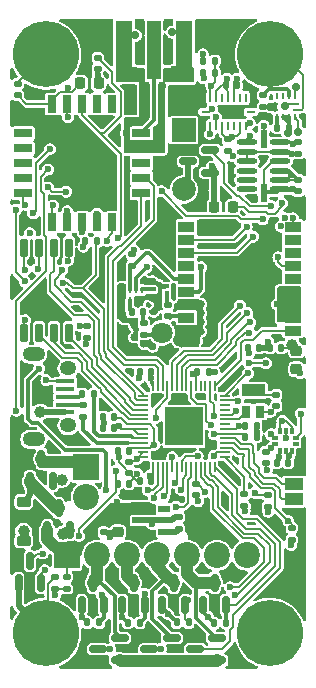
<source format=gbr>
%TF.GenerationSoftware,KiCad,Pcbnew,8.0.0*%
%TF.CreationDate,2024-03-26T22:04:53-07:00*%
%TF.ProjectId,lyrav3r1,6c797261-7633-4723-912e-6b696361645f,rev?*%
%TF.SameCoordinates,Original*%
%TF.FileFunction,Copper,L4,Bot*%
%TF.FilePolarity,Positive*%
%FSLAX46Y46*%
G04 Gerber Fmt 4.6, Leading zero omitted, Abs format (unit mm)*
G04 Created by KiCad (PCBNEW 8.0.0) date 2024-03-26 22:04:53*
%MOMM*%
%LPD*%
G01*
G04 APERTURE LIST*
G04 Aperture macros list*
%AMRoundRect*
0 Rectangle with rounded corners*
0 $1 Rounding radius*
0 $2 $3 $4 $5 $6 $7 $8 $9 X,Y pos of 4 corners*
0 Add a 4 corners polygon primitive as box body*
4,1,4,$2,$3,$4,$5,$6,$7,$8,$9,$2,$3,0*
0 Add four circle primitives for the rounded corners*
1,1,$1+$1,$2,$3*
1,1,$1+$1,$4,$5*
1,1,$1+$1,$6,$7*
1,1,$1+$1,$8,$9*
0 Add four rect primitives between the rounded corners*
20,1,$1+$1,$2,$3,$4,$5,0*
20,1,$1+$1,$4,$5,$6,$7,0*
20,1,$1+$1,$6,$7,$8,$9,0*
20,1,$1+$1,$8,$9,$2,$3,0*%
G04 Aperture macros list end*
%TA.AperFunction,ComponentPad*%
%ADD10C,5.600000*%
%TD*%
%TA.AperFunction,ComponentPad*%
%ADD11R,2.000000X2.000000*%
%TD*%
%TA.AperFunction,ComponentPad*%
%ADD12C,2.000000*%
%TD*%
%TA.AperFunction,ComponentPad*%
%ADD13R,2.200000X2.200000*%
%TD*%
%TA.AperFunction,ComponentPad*%
%ADD14C,2.200000*%
%TD*%
%TA.AperFunction,ComponentPad*%
%ADD15C,1.800000*%
%TD*%
%TA.AperFunction,SMDPad,CuDef*%
%ADD16RoundRect,0.140000X0.170000X-0.140000X0.170000X0.140000X-0.170000X0.140000X-0.170000X-0.140000X0*%
%TD*%
%TA.AperFunction,SMDPad,CuDef*%
%ADD17RoundRect,0.140000X-0.170000X0.140000X-0.170000X-0.140000X0.170000X-0.140000X0.170000X0.140000X0*%
%TD*%
%TA.AperFunction,SMDPad,CuDef*%
%ADD18RoundRect,0.135000X0.185000X-0.135000X0.185000X0.135000X-0.185000X0.135000X-0.185000X-0.135000X0*%
%TD*%
%TA.AperFunction,SMDPad,CuDef*%
%ADD19RoundRect,0.140000X-0.140000X-0.170000X0.140000X-0.170000X0.140000X0.170000X-0.140000X0.170000X0*%
%TD*%
%TA.AperFunction,SMDPad,CuDef*%
%ADD20RoundRect,0.140000X0.140000X0.170000X-0.140000X0.170000X-0.140000X-0.170000X0.140000X-0.170000X0*%
%TD*%
%TA.AperFunction,SMDPad,CuDef*%
%ADD21RoundRect,0.135000X-0.185000X0.135000X-0.185000X-0.135000X0.185000X-0.135000X0.185000X0.135000X0*%
%TD*%
%TA.AperFunction,SMDPad,CuDef*%
%ADD22RoundRect,0.150000X0.150000X-0.587500X0.150000X0.587500X-0.150000X0.587500X-0.150000X-0.587500X0*%
%TD*%
%TA.AperFunction,SMDPad,CuDef*%
%ADD23RoundRect,0.135000X0.135000X0.185000X-0.135000X0.185000X-0.135000X-0.185000X0.135000X-0.185000X0*%
%TD*%
%TA.AperFunction,SMDPad,CuDef*%
%ADD24R,0.500000X0.300000*%
%TD*%
%TA.AperFunction,SMDPad,CuDef*%
%ADD25R,0.300000X0.500000*%
%TD*%
%TA.AperFunction,SMDPad,CuDef*%
%ADD26RoundRect,0.135000X-0.135000X-0.185000X0.135000X-0.185000X0.135000X0.185000X-0.135000X0.185000X0*%
%TD*%
%TA.AperFunction,SMDPad,CuDef*%
%ADD27RoundRect,0.150000X-0.150000X0.650000X-0.150000X-0.650000X0.150000X-0.650000X0.150000X0.650000X0*%
%TD*%
%TA.AperFunction,SMDPad,CuDef*%
%ADD28RoundRect,0.150000X0.587500X0.150000X-0.587500X0.150000X-0.587500X-0.150000X0.587500X-0.150000X0*%
%TD*%
%TA.AperFunction,SMDPad,CuDef*%
%ADD29R,0.800000X1.500000*%
%TD*%
%TA.AperFunction,SMDPad,CuDef*%
%ADD30R,1.500000X0.800000*%
%TD*%
%TA.AperFunction,SMDPad,CuDef*%
%ADD31R,0.800000X1.000000*%
%TD*%
%TA.AperFunction,SMDPad,CuDef*%
%ADD32RoundRect,0.050000X-0.050000X0.387500X-0.050000X-0.387500X0.050000X-0.387500X0.050000X0.387500X0*%
%TD*%
%TA.AperFunction,SMDPad,CuDef*%
%ADD33RoundRect,0.050000X-0.387500X0.050000X-0.387500X-0.050000X0.387500X-0.050000X0.387500X0.050000X0*%
%TD*%
%TA.AperFunction,HeatsinkPad*%
%ADD34R,3.200000X3.200000*%
%TD*%
%TA.AperFunction,SMDPad,CuDef*%
%ADD35RoundRect,0.225000X-0.250000X0.225000X-0.250000X-0.225000X0.250000X-0.225000X0.250000X0.225000X0*%
%TD*%
%TA.AperFunction,SMDPad,CuDef*%
%ADD36RoundRect,0.147500X0.147500X0.172500X-0.147500X0.172500X-0.147500X-0.172500X0.147500X-0.172500X0*%
%TD*%
%TA.AperFunction,SMDPad,CuDef*%
%ADD37RoundRect,0.225000X-0.225000X-0.250000X0.225000X-0.250000X0.225000X0.250000X-0.225000X0.250000X0*%
%TD*%
%TA.AperFunction,SMDPad,CuDef*%
%ADD38R,0.250000X0.800000*%
%TD*%
%TA.AperFunction,SMDPad,CuDef*%
%ADD39R,0.800000X0.250000*%
%TD*%
%TA.AperFunction,SMDPad,CuDef*%
%ADD40R,1.500000X1.000000*%
%TD*%
%TA.AperFunction,SMDPad,CuDef*%
%ADD41RoundRect,0.225000X-0.375000X0.225000X-0.375000X-0.225000X0.375000X-0.225000X0.375000X0.225000X0*%
%TD*%
%TA.AperFunction,SMDPad,CuDef*%
%ADD42R,0.280000X0.580000*%
%TD*%
%TA.AperFunction,SMDPad,CuDef*%
%ADD43R,1.600000X0.400000*%
%TD*%
%TA.AperFunction,ComponentPad*%
%ADD44O,1.400000X1.200000*%
%TD*%
%TA.AperFunction,ComponentPad*%
%ADD45O,1.900000X1.200000*%
%TD*%
%TA.AperFunction,SMDPad,CuDef*%
%ADD46O,1.770000X0.450000*%
%TD*%
%TA.AperFunction,SMDPad,CuDef*%
%ADD47R,0.600000X1.550000*%
%TD*%
%TA.AperFunction,SMDPad,CuDef*%
%ADD48R,1.200000X5.000000*%
%TD*%
%TA.AperFunction,SMDPad,CuDef*%
%ADD49R,1.400000X5.000000*%
%TD*%
%TA.AperFunction,SMDPad,CuDef*%
%ADD50RoundRect,0.225000X0.225000X0.250000X-0.225000X0.250000X-0.225000X-0.250000X0.225000X-0.250000X0*%
%TD*%
%TA.AperFunction,SMDPad,CuDef*%
%ADD51R,1.000000X0.600000*%
%TD*%
%TA.AperFunction,SMDPad,CuDef*%
%ADD52RoundRect,0.147500X-0.147500X-0.172500X0.147500X-0.172500X0.147500X0.172500X-0.147500X0.172500X0*%
%TD*%
%TA.AperFunction,SMDPad,CuDef*%
%ADD53R,0.280000X0.500000*%
%TD*%
%TA.AperFunction,SMDPad,CuDef*%
%ADD54R,0.500000X0.280000*%
%TD*%
%TA.AperFunction,SMDPad,CuDef*%
%ADD55R,0.500000X0.320000*%
%TD*%
%TA.AperFunction,SMDPad,CuDef*%
%ADD56R,0.250000X0.520000*%
%TD*%
%TA.AperFunction,SMDPad,CuDef*%
%ADD57R,0.420000X0.320000*%
%TD*%
%TA.AperFunction,SMDPad,CuDef*%
%ADD58R,1.450000X0.850000*%
%TD*%
%TA.AperFunction,ViaPad*%
%ADD59C,0.600000*%
%TD*%
%TA.AperFunction,ViaPad*%
%ADD60C,0.700000*%
%TD*%
%TA.AperFunction,ViaPad*%
%ADD61C,1.000000*%
%TD*%
%TA.AperFunction,Conductor*%
%ADD62C,0.200000*%
%TD*%
%TA.AperFunction,Conductor*%
%ADD63C,0.300000*%
%TD*%
%TA.AperFunction,Conductor*%
%ADD64C,0.354000*%
%TD*%
%TA.AperFunction,Conductor*%
%ADD65C,0.500000*%
%TD*%
%TA.AperFunction,Conductor*%
%ADD66C,0.750000*%
%TD*%
%TA.AperFunction,Conductor*%
%ADD67C,1.000000*%
%TD*%
%TA.AperFunction,Conductor*%
%ADD68C,0.254000*%
%TD*%
G04 APERTURE END LIST*
D10*
%TO.P,H3,1,1*%
%TO.N,GND*%
X3000000Y3000000D03*
%TD*%
D11*
%TO.P,BZ1,1,+*%
%TO.N,+BATT*%
X14672400Y45579000D03*
D12*
%TO.P,BZ1,2,-*%
%TO.N,Net-(BZ1--)*%
X14672400Y40579000D03*
%TD*%
D13*
%TO.P,J8,1,Pin_1*%
%TO.N,+BATT*%
X4791800Y9601800D03*
D14*
%TO.P,J8,2,Pin_2*%
%TO.N,/P4-*%
X7331800Y9601800D03*
%TO.P,J8,3,Pin_3*%
%TO.N,/P3-*%
X9871800Y9601800D03*
%TO.P,J8,4,Pin_4*%
%TO.N,/P2-*%
X12411800Y9601800D03*
%TO.P,J8,5,Pin_5*%
%TO.N,/P1-*%
X14951800Y9601800D03*
%TO.P,J8,6,Pin_6*%
%TO.N,GND*%
X17491800Y9601800D03*
%TO.P,J8,7,Pin_7*%
%TO.N,/BATT RAW*%
X20031800Y9601800D03*
%TD*%
D15*
%TO.P,AE1,1,A*%
%TO.N,/ANT IN*%
X12843600Y28439000D03*
%TD*%
D10*
%TO.P,H1,1,1*%
%TO.N,GND*%
X3000000Y52000000D03*
%TD*%
%TO.P,H2,1,1*%
%TO.N,GND*%
X22000000Y52000000D03*
%TD*%
%TO.P,H4,1,1*%
%TO.N,GND*%
X22000000Y3000000D03*
%TD*%
D13*
%TO.P,J2,1,Pin_1*%
%TO.N,/BATT POSTSW*%
X6392000Y17044000D03*
D14*
%TO.P,J2,2,Pin_2*%
%TO.N,/BATT RAW*%
X6392000Y14504000D03*
%TD*%
D16*
%TO.P,C10,1*%
%TO.N,+3V3*%
X600800Y48542600D03*
%TO.P,C10,2*%
%TO.N,GND*%
X600800Y49502600D03*
%TD*%
D17*
%TO.P,C29,1*%
%TO.N,/SX RST*%
X7385200Y51737800D03*
%TO.P,C29,2*%
%TO.N,GND*%
X7385200Y50777800D03*
%TD*%
D18*
%TO.P,R18,1*%
%TO.N,/RP USB_D-*%
X6138000Y21334600D03*
%TO.P,R18,2*%
%TO.N,/USB_D-*%
X6138000Y22354600D03*
%TD*%
D19*
%TO.P,C3,1*%
%TO.N,/BATT SENSE *%
X9061600Y15647000D03*
%TO.P,C3,2*%
%TO.N,GND*%
X10021600Y15647000D03*
%TD*%
D20*
%TO.P,C18,1*%
%TO.N,+1V1*%
X10047000Y18441000D03*
%TO.P,C18,2*%
%TO.N,GND*%
X9087000Y18441000D03*
%TD*%
D21*
%TO.P,R28,1*%
%TO.N,/LEDINDICATION*%
X19803200Y14751500D03*
%TO.P,R28,2*%
%TO.N,Net-(D3-A)*%
X19803200Y13731500D03*
%TD*%
D22*
%TO.P,Q4,1,G*%
%TO.N,/P1 EN *%
X18238600Y5406200D03*
%TO.P,Q4,2,S*%
%TO.N,GND*%
X16338600Y5406200D03*
%TO.P,Q4,3,D*%
%TO.N,/P1-*%
X17288600Y7281200D03*
%TD*%
%TO.P,Q1,1,G*%
%TO.N,GND*%
X5020400Y11735400D03*
%TO.P,Q1,2,S*%
%TO.N,+BATT*%
X3120400Y11735400D03*
%TO.P,Q1,3,D*%
%TO.N,Net-(D1-K)*%
X4070400Y13610400D03*
%TD*%
D21*
%TO.P,R2,1*%
%TO.N,+BATT*%
X4766400Y7775000D03*
%TO.P,R2,2*%
%TO.N,/BATT SENSE *%
X4766400Y6755000D03*
%TD*%
D23*
%TO.P,R13,1*%
%TO.N,+3V3*%
X17316000Y51461000D03*
%TO.P,R13,2*%
%TO.N,/SDA*%
X16296000Y51461000D03*
%TD*%
D18*
%TO.P,R3,1*%
%TO.N,Net-(D2-A)*%
X21784400Y13683300D03*
%TO.P,R3,2*%
%TO.N,+3V3*%
X21784400Y14703300D03*
%TD*%
D19*
%TO.P,C24,1*%
%TO.N,+3V3*%
X15818000Y25095800D03*
%TO.P,C24,2*%
%TO.N,GND*%
X16778000Y25095800D03*
%TD*%
D17*
%TO.P,C1,1*%
%TO.N,+3V3*%
X18380800Y44829000D03*
%TO.P,C1,2*%
%TO.N,GND*%
X18380800Y43869000D03*
%TD*%
D22*
%TO.P,Q9,1,G*%
%TO.N,/P4 EN *%
X7928400Y5385400D03*
%TO.P,Q9,2,S*%
%TO.N,GND*%
X6028400Y5385400D03*
%TO.P,Q9,3,D*%
%TO.N,/P4-*%
X6978400Y7260400D03*
%TD*%
D19*
%TO.P,C12,1*%
%TO.N,+3V3*%
X22546400Y17425000D03*
%TO.P,C12,2*%
%TO.N,GND*%
X23506400Y17425000D03*
%TD*%
D24*
%TO.P,U3,1,VDDIO*%
%TO.N,+3V3*%
X22435800Y19029200D03*
%TO.P,U3,2,SCK*%
%TO.N,/SCL*%
X22435800Y19529200D03*
D25*
%TO.P,U3,3,VSS*%
%TO.N,GND*%
X22805800Y20149200D03*
%TO.P,U3,4,SDI*%
%TO.N,/SDA*%
X23305800Y20149200D03*
%TO.P,U3,5,SDO*%
%TO.N,GND*%
X23805800Y20149200D03*
D24*
%TO.P,U3,6,CSB*%
%TO.N,+3V3*%
X24175800Y19529200D03*
%TO.P,U3,7,INT*%
%TO.N,unconnected-(U3-INT-Pad7)*%
X24175800Y19029200D03*
D25*
%TO.P,U3,8,VSS*%
%TO.N,GND*%
X23805800Y18409200D03*
%TO.P,U3,9,VSS*%
X23305800Y18409200D03*
%TO.P,U3,10,VDD*%
%TO.N,+3V3*%
X22805800Y18409200D03*
%TD*%
D26*
%TO.P,R15,1*%
%TO.N,/USB_D+*%
X6085200Y23267000D03*
%TO.P,R15,2*%
%TO.N,/RP USB_D+*%
X7105200Y23267000D03*
%TD*%
D27*
%TO.P,U9,1,~{CS}*%
%TO.N,/QSPI_SS*%
X1134200Y35655400D03*
%TO.P,U9,2,DO(IO1)*%
%TO.N,/QSPI_SD1*%
X2404200Y35655400D03*
%TO.P,U9,3,IO2*%
%TO.N,/QSPI_SD2*%
X3674200Y35655400D03*
%TO.P,U9,4,GND*%
%TO.N,GND*%
X4944200Y35655400D03*
%TO.P,U9,5,DI(IO0)*%
%TO.N,/QSPI_SDO*%
X4944200Y28455400D03*
%TO.P,U9,6,CLK*%
%TO.N,/QSPI_SCLK*%
X3674200Y28455400D03*
%TO.P,U9,7,IO3*%
%TO.N,/QSPI_SD3*%
X2404200Y28455400D03*
%TO.P,U9,8,VCC*%
%TO.N,+3V3*%
X1134200Y28455400D03*
%TD*%
D28*
%TO.P,Q3,1,G*%
%TO.N,/P2-*%
X13643900Y2585700D03*
%TO.P,Q3,2,S*%
%TO.N,GND*%
X13643900Y685700D03*
%TO.P,Q3,3,D*%
%TO.N,/P2 CONT *%
X11768900Y1635700D03*
%TD*%
D23*
%TO.P,R16,1*%
%TO.N,+3V3*%
X17318000Y50445000D03*
%TO.P,R16,2*%
%TO.N,/SCL*%
X16298000Y50445000D03*
%TD*%
D17*
%TO.P,C28,1*%
%TO.N,GND*%
X10303600Y35075400D03*
%TO.P,C28,2*%
%TO.N,/VCC RF*%
X10303600Y34115400D03*
%TD*%
D19*
%TO.P,C21,1*%
%TO.N,+3V3*%
X19882000Y20574600D03*
%TO.P,C21,2*%
%TO.N,GND*%
X20842000Y20574600D03*
%TD*%
D18*
%TO.P,R1,1*%
%TO.N,+3V3*%
X23816400Y10920600D03*
%TO.P,R1,2*%
%TO.N,/RUN*%
X23816400Y11940600D03*
%TD*%
D17*
%TO.P,C33,1*%
%TO.N,Net-(FL1-OUT)*%
X13351600Y30808200D03*
%TO.P,C33,2*%
%TO.N,/ANT*%
X13351600Y29848200D03*
%TD*%
%TO.P,C4,1*%
%TO.N,+3V3*%
X21604000Y18339400D03*
%TO.P,C4,2*%
%TO.N,GND*%
X21604000Y17379400D03*
%TD*%
D29*
%TO.P,U1,1,VCC*%
%TO.N,+3V3*%
X3547200Y47803400D03*
%TO.P,U1,2,GND*%
%TO.N,GND*%
X4817200Y47803400D03*
%TO.P,U1,3,NRST*%
%TO.N,/SX RST*%
X6087200Y47803400D03*
%TO.P,U1,4,NC*%
%TO.N,unconnected-(U1-NC-Pad4)*%
X7357200Y47803400D03*
%TO.P,U1,5,NC*%
%TO.N,unconnected-(U1-NC-Pad5)*%
X8627200Y47803400D03*
D30*
%TO.P,U1,6,ANT*%
%TO.N,Net-(AE3-A)*%
X11087200Y45343400D03*
%TO.P,U1,7,GND*%
%TO.N,GND*%
X11087200Y44073400D03*
%TO.P,U1,8,NC*%
%TO.N,unconnected-(U1-NC-Pad8)*%
X11087200Y42803400D03*
%TO.P,U1,9,TXEN*%
%TO.N,/TXEN*%
X11087200Y41533400D03*
%TO.P,U1,10,RXEN*%
%TO.N,/RXEN*%
X11087200Y40263400D03*
D29*
%TO.P,U1,11,BUSY*%
%TO.N,/BUSY*%
X8627200Y37803400D03*
%TO.P,U1,12,MISO*%
%TO.N,/MISO*%
X7357200Y37803400D03*
%TO.P,U1,13,MOSI*%
%TO.N,/MOSI*%
X6087200Y37803400D03*
%TO.P,U1,14,NSS*%
%TO.N,/SX CS*%
X4817200Y37803400D03*
%TO.P,U1,15,SCK*%
%TO.N,/SCK*%
X3547200Y37803400D03*
D30*
%TO.P,U1,16,GND*%
%TO.N,GND*%
X1087200Y40263400D03*
%TO.P,U1,17,NC*%
%TO.N,unconnected-(U1-NC-Pad17)*%
X1087200Y41533400D03*
%TO.P,U1,18,DIO3*%
%TO.N,unconnected-(U1-DIO3-Pad18)*%
X1087200Y42803400D03*
%TO.P,U1,19,DIO2*%
%TO.N,unconnected-(U1-DIO2-Pad19)*%
X1087200Y44073400D03*
%TO.P,U1,20,DIO1*%
%TO.N,unconnected-(U1-DIO1-Pad20)*%
X1087200Y45343400D03*
%TD*%
D22*
%TO.P,Q5,1,G*%
%TO.N,/P3 EN *%
X11370400Y5385400D03*
%TO.P,Q5,2,S*%
%TO.N,GND*%
X9470400Y5385400D03*
%TO.P,Q5,3,D*%
%TO.N,/P3-*%
X10420400Y7260400D03*
%TD*%
D26*
%TO.P,R17,1*%
%TO.N,GND*%
X17261200Y3861400D03*
%TO.P,R17,2*%
%TO.N,/P1 EN *%
X18281200Y3861400D03*
%TD*%
D20*
%TO.P,C23,1*%
%TO.N,+3V3*%
X11901200Y15901000D03*
%TO.P,C23,2*%
%TO.N,GND*%
X10941200Y15901000D03*
%TD*%
D31*
%TO.P,X2,1,OE/NC*%
%TO.N,+3V3*%
X21165200Y23557400D03*
%TO.P,X2,2,GND*%
%TO.N,GND*%
X21165200Y21757400D03*
%TO.P,X2,3,OUT*%
%TO.N,/XIN*%
X19965200Y21757400D03*
%TO.P,X2,4,VDD*%
%TO.N,+3V3*%
X19965200Y23557400D03*
%TD*%
D20*
%TO.P,C14,1*%
%TO.N,+3V3*%
X21045200Y27178600D03*
%TO.P,C14,2*%
%TO.N,GND*%
X20085200Y27178600D03*
%TD*%
%TO.P,C17,1*%
%TO.N,+1V1*%
X8802400Y21336600D03*
%TO.P,C17,2*%
%TO.N,GND*%
X7842400Y21336600D03*
%TD*%
%TO.P,C2,1*%
%TO.N,+3V3*%
X19165600Y49378200D03*
%TO.P,C2,2*%
%TO.N,GND*%
X18205600Y49378200D03*
%TD*%
D19*
%TO.P,C16,1*%
%TO.N,+1V1*%
X19882000Y19609400D03*
%TO.P,C16,2*%
%TO.N,GND*%
X20842000Y19609400D03*
%TD*%
D16*
%TO.P,C15,1*%
%TO.N,/ANT IN*%
X11268800Y28273400D03*
%TO.P,C15,2*%
%TO.N,Net-(C15-Pad2)*%
X11268800Y29233400D03*
%TD*%
D32*
%TO.P,U8,1,IOVDD*%
%TO.N,+3V3*%
X12088400Y23944400D03*
%TO.P,U8,2,GPIO0*%
%TO.N,/RXEN*%
X12488400Y23944400D03*
%TO.P,U8,3,GPIO1*%
%TO.N,/TXEN*%
X12888400Y23944400D03*
%TO.P,U8,4,GPIO2*%
%TO.N,/SX RST*%
X13288400Y23944400D03*
%TO.P,U8,5,GPIO3*%
%TO.N,/MOSI*%
X13688400Y23944400D03*
%TO.P,U8,6,GPIO4*%
%TO.N,/MISO*%
X14088400Y23944400D03*
%TO.P,U8,7,GPIO5*%
%TO.N,/SX CS*%
X14488400Y23944400D03*
%TO.P,U8,8,GPIO6*%
%TO.N,/SCK*%
X14888400Y23944400D03*
%TO.P,U8,9,GPIO7*%
%TO.N,/BUSY*%
X15288400Y23944400D03*
%TO.P,U8,10,IOVDD*%
%TO.N,+3V3*%
X15688400Y23944400D03*
%TO.P,U8,11,GPIO8*%
%TO.N,unconnected-(U8-GPIO8-Pad11)*%
X16088400Y23944400D03*
%TO.P,U8,12,GPIO9*%
%TO.N,unconnected-(U8-GPIO9-Pad12)*%
X16488400Y23944400D03*
%TO.P,U8,13,GPIO10*%
%TO.N,/BRKOUT1*%
X16888400Y23944400D03*
%TO.P,U8,14,GPIO11*%
%TO.N,/GPS_RST*%
X17288400Y23944400D03*
D33*
%TO.P,U8,15,GPIO12*%
%TO.N,/SDA*%
X18125900Y23106900D03*
%TO.P,U8,16,GPIO13*%
%TO.N,/SCL*%
X18125900Y22706900D03*
%TO.P,U8,17,GPIO14*%
%TO.N,unconnected-(U8-GPIO14-Pad17)*%
X18125900Y22306900D03*
%TO.P,U8,18,GPIO15*%
%TO.N,unconnected-(U8-GPIO15-Pad18)*%
X18125900Y21906900D03*
%TO.P,U8,19,TESTEN*%
%TO.N,GND*%
X18125900Y21506900D03*
%TO.P,U8,20,XIN*%
%TO.N,/XIN*%
X18125900Y21106900D03*
%TO.P,U8,21,XOUT*%
%TO.N,unconnected-(U8-XOUT-Pad21)*%
X18125900Y20706900D03*
%TO.P,U8,22,IOVDD*%
%TO.N,+3V3*%
X18125900Y20306900D03*
%TO.P,U8,23,DVDD*%
%TO.N,+1V1*%
X18125900Y19906900D03*
%TO.P,U8,24,SWCLK*%
%TO.N,/SWCLK*%
X18125900Y19506900D03*
%TO.P,U8,25,SWD*%
%TO.N,/SWD*%
X18125900Y19106900D03*
%TO.P,U8,26,RUN*%
%TO.N,/RUN*%
X18125900Y18706900D03*
%TO.P,U8,27,GPIO16*%
%TO.N,/BUZZER*%
X18125900Y18306900D03*
%TO.P,U8,28,GPIO17*%
%TO.N,/LEDINDICATION*%
X18125900Y17906900D03*
D32*
%TO.P,U8,29,GPIO18*%
%TO.N,/P1 CONT *%
X17288400Y17069400D03*
%TO.P,U8,30,GPIO19*%
%TO.N,/P1 EN *%
X16888400Y17069400D03*
%TO.P,U8,31,GPIO20*%
%TO.N,/P2 CONT *%
X16488400Y17069400D03*
%TO.P,U8,32,GPIO21*%
%TO.N,/P2 EN *%
X16088400Y17069400D03*
%TO.P,U8,33,IOVDD*%
%TO.N,+3V3*%
X15688400Y17069400D03*
%TO.P,U8,34,GPIO22*%
%TO.N,/P3 CONT *%
X15288400Y17069400D03*
%TO.P,U8,35,GPIO23*%
%TO.N,/P3 EN *%
X14888400Y17069400D03*
%TO.P,U8,36,GPIO24*%
%TO.N,/P4 CONT *%
X14488400Y17069400D03*
%TO.P,U8,37,GPIO25*%
%TO.N,/P4 EN *%
X14088400Y17069400D03*
%TO.P,U8,38,GPIO26_ADC0*%
%TO.N,/BATT SENSE *%
X13688400Y17069400D03*
%TO.P,U8,39,GPIO27_ADC1*%
%TO.N,/BRKOUT2*%
X13288400Y17069400D03*
%TO.P,U8,40,GPIO28_ADC2*%
%TO.N,/BRKOUT3*%
X12888400Y17069400D03*
%TO.P,U8,41,GPIO29_ADC3*%
%TO.N,/BRKOUT4*%
X12488400Y17069400D03*
%TO.P,U8,42,IOVDD*%
%TO.N,+3V3*%
X12088400Y17069400D03*
D33*
%TO.P,U8,43,ADC_AVDD*%
X11250900Y17906900D03*
%TO.P,U8,44,VREG_IN*%
X11250900Y18306900D03*
%TO.P,U8,45,VREG_VOUT*%
%TO.N,+1V1*%
X11250900Y18706900D03*
%TO.P,U8,46,USB_DM*%
%TO.N,/RP USB_D-*%
X11250900Y19106900D03*
%TO.P,U8,47,USB_DP*%
%TO.N,/RP USB_D+*%
X11250900Y19506900D03*
%TO.P,U8,48,USB_VDD*%
%TO.N,+3V3*%
X11250900Y19906900D03*
%TO.P,U8,49,IOVDD*%
X11250900Y20306900D03*
%TO.P,U8,50,DVDD*%
%TO.N,+1V1*%
X11250900Y20706900D03*
%TO.P,U8,51,QSPI_SD3*%
%TO.N,/QSPI_SD3*%
X11250900Y21106900D03*
%TO.P,U8,52,QSPI_SCLK*%
%TO.N,/QSPI_SCLK*%
X11250900Y21506900D03*
%TO.P,U8,53,QSPI_SD0*%
%TO.N,/QSPI_SDO*%
X11250900Y21906900D03*
%TO.P,U8,54,QSPI_SD2*%
%TO.N,/QSPI_SD2*%
X11250900Y22306900D03*
%TO.P,U8,55,QSPI_SD1*%
%TO.N,/QSPI_SD1*%
X11250900Y22706900D03*
%TO.P,U8,56,QSPI_SS*%
%TO.N,/QSPI_SS*%
X11250900Y23106900D03*
D34*
%TO.P,U8,57,GND*%
%TO.N,GND*%
X14688400Y20506900D03*
%TD*%
D26*
%TO.P,R10,1*%
%TO.N,GND*%
X14060800Y3912200D03*
%TO.P,R10,2*%
%TO.N,/P2 EN *%
X15080800Y3912200D03*
%TD*%
D22*
%TO.P,Q8,1,G*%
%TO.N,/P3-*%
X2580900Y7241900D03*
%TO.P,Q8,2,S*%
%TO.N,GND*%
X680900Y7241900D03*
%TO.P,Q8,3,D*%
%TO.N,/P3 CONT *%
X1630900Y9116900D03*
%TD*%
%TO.P,Q2,1,G*%
%TO.N,/P2 EN *%
X14762700Y5383100D03*
%TO.P,Q2,2,S*%
%TO.N,GND*%
X12862700Y5383100D03*
%TO.P,Q2,3,D*%
%TO.N,/P2-*%
X13812700Y7258100D03*
%TD*%
D28*
%TO.P,Q11,1,B*%
%TO.N,/BUZZER*%
X16907600Y43891800D03*
%TO.P,Q11,2,E*%
%TO.N,GND*%
X16907600Y41991800D03*
%TO.P,Q11,3,C*%
%TO.N,Net-(BZ1--)*%
X15032600Y42941800D03*
%TD*%
D35*
%TO.P,C34,1*%
%TO.N,/GPS 3v3*%
X24210400Y26912200D03*
%TO.P,C34,2*%
%TO.N,GND*%
X24210400Y25362200D03*
%TD*%
D36*
%TO.P,L4,1*%
%TO.N,Net-(C15-Pad2)*%
X11245800Y30175800D03*
%TO.P,L4,2*%
%TO.N,Net-(U7-RFIN)*%
X10275800Y30175800D03*
%TD*%
D37*
%TO.P,C11,1*%
%TO.N,+3V3*%
X5908800Y49581400D03*
%TO.P,C11,2*%
%TO.N,GND*%
X7458800Y49581400D03*
%TD*%
D35*
%TO.P,C7,1*%
%TO.N,+BATT*%
X9084400Y13120000D03*
%TO.P,C7,2*%
%TO.N,GND*%
X9084400Y11570000D03*
%TD*%
D38*
%TO.P,U2,1,INT2*%
%TO.N,unconnected-(U2-INT2-Pad1)*%
X19920900Y48343700D03*
%TO.P,U2,2,NC*%
%TO.N,unconnected-(U2-NC-Pad2)*%
X19420900Y48343700D03*
%TO.P,U2,3,VDD*%
%TO.N,+3V3*%
X18920900Y48343700D03*
%TO.P,U2,4,GNDA*%
%TO.N,GND*%
X18420900Y48343700D03*
%TO.P,U2,5,CSB2*%
%TO.N,unconnected-(U2-CSB2-Pad5)*%
X17920900Y48343700D03*
%TO.P,U2,6,GNDIO*%
%TO.N,GND*%
X17420900Y48343700D03*
%TO.P,U2,7,PS*%
%TO.N,+3V3*%
X16920900Y48343700D03*
D39*
%TO.P,U2,8,SCL/SCK*%
%TO.N,/SCL*%
X16510900Y47143700D03*
D38*
%TO.P,U2,9,SDA/SDI*%
%TO.N,/SDA*%
X16920900Y45943700D03*
%TO.P,U2,10,SDO2*%
%TO.N,GND*%
X17420900Y45943700D03*
%TO.P,U2,11,VDDIO*%
%TO.N,+3V3*%
X17920900Y45943700D03*
%TO.P,U2,12,INT3*%
%TO.N,unconnected-(U2-INT3-Pad12)*%
X18420900Y45943700D03*
%TO.P,U2,13,INT4*%
%TO.N,unconnected-(U2-INT4-Pad13)*%
X18920900Y45943700D03*
%TO.P,U2,14,CSB1*%
%TO.N,+3V3*%
X19420900Y45943700D03*
%TO.P,U2,15,SDO1*%
%TO.N,GND*%
X19920900Y45943700D03*
D39*
%TO.P,U2,16,INT1*%
%TO.N,unconnected-(U2-INT1-Pad16)*%
X20330900Y47143700D03*
%TD*%
D40*
%TO.P,J1,1,Pin_1*%
%TO.N,/SWCLK*%
X23968800Y15626200D03*
%TO.P,J1,2,Pin_2*%
%TO.N,/SWD*%
X23968800Y14326200D03*
%TD*%
D26*
%TO.P,R12,1*%
%TO.N,GND*%
X6506800Y3907600D03*
%TO.P,R12,2*%
%TO.N,/P4 EN *%
X7526800Y3907600D03*
%TD*%
D16*
%TO.P,C9,1*%
%TO.N,+3V3*%
X21400800Y47577400D03*
%TO.P,C9,2*%
%TO.N,GND*%
X21400800Y48537400D03*
%TD*%
D17*
%TO.P,C13,1*%
%TO.N,+3V3*%
X22495600Y23188200D03*
%TO.P,C13,2*%
%TO.N,GND*%
X22495600Y22228200D03*
%TD*%
D22*
%TO.P,Q6,1,G*%
%TO.N,VBUS*%
X3573800Y15899400D03*
%TO.P,Q6,2,S*%
%TO.N,Net-(D1-K)*%
X1673800Y15899400D03*
%TO.P,Q6,3,D*%
%TO.N,/BATT POSTSW*%
X2623800Y17774400D03*
%TD*%
D41*
%TO.P,D1,1,K*%
%TO.N,Net-(D1-K)*%
X1131300Y14124900D03*
%TO.P,D1,2,A*%
%TO.N,VBUS*%
X1131300Y10824900D03*
%TD*%
D42*
%TO.P,U7,1,GND_RF*%
%TO.N,GND*%
X11116400Y31215400D03*
%TO.P,U7,2,GND*%
X10616400Y31215400D03*
%TO.P,U7,3,RFIN*%
%TO.N,Net-(U7-RFIN)*%
X10116400Y31215400D03*
%TO.P,U7,4,VDD*%
%TO.N,/VCC RF*%
X10116400Y32055400D03*
%TO.P,U7,5,EN*%
%TO.N,/ANT OFF*%
X10616400Y32055400D03*
%TO.P,U7,6,RFOUT*%
%TO.N,Net-(FL1-IN)*%
X11116400Y32055400D03*
%TD*%
D20*
%TO.P,C25,1*%
%TO.N,+3V3*%
X11883300Y25120500D03*
%TO.P,C25,2*%
%TO.N,GND*%
X10923300Y25120500D03*
%TD*%
D17*
%TO.P,C19,1*%
%TO.N,+3V3*%
X10038100Y17526600D03*
%TO.P,C19,2*%
%TO.N,GND*%
X10038100Y16566600D03*
%TD*%
%TO.P,C50,1*%
%TO.N,+3V3*%
X24375200Y44575000D03*
%TO.P,C50,2*%
%TO.N,GND*%
X24375200Y43615000D03*
%TD*%
D19*
%TO.P,C8,1*%
%TO.N,Net-(U4-C1)*%
X22597200Y45771400D03*
%TO.P,C8,2*%
%TO.N,GND*%
X23557200Y45771400D03*
%TD*%
D43*
%TO.P,J7,1,VBUS*%
%TO.N,VBUS*%
X4629700Y21713000D03*
%TO.P,J7,2,D-*%
%TO.N,/USB_D-*%
X4629700Y22363000D03*
%TO.P,J7,3,D+*%
%TO.N,/USB_D+*%
X4629700Y23013000D03*
%TO.P,J7,4,ID*%
%TO.N,unconnected-(J7-ID-Pad4)*%
X4629700Y23663000D03*
%TO.P,J7,5,GND*%
%TO.N,GND*%
X4639700Y24313000D03*
D44*
%TO.P,J7,6,Shield*%
%TO.N,unconnected-(J7-Shield-Pad6)*%
X4879700Y25433000D03*
%TO.P,J7,7*%
%TO.N,N/C*%
X4879700Y20593000D03*
D45*
%TO.P,J7,8*%
X1979700Y19413000D03*
%TO.P,J7,9*%
X1979700Y26613000D03*
%TD*%
D20*
%TO.P,C26,1*%
%TO.N,+3V3*%
X8802400Y20371400D03*
%TO.P,C26,2*%
%TO.N,GND*%
X7842400Y20371400D03*
%TD*%
D46*
%TO.P,U5,1,VDDI/O*%
%TO.N,+3V3*%
X22838800Y44571000D03*
%TO.P,U5,2,GND*%
%TO.N,GND*%
X22838800Y43771000D03*
%TO.P,U5,3,RESERVED*%
%TO.N,+3V3*%
X22838800Y42971000D03*
%TO.P,U5,4,GND*%
%TO.N,GND*%
X22838800Y42171000D03*
%TO.P,U5,5,GND*%
X22838800Y41371000D03*
%TO.P,U5,6,VS*%
%TO.N,+3V3*%
X22838800Y40571000D03*
D47*
%TO.P,U5,7,~{CS}*%
X21428800Y40271000D03*
D46*
%TO.P,U5,8,INT1*%
%TO.N,unconnected-(U5-INT1-Pad8)*%
X20018800Y40571000D03*
%TO.P,U5,9,INT2*%
%TO.N,unconnected-(U5-INT2-Pad9)*%
X20018800Y41371000D03*
%TO.P,U5,10,NC*%
%TO.N,unconnected-(U5-NC-Pad10)*%
X20018800Y42171000D03*
%TO.P,U5,11,RESERVED*%
%TO.N,GND*%
X20018800Y42971000D03*
%TO.P,U5,12,SDO/ALTADDRESS*%
X20018800Y43771000D03*
%TO.P,U5,13,SDA/SDI/SDIO*%
%TO.N,/SDA*%
X20018800Y44571000D03*
D47*
%TO.P,U5,14,SCL/SCLK*%
%TO.N,/SCL*%
X21428800Y44871000D03*
%TD*%
D48*
%TO.P,AE3,1,A*%
%TO.N,Net-(AE3-A)*%
X12150000Y52365000D03*
D49*
%TO.P,AE3,2,Shield*%
%TO.N,GND*%
X14700000Y52365000D03*
X9600000Y52365000D03*
%TD*%
D16*
%TO.P,C32,1*%
%TO.N,+3V3*%
X24375200Y40414600D03*
%TO.P,C32,2*%
%TO.N,GND*%
X24375200Y41374600D03*
%TD*%
D50*
%TO.P,C20,1*%
%TO.N,Net-(IC1-1PPS)*%
X18800200Y39116600D03*
%TO.P,C20,2*%
%TO.N,GND*%
X17250200Y39116600D03*
%TD*%
D17*
%TO.P,C22,1*%
%TO.N,+3V3*%
X15670500Y15643700D03*
%TO.P,C22,2*%
%TO.N,GND*%
X15670500Y14683700D03*
%TD*%
D51*
%TO.P,U6,1,VIN*%
%TO.N,+BATT*%
X10829200Y11598200D03*
%TO.P,U6,2,GND*%
%TO.N,GND*%
X10829200Y12548200D03*
%TO.P,U6,3,CE*%
%TO.N,+BATT*%
X10829200Y13498200D03*
%TO.P,U6,4,NC*%
%TO.N,unconnected-(U6-NC-Pad4)*%
X13029200Y13498200D03*
%TO.P,U6,5,VOUT*%
%TO.N,+3V3*%
X13029200Y11598200D03*
%TD*%
D52*
%TO.P,L1,1*%
%TO.N,+3V3*%
X21959800Y27178600D03*
%TO.P,L1,2*%
%TO.N,/GPS 3v3*%
X22929800Y27178600D03*
%TD*%
D53*
%TO.P,U4,1,SCL/SPC*%
%TO.N,/SCL*%
X24046400Y46685800D03*
%TO.P,U4,2,Res*%
%TO.N,GND*%
X23546400Y46685800D03*
%TO.P,U4,3,GND*%
X23046400Y46685800D03*
%TO.P,U4,4,C1*%
%TO.N,Net-(U4-C1)*%
X22546400Y46685800D03*
D54*
%TO.P,U4,5,Vdd*%
%TO.N,+3V3*%
X22416400Y47315800D03*
%TO.P,U4,6,Vdd_IO*%
X22416400Y47815800D03*
D53*
%TO.P,U4,7,INT*%
%TO.N,unconnected-(U4-INT-Pad7)*%
X22546400Y48445800D03*
%TO.P,U4,8,DRDY*%
%TO.N,unconnected-(U4-DRDY-Pad8)*%
X23046400Y48445800D03*
%TO.P,U4,9,SD0/SA1*%
%TO.N,GND*%
X23546400Y48445800D03*
%TO.P,U4,10,CS*%
%TO.N,+3V3*%
X24046400Y48445800D03*
D54*
%TO.P,U4,11,SDA/SDI/SDO*%
%TO.N,/SDA*%
X24176400Y47815800D03*
%TO.P,U4,12,Res*%
%TO.N,GND*%
X24176400Y47315800D03*
%TD*%
D55*
%TO.P,FL1,1,IN*%
%TO.N,Net-(FL1-IN)*%
X12030800Y32101700D03*
D56*
%TO.P,FL1,2,GND*%
%TO.N,GND*%
X12620800Y32491700D03*
D57*
%TO.P,FL1,3,GND*%
X13210800Y32391700D03*
%TO.P,FL1,4,OUT*%
%TO.N,Net-(FL1-OUT)*%
X13210800Y31811700D03*
D56*
%TO.P,FL1,5,GND*%
%TO.N,GND*%
X12620800Y31711700D03*
%TD*%
D28*
%TO.P,Q10,1,G*%
%TO.N,/P4-*%
X9275100Y2611100D03*
%TO.P,Q10,2,S*%
%TO.N,GND*%
X9275100Y711100D03*
%TO.P,Q10,3,D*%
%TO.N,/P4 CONT *%
X7400100Y1661100D03*
%TD*%
D17*
%TO.P,C6,1*%
%TO.N,+BATT*%
X7888000Y12520200D03*
%TO.P,C6,2*%
%TO.N,GND*%
X7888000Y11560200D03*
%TD*%
D58*
%TO.P,IC1,1,GND*%
%TO.N,GND*%
X23900000Y37425000D03*
%TO.P,IC1,2,TX*%
%TO.N,unconnected-(IC1-TX-Pad2)*%
X23900000Y36325000D03*
%TO.P,IC1,3,RX*%
%TO.N,unconnected-(IC1-RX-Pad3)*%
X23900000Y35225000D03*
%TO.P,IC1,4,1PPS*%
%TO.N,Net-(IC1-1PPS)*%
X23900000Y34125000D03*
%TO.P,IC1,5,WAKE-UP*%
%TO.N,unconnected-(IC1-WAKE-UP-Pad5)*%
X23900000Y33025000D03*
%TO.P,IC1,6,VBATT*%
%TO.N,/GPS 3v3*%
X23900000Y31925000D03*
%TO.P,IC1,7,VCC_IO*%
X23900000Y30825000D03*
%TO.P,IC1,8,VCC*%
X23900000Y29725000D03*
%TO.P,IC1,9,SYS_RSTN*%
%TO.N,/GPS_RST*%
X23900000Y28625000D03*
%TO.P,IC1,10,GND_RF_1*%
%TO.N,GND*%
X14900000Y28625000D03*
%TO.P,IC1,11,RF_IN*%
%TO.N,/ANT*%
X14900000Y29725000D03*
%TO.P,IC1,12,GND_RF_2*%
%TO.N,GND*%
X14900000Y30825000D03*
%TO.P,IC1,13,ANT_OFF*%
%TO.N,/ANT OFF*%
X14900000Y31925000D03*
%TO.P,IC1,14,VCC_RF*%
%TO.N,/VCC RF*%
X14900000Y33025000D03*
%TO.P,IC1,15,RESERVED_1*%
%TO.N,unconnected-(IC1-RESERVED_1-Pad15)*%
X14900000Y34125000D03*
%TO.P,IC1,16,SDA*%
%TO.N,/SDA*%
X14900000Y35225000D03*
%TO.P,IC1,17,SCL*%
%TO.N,/SCL*%
X14900000Y36325000D03*
%TO.P,IC1,18,RESERVED_2*%
%TO.N,unconnected-(IC1-RESERVED_2-Pad18)*%
X14900000Y37425000D03*
%TD*%
D16*
%TO.P,C27,1*%
%TO.N,+3V3*%
X6442800Y28019400D03*
%TO.P,C27,2*%
%TO.N,GND*%
X6442800Y28979400D03*
%TD*%
D26*
%TO.P,R11,1*%
%TO.N,GND*%
X9935800Y3882200D03*
%TO.P,R11,2*%
%TO.N,/P3 EN *%
X10955800Y3882200D03*
%TD*%
D28*
%TO.P,Q7,1,G*%
%TO.N,/P1-*%
X17514900Y2604400D03*
%TO.P,Q7,2,S*%
%TO.N,GND*%
X17514900Y704400D03*
%TO.P,Q7,3,D*%
%TO.N,/P1 CONT *%
X15639900Y1654400D03*
%TD*%
D23*
%TO.P,R14,1*%
%TO.N,/QSPI_SS*%
X7359200Y36170200D03*
%TO.P,R14,2*%
%TO.N,/BOOTSEL*%
X6339200Y36170200D03*
%TD*%
D16*
%TO.P,C5,1*%
%TO.N,+3V3*%
X14266000Y11865000D03*
%TO.P,C5,2*%
%TO.N,GND*%
X14266000Y12825000D03*
%TD*%
D18*
%TO.P,R4,1*%
%TO.N,/BATT SENSE *%
X3801200Y6755000D03*
%TO.P,R4,2*%
%TO.N,GND*%
X3801200Y7775000D03*
%TD*%
D59*
%TO.N,GND*%
X10715863Y16516463D03*
X9846400Y44653800D03*
D60*
X10557600Y53620000D03*
D59*
X11980000Y31395000D03*
X10506800Y46330200D03*
X9744800Y45365000D03*
X17288600Y25095800D03*
X23579348Y17992888D03*
X13402400Y49937000D03*
X12030800Y27229400D03*
X11980000Y12243400D03*
X11776800Y635700D03*
X9440000Y31496600D03*
X17060000Y42520200D03*
X12437200Y30887000D03*
X23206800Y38151400D03*
X5900000Y29025000D03*
X16145600Y30887000D03*
X15879457Y14185415D03*
X16145600Y30125000D03*
X12872800Y49365694D03*
X21718968Y16825193D03*
X12107000Y44399800D03*
X10456000Y29058200D03*
X22024800Y21757400D03*
X8424000Y11176600D03*
X17250200Y40488200D03*
X23791000Y41783600D03*
X11167200Y46482600D03*
X12030800Y32817400D03*
X15790000Y27737400D03*
X11375774Y32862826D03*
X17421299Y46674872D03*
X12337202Y45034800D03*
X23867200Y43615000D03*
X9643200Y29566200D03*
X20842000Y20066600D03*
X20211187Y26724991D03*
X13453200Y21387400D03*
X18797600Y43383800D03*
X13350600Y4622400D03*
X24517200Y24995105D03*
X11268800Y27483400D03*
X11423000Y49365969D03*
X10483820Y35431180D03*
X3033199Y24421783D03*
X11472000Y47879600D03*
X4868000Y34544600D03*
X19065198Y21793800D03*
X16145600Y28550200D03*
X12843600Y48438400D03*
X16145600Y29363000D03*
X11472000Y47193800D03*
X9440000Y32360200D03*
X15933573Y21345428D03*
X9470400Y4347600D03*
X12843600Y47447800D03*
X10456000Y28042200D03*
X15824574Y19683236D03*
X12843600Y46584200D03*
X9372400Y30491154D03*
D60*
X13707200Y53899400D03*
D59*
X14926400Y27686600D03*
X22902000Y37440200D03*
X7900000Y20775000D03*
D60*
X23460800Y45346000D03*
D59*
X7385200Y50241800D03*
X4868000Y46685800D03*
X10913200Y49987800D03*
X16728800Y4393800D03*
X12132400Y30226600D03*
X11446600Y48616200D03*
X23918000Y38151400D03*
X6028400Y4386000D03*
X10862400Y24587800D03*
X1633379Y36853836D03*
X20260400Y46177800D03*
D61*
X4461600Y11401802D03*
D59*
X9166463Y17882200D03*
X13407020Y19491472D03*
X13859600Y50749800D03*
X23024400Y20980570D03*
X10512818Y50675889D03*
X18319600Y49937000D03*
X14164400Y27635800D03*
X9846400Y46177800D03*
X1261200Y39266200D03*
X12386400Y45720600D03*
%TO.N,+3V3*%
X10717300Y17773300D03*
X24597839Y21590600D03*
X19169603Y49937000D03*
X23918000Y40573802D03*
X22735866Y17887803D03*
X6429700Y27483362D03*
X1250800Y29515400D03*
X20565200Y23521000D03*
X23765600Y10465400D03*
X23926349Y44428670D03*
X22095400Y18688800D03*
X16501200Y14986600D03*
X21808400Y27686287D03*
X13758000Y11598200D03*
X9166187Y20510086D03*
X19343511Y20529512D03*
D60*
X21987600Y47577400D03*
X24133083Y49274182D03*
D59*
X11838400Y16350450D03*
X11878404Y24587800D03*
X15488401Y24909592D03*
X20683377Y14892191D03*
X4868000Y49175000D03*
X18726521Y45044448D03*
X17000000Y49314100D03*
%TO.N,+1V1*%
X12176816Y18944492D03*
X17239640Y19832480D03*
%TO.N,+BATT*%
X2429600Y25400600D03*
X8976095Y14106616D03*
X8119200Y15088200D03*
D61*
%TO.N,VBUS*%
X1108800Y11633800D03*
X2531200Y21743000D03*
X4360000Y16002600D03*
D59*
%TO.N,Net-(D2-A)*%
X21835200Y13259400D03*
%TO.N,/P3-*%
X2887847Y8342200D03*
%TO.N,/RUN*%
X23520599Y12506399D03*
%TO.N,/BOOTSEL*%
X6178780Y35723020D03*
%TO.N,/GPS 3v3*%
X22572140Y30836200D03*
D61*
X23816386Y27432600D03*
D59*
%TO.N,/SCL*%
X20186400Y25875350D03*
X19265615Y22657088D03*
X22061380Y19835580D03*
X20000271Y37395379D03*
D60*
X24375200Y45466600D03*
D59*
X17060000Y47397000D03*
X16350000Y49987800D03*
X21424998Y45974600D03*
X21632000Y25857800D03*
%TO.N,/BRKOUT4*%
X1211255Y32796407D03*
X11645200Y15092681D03*
X448400Y38862600D03*
%TO.N,/BRKOUT3*%
X12178863Y14466461D03*
X3344000Y43993400D03*
X1921600Y38557806D03*
%TO.N,/BRKOUT2*%
X3191600Y42266200D03*
X499200Y21844600D03*
X13010970Y14589711D03*
%TO.N,/BRKOUT1*%
X4715600Y40386600D03*
X21359377Y38045379D03*
X3191600Y40742200D03*
X12792800Y40437400D03*
X17190200Y21418783D03*
%TO.N,Net-(IC1-1PPS)*%
X23003600Y39421400D03*
X22674998Y34824000D03*
%TO.N,/P2 EN *%
X18584000Y6909400D03*
X14988600Y5799013D03*
%TO.N,/P3 EN *%
X11370400Y6350600D03*
X14437600Y15139000D03*
%TO.N,/P4 EN *%
X7712800Y6249000D03*
X13904408Y15750112D03*
%TO.N,/BATT SENSE *%
X5833200Y11227400D03*
X13700394Y17891472D03*
X3788521Y6232968D03*
X8932000Y16764600D03*
%TO.N,/P3 CONT *%
X14029202Y13706600D03*
X2724844Y9743800D03*
%TO.N,/P2 CONT *%
X19006945Y6222893D03*
X12742000Y1677000D03*
%TO.N,/QSPI_SS*%
X4413007Y32676065D03*
X1250800Y33782600D03*
%TO.N,/P4 CONT *%
X15853590Y17994763D03*
X8424000Y1626200D03*
%TO.N,Net-(D3-A)*%
X19827027Y13388876D03*
%TO.N,/SDA*%
X23305832Y19542095D03*
X20311200Y45111000D03*
X20514400Y36576600D03*
D60*
X23215578Y47645712D03*
D59*
X16856800Y45263400D03*
X20108000Y24994200D03*
X16298000Y52019800D03*
%TO.N,/ANT OFF*%
X11519198Y33996200D03*
X16145600Y33996200D03*
%TO.N,/QSPI_SD1*%
X2288124Y33873276D03*
X4389334Y33747294D03*
%TO.N,/BUZZER*%
X22091451Y39151783D03*
X17191164Y18014336D03*
%TO.N,/SX CS*%
X20317304Y29323144D03*
X4817200Y38720600D03*
%TO.N,/BUSY*%
X16936027Y20660232D03*
X8173380Y36217620D03*
%TO.N,/MISO*%
X7306400Y38507000D03*
X20062661Y30134107D03*
%TO.N,/MOSI*%
X6082187Y36978370D03*
X19438861Y30734600D03*
%TO.N,/SCK*%
X20223691Y28438603D03*
X3599401Y39216799D03*
%TO.N,/SX RST*%
X9084400Y36424200D03*
X12284800Y21235000D03*
%TD*%
D62*
%TO.N,GND*%
X23074200Y52000000D02*
X22000000Y52000000D01*
X24375200Y43615000D02*
X23867200Y43615000D01*
D63*
X22038400Y49045800D02*
X22038400Y51961600D01*
D62*
X23506400Y17919940D02*
X23579348Y17992888D01*
D64*
X22838800Y42171000D02*
X23578800Y42171000D01*
D62*
X18125900Y21506900D02*
X18778298Y21506900D01*
X23506400Y17425000D02*
X23506400Y18208600D01*
X9073100Y18517900D02*
X9073100Y17975563D01*
D65*
X17250200Y39116600D02*
X17250200Y42330000D01*
D63*
X22038400Y49045800D02*
X23392939Y49045800D01*
D62*
X22805800Y20149200D02*
X22805800Y20761970D01*
X18420900Y48852901D02*
X18420900Y48343700D01*
X6442800Y28979400D02*
X5945600Y28979400D01*
D65*
X13679201Y12548200D02*
X13956001Y12825000D01*
D62*
X23900000Y38133400D02*
X23918000Y38151400D01*
X20018800Y43771000D02*
X22838800Y43771000D01*
D66*
X5020400Y11735400D02*
X4795198Y11735400D01*
D62*
X19920900Y45943700D02*
X20026300Y45943700D01*
D63*
X16728800Y4393800D02*
X17261200Y3861400D01*
D62*
X22805800Y20761970D02*
X23024400Y20980570D01*
X24210400Y25301905D02*
X24517200Y24995105D01*
X20026300Y45943700D02*
X20260400Y46177800D01*
X21604000Y16940161D02*
X21718968Y16825193D01*
D63*
X22038400Y51961600D02*
X22000000Y52000000D01*
D62*
X23506400Y18208600D02*
X23305800Y18409200D01*
X17420900Y46674473D02*
X17421299Y46674872D01*
X23506400Y17425000D02*
X23506400Y17919940D01*
D63*
X12862700Y5110300D02*
X14060800Y3912200D01*
D62*
X1087200Y39440200D02*
X1261200Y39266200D01*
X10727566Y15901000D02*
X10490183Y16138383D01*
D63*
X8271600Y11560200D02*
X8271600Y11329000D01*
D62*
X18205600Y49068201D02*
X18316000Y48957800D01*
X7385200Y49655000D02*
X7458800Y49581400D01*
D63*
X9470400Y4347600D02*
X9935800Y3882200D01*
D62*
X4639700Y24313000D02*
X3141982Y24313000D01*
D63*
X12862700Y5383100D02*
X12862700Y5110300D01*
D62*
X17420900Y48343700D02*
X17420900Y48873499D01*
X22838800Y43771000D02*
X22994800Y43615000D01*
X18205600Y49823000D02*
X18319600Y49937000D01*
X7385200Y50777800D02*
X7385200Y49655000D01*
X10021600Y15647000D02*
X10021600Y15669800D01*
X23805800Y20149200D02*
X23805800Y20478761D01*
X24783083Y47432483D02*
X24783083Y50291117D01*
X23303991Y20980570D02*
X23024400Y20980570D01*
X18205600Y49378200D02*
X18205600Y49068201D01*
X23579348Y18182748D02*
X23579348Y17992888D01*
X24783083Y50291117D02*
X23074200Y52000000D01*
X20018800Y43771000D02*
X20018800Y42971000D01*
D63*
X21909200Y49045800D02*
X22038400Y49045800D01*
D65*
X10829200Y12548200D02*
X13679201Y12548200D01*
D62*
X3180900Y3180900D02*
X3000000Y3000000D01*
X22842400Y41374600D02*
X22838800Y41371000D01*
X21604000Y17379400D02*
X21604000Y16940161D01*
D64*
X23578800Y42171000D02*
X24375200Y41374600D01*
D63*
X23546400Y48892339D02*
X23546400Y48445800D01*
X23557200Y46675000D02*
X23546400Y46685800D01*
D62*
X3141982Y24313000D02*
X3033199Y24421783D01*
X21165200Y21757400D02*
X22024800Y21757400D01*
X3801200Y7775000D02*
X3180900Y7154700D01*
X18205600Y49378200D02*
X18205600Y49823000D01*
D63*
X23557200Y46175000D02*
X23557200Y45771400D01*
X16338600Y5406200D02*
X16338600Y4784000D01*
D62*
X18380800Y43869000D02*
X18797600Y43452200D01*
X18778298Y21506900D02*
X19065198Y21793800D01*
X23805800Y18409200D02*
X23579348Y18182748D01*
D63*
X16754200Y4368400D02*
X16728800Y4393800D01*
D62*
X10490183Y16138383D02*
X9166463Y17462103D01*
X10992000Y15901000D02*
X10727566Y15901000D01*
D65*
X680900Y7241900D02*
X680900Y5319100D01*
D62*
X4944200Y35655400D02*
X4944200Y34620800D01*
X4817200Y46736600D02*
X4868000Y46685800D01*
X4817200Y47803400D02*
X4817200Y46736600D01*
X10021600Y15669800D02*
X10490183Y16138383D01*
X17420900Y45943700D02*
X17420900Y46674473D01*
D63*
X9470400Y5385400D02*
X9470400Y4347600D01*
X23046400Y46685800D02*
X23546400Y46685800D01*
D62*
X18316000Y48957800D02*
X18420900Y48852901D01*
D63*
X23460800Y45346000D02*
X23557200Y45442400D01*
X23557200Y45771400D02*
X23557200Y46675000D01*
D62*
X5945600Y28979400D02*
X5900000Y29025000D01*
X24375200Y41374600D02*
X22842400Y41374600D01*
X10303600Y35075400D02*
X10303600Y35250960D01*
X15670500Y14683700D02*
X15670500Y14394372D01*
D63*
X8271600Y11329000D02*
X8424000Y11176600D01*
X21400800Y48537400D02*
X21909200Y49045800D01*
D62*
X10923300Y25120500D02*
X10923300Y24648700D01*
X24176400Y47315800D02*
X24666400Y47315800D01*
D63*
X9074600Y11560200D02*
X9084400Y11570000D01*
D62*
X15670500Y14394372D02*
X15879457Y14185415D01*
D67*
X9350500Y635700D02*
X17446200Y635700D01*
D62*
X4944200Y34620800D02*
X4868000Y34544600D01*
X24666400Y47315800D02*
X24783083Y47432483D01*
X18797600Y43452200D02*
X18797600Y43383800D01*
X1087200Y40263400D02*
X1087200Y39440200D01*
X23805800Y20478761D02*
X23303991Y20980570D01*
X22024800Y21757400D02*
X22495600Y22228200D01*
X24210400Y25362200D02*
X24210400Y25301905D01*
X9073100Y17975563D02*
X9166463Y17882200D01*
D63*
X23392939Y49045800D02*
X23546400Y48892339D01*
D62*
X20842000Y19609400D02*
X20842000Y20574600D01*
D63*
X23557200Y45442400D02*
X23557200Y46175000D01*
D62*
X23900000Y37425000D02*
X23900000Y38133400D01*
X10303600Y35250960D02*
X10483820Y35431180D01*
X7842400Y21336600D02*
X7842400Y20371400D01*
D67*
X9275100Y711100D02*
X9350500Y635700D01*
D62*
X9166463Y17462103D02*
X9166463Y17882200D01*
D63*
X8271600Y11560200D02*
X9074600Y11560200D01*
X6028400Y4386000D02*
X6506800Y3907600D01*
D62*
X600800Y49502600D02*
X600800Y49661800D01*
D65*
X680900Y5319100D02*
X3000000Y3000000D01*
D66*
X4795198Y11735400D02*
X4461600Y11401802D01*
D62*
X3180900Y7154700D02*
X3180900Y3180900D01*
D65*
X17250200Y42330000D02*
X17060000Y42520200D01*
X13956001Y12825000D02*
X14266000Y12825000D01*
D63*
X16338600Y4784000D02*
X16728800Y4393800D01*
D62*
X22994800Y43615000D02*
X23867200Y43615000D01*
X17925601Y49378200D02*
X18205600Y49378200D01*
D63*
X23046400Y46685800D02*
X23557200Y46175000D01*
D62*
X10923300Y24648700D02*
X10862400Y24587800D01*
D67*
X17446200Y635700D02*
X17514900Y704400D01*
D63*
X6028400Y5385400D02*
X6028400Y4386000D01*
X7888000Y11560200D02*
X8271600Y11560200D01*
D62*
X17420900Y48873499D02*
X17925601Y49378200D01*
X600800Y49661800D02*
X2886000Y51947000D01*
%TO.N,+3V3*%
X10354400Y20306900D02*
X9369373Y20306900D01*
X18920900Y48971800D02*
X18920900Y49688297D01*
X11878404Y24154396D02*
X11878404Y24587800D01*
X22838800Y42971000D02*
X22203800Y42971000D01*
X1134200Y28455400D02*
X1134200Y29398800D01*
X12088400Y17069400D02*
X12088400Y16510600D01*
X15670500Y15643700D02*
X15844100Y15643700D01*
X24375200Y44575000D02*
X22842800Y44575000D01*
X23918000Y40414600D02*
X21572400Y40414600D01*
D63*
X22393600Y47577400D02*
X21400800Y47577400D01*
D62*
X22781063Y17933000D02*
X22735866Y17887803D01*
X18920900Y48971800D02*
X18920900Y49133500D01*
X18612000Y45060200D02*
X18380800Y44829000D01*
X10717300Y17773300D02*
X10544200Y17600200D01*
X21746000Y18339400D02*
X22095400Y18688800D01*
X22805800Y17933000D02*
X22805800Y17831400D01*
X17920900Y45288900D02*
X18380800Y44829000D01*
X18920900Y49688297D02*
X19169603Y49937000D01*
X16920900Y49235000D02*
X17000000Y49314100D01*
X22538800Y40271000D02*
X22838800Y40571000D01*
X22805800Y17684400D02*
X22546400Y17425000D01*
X5908800Y49581400D02*
X5180800Y48853400D01*
X11250900Y19906900D02*
X10813400Y19906900D01*
X12088400Y16510600D02*
X12088400Y16037400D01*
X10818900Y17874900D02*
X10717300Y17773300D01*
X24133083Y49274182D02*
X24046400Y49187499D01*
X21604000Y18339400D02*
X21746000Y18339400D01*
X24375200Y40414600D02*
X23918000Y40414600D01*
X17316000Y49630100D02*
X17000000Y49314100D01*
X11928250Y16350450D02*
X11838400Y16350450D01*
X18920900Y49133500D02*
X19165600Y49378200D01*
X15488401Y24909592D02*
X15688400Y24709593D01*
X21428800Y42196000D02*
X21428800Y40271000D01*
X18939600Y45060200D02*
X18612000Y45060200D01*
X11250900Y17906900D02*
X10850900Y17906900D01*
X1340000Y47803400D02*
X600800Y48542600D01*
X22095400Y18688800D02*
X22435800Y19029200D01*
X22495600Y23188200D02*
X21534400Y23188200D01*
X6442800Y27496462D02*
X6429700Y27483362D01*
X19343511Y20544111D02*
X19343511Y20529512D01*
X24175800Y19529200D02*
X24597839Y19951239D01*
X19882000Y20574600D02*
X19374000Y20574600D01*
X4868000Y49175000D02*
X4766400Y49073400D01*
X17920900Y45943700D02*
X17920900Y45288900D01*
X15670500Y16079415D02*
X15688400Y16097315D01*
X10557600Y20306900D02*
X10354400Y20306900D01*
X18726521Y45044448D02*
X18742273Y45060200D01*
X21784400Y14703300D02*
X20872268Y14703300D01*
X21534400Y23188200D02*
X21165200Y23557400D01*
D65*
X13999200Y11598200D02*
X13758000Y11598200D01*
D62*
X15688400Y16097315D02*
X15688400Y17069400D01*
X18742273Y45060200D02*
X18939600Y45060200D01*
X1134200Y29398800D02*
X1250800Y29515400D01*
X23816400Y10920600D02*
X23816400Y10516200D01*
X12088400Y16037400D02*
X11952000Y15901000D01*
X15670500Y15643700D02*
X15670500Y16079415D01*
X11250900Y18306900D02*
X10818900Y17874900D01*
X10557600Y20306900D02*
X11250900Y20306900D01*
X3547200Y48183666D02*
X3547200Y47803400D01*
X12088400Y23944400D02*
X11878404Y24154396D01*
X19374000Y20574600D02*
X19343511Y20544111D01*
X21428800Y40271000D02*
X22538800Y40271000D01*
X5180800Y48853400D02*
X4766400Y48853400D01*
X10850900Y17906900D02*
X10818900Y17874900D01*
X22203800Y42971000D02*
X21428800Y42196000D01*
X18920900Y48343700D02*
X18920900Y48971800D01*
X19420900Y45943700D02*
X19420900Y45318700D01*
X22805800Y18409200D02*
X22805800Y17933000D01*
X10413400Y20306900D02*
X10354400Y20306900D01*
X9369373Y20306900D02*
X9166187Y20510086D01*
X9208800Y20371400D02*
X9208800Y20467473D01*
D65*
X21045200Y27178600D02*
X21959800Y27178600D01*
D62*
X24597839Y19951239D02*
X24597839Y21590600D01*
X15844100Y15643700D02*
X16501200Y14986600D01*
X22805800Y17831400D02*
X22805800Y17684400D01*
X18125900Y20306900D02*
X19106300Y20306900D01*
X4766400Y48853400D02*
X4216934Y48853400D01*
X23918000Y40414600D02*
X23918000Y40573802D01*
X15688400Y24709593D02*
X15688400Y24079800D01*
X21572400Y40414600D02*
X21428800Y40271000D01*
D65*
X13029200Y11598200D02*
X13758000Y11598200D01*
D63*
X22416400Y47600200D02*
X22393600Y47577400D01*
D62*
X19162400Y45060200D02*
X18939600Y45060200D01*
X20872268Y14703300D02*
X20683377Y14892191D01*
X19420900Y45318700D02*
X19162400Y45060200D01*
X4216934Y48853400D02*
X3547200Y48183666D01*
X10813400Y19906900D02*
X10413400Y20306900D01*
X17316000Y51461000D02*
X17316000Y49630100D01*
X22805800Y17933000D02*
X22781063Y17933000D01*
X23816400Y10516200D02*
X23765600Y10465400D01*
X22842800Y44575000D02*
X22838800Y44571000D01*
X16920900Y48343700D02*
X16920900Y49235000D01*
D63*
X22416400Y47815800D02*
X22416400Y47600200D01*
D62*
X12088400Y16510600D02*
X11928250Y16350450D01*
X19374000Y20574600D02*
X19106300Y20306900D01*
X3547200Y47803400D02*
X1340000Y47803400D01*
X24046400Y49187499D02*
X24046400Y48445800D01*
X4766400Y49073400D02*
X4766400Y48853400D01*
X10544200Y17600200D02*
X10049600Y17600200D01*
X9208800Y20467473D02*
X9166187Y20510086D01*
X6442800Y28019400D02*
X6442800Y27496462D01*
D65*
X13999200Y11598200D02*
X14266000Y11865000D01*
D63*
X22416400Y47600200D02*
X22416400Y47315800D01*
D62*
%TO.N,+1V1*%
X12176816Y20314844D02*
X11784760Y20706900D01*
X9035118Y21205482D02*
X8904000Y21336600D01*
X12022352Y18944492D02*
X11784760Y18706900D01*
X12176816Y18944492D02*
X12176816Y20314844D01*
X11784760Y20706900D02*
X11250900Y20706900D01*
X11250900Y18706900D02*
X10222100Y18706900D01*
X18125900Y19906900D02*
X17314060Y19906900D01*
X12176816Y18944492D02*
X12022352Y18944492D01*
X9888613Y20706900D02*
X9390031Y21205482D01*
X19584500Y19906900D02*
X19882000Y19609400D01*
X9390031Y21205482D02*
X9035118Y21205482D01*
X18125900Y19906900D02*
X19584500Y19906900D01*
X11250900Y20706900D02*
X9888613Y20706900D01*
X17314060Y19906900D02*
X17239640Y19832480D01*
X10222100Y18706900D02*
X10033100Y18517900D01*
X11784760Y18706900D02*
X11250900Y18706900D01*
D67*
%TO.N,/BATT POSTSW*%
X6392000Y17044000D02*
X5961600Y17474400D01*
X2923800Y17474400D02*
X2623800Y17774400D01*
X5961600Y17474400D02*
X2923800Y17474400D01*
D64*
%TO.N,Net-(FL1-IN)*%
X12030800Y32101700D02*
X11162700Y32101700D01*
D63*
X11162700Y32101700D02*
X11116400Y32055400D01*
%TO.N,+BATT*%
X4614000Y18542600D02*
X3598000Y19558600D01*
X1820000Y20828600D02*
X1515200Y21133400D01*
X3598000Y19558600D02*
X2328000Y20828600D01*
X8119200Y18216800D02*
X7793400Y18542600D01*
D67*
X3120400Y10975235D02*
X4493835Y9601800D01*
D63*
X8119200Y15088200D02*
X8119200Y18216800D01*
D62*
X4766400Y7775000D02*
X4766400Y9576400D01*
D63*
X2328000Y20828600D02*
X1820000Y20828600D01*
X1464400Y24435400D02*
X2429600Y25400600D01*
X7793400Y18542600D02*
X4614000Y18542600D01*
X1515200Y21133400D02*
X1464400Y21133400D01*
D62*
X8908911Y14173800D02*
X8976095Y14106616D01*
X4766400Y9576400D02*
X4791800Y9601800D01*
X8830400Y14173800D02*
X8908911Y14173800D01*
D67*
X3120400Y11735400D02*
X3120400Y10975235D01*
D63*
X1464400Y21133400D02*
X1464400Y24435400D01*
D62*
X8068400Y15037400D02*
X8119200Y15088200D01*
D67*
X4493835Y9601800D02*
X4791800Y9601800D01*
D65*
%TO.N,Net-(BZ1--)*%
X15032600Y42941800D02*
X15032600Y40939200D01*
X15032600Y40939200D02*
X14672400Y40579000D01*
D68*
%TO.N,VBUS*%
X3573800Y15899400D02*
X4256800Y15899400D01*
D65*
X4629700Y21713000D02*
X2561200Y21713000D01*
D66*
X1131300Y10824900D02*
X1131300Y11611300D01*
D65*
X2561200Y21713000D02*
X2531200Y21743000D01*
D68*
X4256800Y15899400D02*
X4360000Y16002600D01*
D66*
X1131300Y11611300D02*
X1108800Y11633800D01*
D62*
%TO.N,Net-(D2-A)*%
X21835200Y13632500D02*
X21784400Y13683300D01*
X21835200Y13259400D02*
X21835200Y13632500D01*
D63*
%TO.N,/P4-*%
X8820400Y6131350D02*
X8820400Y3065800D01*
D67*
X7331800Y7613800D02*
X6978400Y7260400D01*
X7331800Y9601800D02*
X7331800Y7613800D01*
D63*
X7691350Y7260400D02*
X8820400Y6131350D01*
X8820400Y3065800D02*
X9275100Y2611100D01*
X6978400Y7260400D02*
X7691350Y7260400D01*
D62*
%TO.N,/P3-*%
X2580900Y7241900D02*
X2580900Y8035253D01*
D67*
X9871800Y9601800D02*
X9871800Y7809000D01*
D62*
X2580900Y8035253D02*
X2887847Y8342200D01*
D67*
X9871800Y7809000D02*
X10420400Y7260400D01*
D63*
%TO.N,/P2-*%
X13273900Y7796900D02*
X12020400Y6543400D01*
X12020400Y6543400D02*
X12020400Y4209200D01*
X12020400Y4209200D02*
X13643900Y2585700D01*
D67*
X12411800Y9601800D02*
X12411800Y8659000D01*
X12411800Y8659000D02*
X13273900Y7796900D01*
X13273900Y7796900D02*
X13812700Y7258100D01*
%TO.N,/P1-*%
X14951800Y8046166D02*
X15716766Y7281200D01*
D63*
X15716766Y7281200D02*
X15688600Y7253034D01*
D67*
X15716766Y7281200D02*
X17288600Y7281200D01*
D63*
X15688600Y4314034D02*
X17398234Y2604400D01*
X15688600Y7253034D02*
X15688600Y4314034D01*
D67*
X14951800Y9601800D02*
X14951800Y8046166D01*
D63*
X17398234Y2604400D02*
X17514900Y2604400D01*
D62*
%TO.N,/RUN*%
X21220251Y15273300D02*
X22153324Y15273300D01*
X19752400Y18199400D02*
X19752400Y18034600D01*
X20268968Y16224582D02*
X21220251Y15273300D01*
X19752400Y18034600D02*
X19650800Y17933000D01*
X22404400Y15022224D02*
X22404400Y13622599D01*
X19650800Y17933000D02*
X19650800Y17089774D01*
X20268968Y16471606D02*
X20268968Y16224582D01*
X19650800Y17089774D02*
X20268968Y16471606D01*
X18125900Y18706900D02*
X18716995Y18706900D01*
X22404400Y13622599D02*
X23520599Y12506399D01*
X23816400Y12210598D02*
X23520599Y12506399D01*
X19224496Y18199400D02*
X19752400Y18199400D01*
X18716995Y18706900D02*
X19224496Y18199400D01*
X22153324Y15273300D02*
X22404400Y15022224D01*
X23816400Y11940600D02*
X23816400Y12210598D01*
%TO.N,/BOOTSEL*%
X6339200Y35883440D02*
X6178780Y35723020D01*
X6339200Y36170200D02*
X6339200Y35883440D01*
%TO.N,/SWCLK*%
X21068968Y16978298D02*
X20603200Y17444066D01*
X20603200Y17444066D02*
X20603200Y18213571D01*
X22469807Y16175193D02*
X21449729Y16175193D01*
X20552400Y18823170D02*
X20376170Y18999400D01*
X21449729Y16175193D02*
X21068968Y16555954D01*
X20552400Y18264371D02*
X20552400Y18823170D01*
X19048366Y19506900D02*
X18125900Y19506900D01*
X19555866Y18999400D02*
X19048366Y19506900D01*
X23018800Y15626200D02*
X22469807Y16175193D01*
X23968800Y15626200D02*
X23018800Y15626200D01*
X21068968Y16555954D02*
X21068968Y16978298D01*
X20376170Y18999400D02*
X19555866Y18999400D01*
X20603200Y18213571D02*
X20552400Y18264371D01*
%TO.N,/SWD*%
X21385936Y15673300D02*
X22319010Y15673300D01*
X20203200Y17103060D02*
X20668968Y16637291D01*
X23018800Y14326200D02*
X23968800Y14326200D01*
X18882681Y19106900D02*
X19390181Y18599400D01*
X20152400Y18599400D02*
X20152400Y18098685D01*
X22319010Y15673300D02*
X22804400Y15187909D01*
X22804400Y15187909D02*
X22804400Y14540600D01*
X22804400Y14540600D02*
X23018800Y14326200D01*
X18125900Y19106900D02*
X18882681Y19106900D01*
X20152400Y18098685D02*
X20203200Y18047885D01*
X19390181Y18599400D02*
X20152400Y18599400D01*
X20668968Y16390268D02*
X21385936Y15673300D01*
X20668968Y16637291D02*
X20668968Y16390268D01*
X20203200Y18047885D02*
X20203200Y17103060D01*
%TO.N,/GPS 3v3*%
X22583340Y30825000D02*
X22572140Y30836200D01*
X23900000Y30825000D02*
X22583340Y30825000D01*
X23562386Y27178600D02*
X23816386Y27432600D01*
X22929800Y27178600D02*
X23562386Y27178600D01*
D64*
%TO.N,/ANT*%
X13351600Y29848200D02*
X14776800Y29848200D01*
X14776800Y29848200D02*
X14900000Y29725000D01*
D63*
X13474800Y29725000D02*
X13351600Y29848200D01*
D64*
%TO.N,/USB_D-*%
X4629700Y22363000D02*
X6129600Y22363000D01*
X6129600Y22363000D02*
X6138000Y22354600D01*
%TO.N,/USB_D+*%
X6085200Y23267000D02*
X5831200Y23013000D01*
X5831200Y23013000D02*
X4629700Y23013000D01*
D62*
%TO.N,/SCL*%
X21428800Y44871000D02*
X21428800Y45970798D01*
X21614450Y25875350D02*
X20186400Y25875350D01*
X14900000Y36325000D02*
X18929892Y36325000D01*
X16298000Y50445000D02*
X16298000Y50039800D01*
X16510900Y47143700D02*
X16806700Y47143700D01*
X19215803Y22706900D02*
X18125900Y22706900D01*
X19265615Y22657088D02*
X19215803Y22706900D01*
X24375200Y46357000D02*
X24375200Y45466600D01*
X16806700Y47143700D02*
X17060000Y47397000D01*
X18929892Y36325000D02*
X20000271Y37395379D01*
X21632000Y25857800D02*
X21614450Y25875350D01*
X22435800Y19529200D02*
X22129420Y19835580D01*
X21428800Y45970798D02*
X21424998Y45974600D01*
X16298000Y50039800D02*
X16350000Y49987800D01*
X24046400Y46685800D02*
X24375200Y46357000D01*
X22129420Y19835580D02*
X22061380Y19835580D01*
D63*
%TO.N,/VCC RF*%
X13875000Y33025000D02*
X11695000Y35205000D01*
X10350446Y34115400D02*
X10303600Y34115400D01*
X14900000Y33025000D02*
X13875000Y33025000D01*
X10116400Y33928200D02*
X10116400Y32055400D01*
X11440046Y35205000D02*
X10350446Y34115400D01*
X11695000Y35205000D02*
X11440046Y35205000D01*
X10303600Y34115400D02*
X10116400Y33928200D01*
D62*
%TO.N,/BRKOUT4*%
X12029015Y15092681D02*
X11645200Y15092681D01*
X12488400Y17069400D02*
X12488400Y15552066D01*
X12488400Y15552066D02*
X12029015Y15092681D01*
X448400Y33559262D02*
X1211255Y32796407D01*
X448400Y38862600D02*
X448400Y33559262D01*
%TO.N,/BRKOUT3*%
X2141600Y42791000D02*
X2141600Y38777806D01*
X2141600Y38777806D02*
X1921600Y38557806D01*
X12888400Y15386381D02*
X12178863Y14676844D01*
X3344000Y43993400D02*
X2141600Y42791000D01*
X12178863Y14676844D02*
X12178863Y14466461D01*
X12888400Y17069400D02*
X12888400Y15386381D01*
%TO.N,/BRKOUT2*%
X2847200Y40167361D02*
X2541600Y40472961D01*
X499200Y31165112D02*
X3039200Y33705112D01*
X2847200Y36753400D02*
X2847200Y40167361D01*
X13288400Y14867141D02*
X13010970Y14589711D01*
X2541600Y40472961D02*
X2541600Y41616200D01*
X2541600Y41616200D02*
X3191600Y42266200D01*
X499200Y21844600D02*
X499200Y31165112D01*
X3039200Y33705112D02*
X3039200Y36561400D01*
X3039200Y36561400D02*
X2847200Y36753400D01*
X13288400Y17069400D02*
X13288400Y14867141D01*
%TO.N,/BRKOUT1*%
X17190200Y21418783D02*
X17190200Y22370785D01*
X4715600Y40386600D02*
X3547200Y40386600D01*
X19248896Y38341600D02*
X19545117Y38045379D01*
X17190200Y22370785D02*
X16888400Y22672585D01*
X12792800Y40437400D02*
X14888600Y38341600D01*
X19545117Y38045379D02*
X21359377Y38045379D01*
X16888400Y22672585D02*
X16888400Y23944400D01*
X3547200Y40386600D02*
X3191600Y40742200D01*
X14888600Y38341600D02*
X19248896Y38341600D01*
D64*
%TO.N,Net-(C15-Pad2)*%
X11245800Y30175800D02*
X11245800Y29256400D01*
X11245800Y29256400D02*
X11268800Y29233400D01*
D62*
%TO.N,Net-(IC1-1PPS)*%
X20196314Y38665800D02*
X21658195Y38665800D01*
X22360690Y38501783D02*
X23003600Y39144693D01*
X22975000Y34125000D02*
X23900000Y34125000D01*
X21658195Y38665800D02*
X21822212Y38501783D01*
X18800200Y39116600D02*
X19745514Y39116600D01*
X23003600Y39144693D02*
X23003600Y39421400D01*
X21822212Y38501783D02*
X22360690Y38501783D01*
X19745514Y39116600D02*
X20196314Y38665800D01*
X22674998Y34425002D02*
X22975000Y34125000D01*
X22674998Y34824000D02*
X22674998Y34425002D01*
%TO.N,/P1 EN *%
X21150571Y11824200D02*
X22432000Y10542771D01*
X22432000Y10542771D02*
X22432000Y8728709D01*
X18783200Y13018492D02*
X19977491Y11824200D01*
X19109491Y5406200D02*
X18238600Y5406200D01*
X16888400Y17069400D02*
X16888400Y16535540D01*
X17092040Y16331900D02*
X17206510Y16331900D01*
X18783200Y14755210D02*
X18783200Y13018492D01*
D63*
X18238600Y5406200D02*
X18238600Y3904000D01*
X18238600Y3904000D02*
X18281200Y3861400D01*
D62*
X22432000Y8728709D02*
X19109491Y5406200D01*
X16888400Y16535540D02*
X17092040Y16331900D01*
X19977491Y11824200D02*
X21150571Y11824200D01*
X17206510Y16331900D02*
X18783200Y14755210D01*
%TO.N,/P2 EN *%
X21431800Y9021901D02*
X19319299Y6909400D01*
X17151200Y13519121D02*
X19646121Y11024200D01*
X21431800Y10181699D02*
X21431800Y9021901D01*
X20589299Y11024200D02*
X21431800Y10181699D01*
X16875139Y15531900D02*
X17151200Y15255839D01*
X14762700Y5383100D02*
X14762700Y4230300D01*
X14762700Y4230300D02*
X15080800Y3912200D01*
X16760670Y15531900D02*
X16875139Y15531900D01*
X16088401Y16204168D02*
X16760670Y15531900D01*
X17151200Y15255839D02*
X17151200Y13519121D01*
X19646121Y11024200D02*
X20589299Y11024200D01*
X19319299Y6909400D02*
X18584000Y6909400D01*
X16088400Y17069400D02*
X16088401Y16204168D01*
D63*
%TO.N,/P3 EN *%
X11370400Y5385400D02*
X11370400Y4296800D01*
D62*
X11370400Y5385400D02*
X11370400Y6350600D01*
D63*
X11370400Y4296800D02*
X10955800Y3882200D01*
D62*
X14588400Y16077886D02*
X14888400Y16377886D01*
X14437600Y15139000D02*
X14588400Y15289800D01*
X14588400Y15289800D02*
X14588400Y16077886D01*
X14888400Y16377886D02*
X14888400Y17069400D01*
D63*
%TO.N,/P4 EN *%
X7928400Y5385400D02*
X7928400Y4309200D01*
D62*
X14088400Y17069400D02*
X14088400Y15934104D01*
X14088400Y15934104D02*
X13904408Y15750112D01*
D63*
X7928400Y4309200D02*
X7526800Y3907600D01*
D62*
%TO.N,/BATT SENSE *%
X4766400Y6755000D02*
X3801200Y6755000D01*
X13688400Y17879478D02*
X13700394Y17891472D01*
X8932000Y16764600D02*
X8932000Y14935800D01*
X5833200Y11837000D02*
X5833200Y11227400D01*
X8932000Y14935800D02*
X5833200Y11837000D01*
X13688400Y17069400D02*
X13688400Y17879478D01*
%TO.N,/P1 CONT *%
X20839857Y12700600D02*
X19666774Y12700600D01*
X19666774Y12700600D02*
X19183200Y13184174D01*
X19183200Y13184174D02*
X19183200Y15174600D01*
X18600124Y3241400D02*
X18851200Y3492476D01*
X22832000Y8563024D02*
X22832000Y10708457D01*
X18600124Y2311572D02*
X18600124Y3241400D01*
X17942952Y1654400D02*
X18600124Y2311572D01*
X19183200Y15174600D02*
X17288400Y17069400D01*
X18851200Y3492476D02*
X18851200Y4582224D01*
X22832000Y10708457D02*
X20839857Y12700600D01*
X18851200Y4582224D02*
X22832000Y8563024D01*
X15639900Y1654400D02*
X17942952Y1654400D01*
%TO.N,/P3 CONT *%
X15288400Y16205314D02*
X15037600Y15954514D01*
X1630900Y9116900D02*
X2257800Y9743800D01*
X15037600Y15954514D02*
X15037600Y14026161D01*
X15037600Y14026161D02*
X14718039Y13706600D01*
X2257800Y9743800D02*
X2724844Y9743800D01*
X15288400Y17069400D02*
X15288400Y16205314D01*
X14718039Y13706600D02*
X14029202Y13706600D01*
D64*
%TO.N,/RP USB_D+*%
X7484370Y19684400D02*
X10228600Y19684400D01*
X7105200Y23267000D02*
X7105200Y20063570D01*
X10228600Y19684400D02*
X10278200Y19634800D01*
D62*
X11250900Y19506900D02*
X10406100Y19506900D01*
D64*
X7105200Y20063570D02*
X7484370Y19684400D01*
D62*
X10406100Y19506900D02*
X10278200Y19634800D01*
%TO.N,/RP USB_D-*%
X11250900Y19106900D02*
X10069500Y19106900D01*
D64*
X6138000Y20247296D02*
X7304496Y19080800D01*
X7304496Y19080800D02*
X8681770Y19080800D01*
D62*
X6138000Y21064601D02*
X6138000Y21334600D01*
D64*
X8728970Y19128000D02*
X9947300Y19128000D01*
X6138000Y21334600D02*
X6138000Y20247296D01*
X8681770Y19080800D02*
X8728970Y19128000D01*
D62*
%TO.N,/P2 CONT *%
X16488400Y16369854D02*
X16926355Y15931900D01*
X17040825Y15931900D02*
X17551200Y15421524D01*
X21981200Y10427886D02*
X21981200Y9005615D01*
X21981200Y9005615D02*
X19198478Y6222893D01*
X19811806Y11424200D02*
X20984885Y11424200D01*
X17551200Y13684807D02*
X19811806Y11424200D01*
X11768900Y1635700D02*
X12700700Y1635700D01*
X16488400Y17069400D02*
X16488400Y16369854D01*
X12700700Y1635700D02*
X12742000Y1677000D01*
X20984885Y11424200D02*
X21981200Y10427886D01*
X19198478Y6222893D02*
X19006945Y6222893D01*
X16926355Y15931900D02*
X17040825Y15931900D01*
X17551200Y15421524D02*
X17551200Y13684807D01*
%TO.N,/QSPI_SS*%
X5274400Y32207800D02*
X4806135Y32676065D01*
X1134200Y35655400D02*
X1134200Y33899200D01*
X7215200Y33310400D02*
X6112600Y32207800D01*
X7879700Y30440700D02*
X6112600Y32207800D01*
X7879700Y26878974D02*
X7879700Y30440700D01*
X6112600Y32207800D02*
X5274400Y32207800D01*
X7215200Y36026200D02*
X7215200Y33310400D01*
X8091428Y26667245D02*
X7879700Y26878974D01*
X11250900Y23106900D02*
X11250900Y23263031D01*
X4806135Y32676065D02*
X4413007Y32676065D01*
X7359200Y36170200D02*
X7215200Y36026200D01*
X8091428Y26422501D02*
X8091428Y26667245D01*
X1134200Y33899200D02*
X1250800Y33782600D01*
X11250900Y23263031D02*
X8091428Y26422501D01*
%TO.N,/P4 CONT *%
X14879903Y17994763D02*
X14488400Y17603260D01*
X14488400Y17603260D02*
X14488400Y17069400D01*
X15853590Y17994763D02*
X14879903Y17994763D01*
%TO.N,Net-(D3-A)*%
X19803200Y13731500D02*
X19803200Y13412703D01*
X19803200Y13412703D02*
X19827027Y13388876D01*
%TO.N,/SDA*%
X16920900Y45327500D02*
X16856800Y45263400D01*
X18125900Y23106900D02*
X20013200Y24994200D01*
X23305800Y19542127D02*
X23305832Y19542095D01*
X23305800Y20149200D02*
X23305800Y19542127D01*
X24176400Y47815800D02*
X24286400Y47815800D01*
X24176400Y47815800D02*
X23385666Y47815800D01*
X16296000Y51461000D02*
X16296000Y52017800D01*
X20018800Y44818600D02*
X20311200Y45111000D01*
X16920900Y45943700D02*
X16920900Y45327500D01*
X23385666Y47815800D02*
X23215578Y47645712D01*
X16296000Y52017800D02*
X16298000Y52019800D01*
X20018800Y44571000D02*
X20018800Y44818600D01*
X14900000Y35225000D02*
X19162800Y35225000D01*
X20013200Y24994200D02*
X20108000Y24994200D01*
X19162800Y35225000D02*
X20514400Y36576600D01*
%TO.N,/GPS_RST*%
X19505200Y26161200D02*
X17288400Y23944400D01*
X19759066Y27788600D02*
X19505200Y27534734D01*
X23900000Y28625000D02*
X21329334Y28625000D01*
X21329334Y28625000D02*
X20492934Y27788600D01*
X19505200Y27534734D02*
X19505200Y26161200D01*
X20492934Y27788600D02*
X19759066Y27788600D01*
D63*
%TO.N,/ANT OFF*%
X14900000Y31925000D02*
X15925000Y31925000D01*
X10616400Y33093402D02*
X11519198Y33996200D01*
X10616400Y32055400D02*
X10616400Y33093402D01*
X15925000Y31925000D02*
X16145600Y32145600D01*
X16145600Y32145600D02*
X16145600Y33996200D01*
D62*
%TO.N,/QSPI_SD1*%
X2404200Y35655400D02*
X2404200Y33989352D01*
X7691428Y26501559D02*
X7479700Y26713287D01*
X7479700Y26713287D02*
X7479700Y29561499D01*
X7691427Y26256805D02*
X7691428Y26501559D01*
X3763007Y32447485D02*
X3763007Y32945304D01*
X5991399Y31049800D02*
X5160692Y31049800D01*
X10513400Y23434832D02*
X7691427Y26256805D01*
X3763007Y32945304D02*
X4389334Y33571631D01*
X11250900Y22706900D02*
X10717040Y22706900D01*
X10513400Y22910540D02*
X10513400Y23434832D01*
X7479700Y29561499D02*
X5991399Y31049800D01*
X2404200Y33989352D02*
X2288124Y33873276D01*
X5160692Y31049800D02*
X3763007Y32447485D01*
X10717040Y22706900D02*
X10513400Y22910540D01*
X4389334Y33571631D02*
X4389334Y33747294D01*
%TO.N,/QSPI_SD2*%
X7079700Y29395813D02*
X7079700Y26547603D01*
X3674200Y33699514D02*
X3363007Y33388321D01*
X7291428Y25743631D02*
X10113400Y22921659D01*
X6550513Y29925000D02*
X7079700Y29395813D01*
X3674200Y35655400D02*
X3674200Y33699514D01*
X10551355Y22306900D02*
X11250900Y22306900D01*
X10113400Y22744856D02*
X10551355Y22306900D01*
X7291428Y26335874D02*
X7291428Y25743631D01*
X7079700Y26547603D02*
X7291428Y26335874D01*
X3363007Y31934793D02*
X5372800Y29925000D01*
X10113400Y22921659D02*
X10113400Y22744856D01*
X5372800Y29925000D02*
X6550513Y29925000D01*
X3363007Y33388321D02*
X3363007Y31934793D01*
%TO.N,/QSPI_SDO*%
X4944200Y28455400D02*
X5244200Y28155400D01*
X6891428Y26170189D02*
X6891428Y25547801D01*
X7752229Y24687000D02*
X7755495Y24687000D01*
X10385670Y21906900D02*
X11250900Y21906900D01*
X8475200Y23964028D02*
X9713400Y22725828D01*
X7755495Y24687000D02*
X8475200Y23967294D01*
X5244200Y28155400D02*
X5244200Y27817417D01*
X6891428Y25547801D02*
X7752229Y24687000D01*
X9713401Y22579169D02*
X10385670Y21906900D01*
X5244200Y27817417D02*
X6891428Y26170189D01*
X9713400Y22725828D02*
X9713401Y22579169D01*
X8475200Y23967294D02*
X8475200Y23964028D01*
%TO.N,/QSPI_SCLK*%
X3674200Y27655401D02*
X3674200Y28455400D01*
X11250900Y21506900D02*
X10219984Y21506900D01*
X4596601Y26733000D02*
X3674200Y27655401D01*
X7586543Y24287000D02*
X6491428Y25382115D01*
X7589809Y24287000D02*
X7586543Y24287000D01*
X10219984Y21506900D02*
X8075200Y23651684D01*
X8075200Y23801609D02*
X7589809Y24287000D01*
X6491428Y26004504D02*
X5762931Y26733000D01*
X8075200Y23651684D02*
X8075200Y23801609D01*
X5762931Y26733000D02*
X4596601Y26733000D01*
X6491428Y25382115D02*
X6491428Y26004504D01*
%TO.N,/QSPI_SD3*%
X6091428Y25838818D02*
X5597246Y26333000D01*
X11250900Y21106900D02*
X10054299Y21106900D01*
X7675200Y23635923D02*
X7424124Y23887000D01*
X7424124Y23887000D02*
X7420856Y23887000D01*
X2404200Y28284848D02*
X2404200Y28455400D01*
X9555716Y21605482D02*
X9469651Y21605482D01*
X7420856Y23887000D02*
X6091428Y25216428D01*
X9469651Y21605482D02*
X7675200Y23399934D01*
X4356048Y26333000D02*
X2404200Y28284848D01*
X6091428Y25216428D02*
X6091428Y25838818D01*
X5597246Y26333000D02*
X4356048Y26333000D01*
X10054299Y21106900D02*
X9555716Y21605482D01*
X7675200Y23399934D02*
X7675200Y23635923D01*
%TO.N,/XIN*%
X19204000Y21143800D02*
X19351600Y21143800D01*
X18125900Y21106900D02*
X19167100Y21106900D01*
X19351600Y21143800D02*
X19965200Y21757400D01*
X19167100Y21106900D02*
X19204000Y21143800D01*
%TO.N,/LEDINDICATION*%
X18125900Y17906900D02*
X19803200Y16229600D01*
X19803200Y16229600D02*
X19803200Y14751500D01*
%TO.N,/BUZZER*%
X22091451Y39151783D02*
X20276017Y39151783D01*
X18125900Y18306900D02*
X17483728Y18306900D01*
X18076000Y41111338D02*
X18076000Y42723400D01*
X19141338Y40046000D02*
X18076000Y41111338D01*
X20276017Y39151783D02*
X19381800Y40046000D01*
X17483728Y18306900D02*
X17191164Y18014336D01*
X18076000Y42723400D02*
X16907600Y43891800D01*
X19381800Y40046000D02*
X19141338Y40046000D01*
%TO.N,/SX CS*%
X14488401Y25502886D02*
X15110115Y26124600D01*
X15110115Y26124600D02*
X17289772Y26124600D01*
X14488400Y23944400D02*
X14488401Y25502886D01*
X4817200Y37803400D02*
X4817200Y38720600D01*
X17289772Y26124600D02*
X18705200Y27540029D01*
X18705200Y27540029D02*
X18705200Y27866106D01*
X20162239Y29323144D02*
X20317304Y29323144D01*
X18705200Y27866106D02*
X20162239Y29323144D01*
D64*
%TO.N,Net-(U7-RFIN)*%
X10099400Y30352200D02*
X10099400Y31215400D01*
D63*
X10116400Y30335200D02*
X10275800Y30175800D01*
D64*
X10275800Y30175800D02*
X10099400Y30352200D01*
D62*
%TO.N,/BUSY*%
X8173380Y36399580D02*
X8173380Y36217620D01*
X16588400Y21007859D02*
X16588400Y22406900D01*
X8627200Y37803400D02*
X8627200Y36853400D01*
X15786500Y22406900D02*
X15288400Y22905000D01*
X15288400Y22905000D02*
X15288400Y23944400D01*
X16936027Y20660232D02*
X16588400Y21007859D01*
X8627200Y36853400D02*
X8173380Y36399580D01*
X16588400Y22406900D02*
X15786500Y22406900D01*
%TO.N,/MISO*%
X17124086Y26524600D02*
X18305200Y27705714D01*
X14088400Y23944400D02*
X14088401Y25668572D01*
X14088401Y25668572D02*
X14944430Y26524600D01*
X14944430Y26524600D02*
X17124086Y26524600D01*
X18305201Y28376647D02*
X20062661Y30134107D01*
X18305200Y27705714D02*
X18305201Y28376647D01*
%TO.N,/MOSI*%
X17905201Y27871401D02*
X16958400Y26924600D01*
X19438861Y30734600D02*
X17905201Y29200940D01*
X17905201Y29200940D02*
X17905201Y27871401D01*
X13688400Y25940600D02*
X13688400Y23944400D01*
X14672400Y26924600D02*
X13688400Y25940600D01*
X16958400Y26924600D02*
X14672400Y26924600D01*
%TO.N,/SCK*%
X14888401Y25337200D02*
X15275800Y25724600D01*
X19843383Y28438603D02*
X20223691Y28438603D01*
X17455458Y25724600D02*
X19105200Y27374344D01*
X14888400Y23944400D02*
X14888401Y25337200D01*
X19105200Y27700420D02*
X19843383Y28438603D01*
X3547200Y39164598D02*
X3599401Y39216799D01*
X15275800Y25724600D02*
X17455458Y25724600D01*
X3547200Y37803400D02*
X3547200Y39164598D01*
X19105200Y27374344D02*
X19105200Y27700420D01*
D64*
%TO.N,/ANT IN*%
X11268800Y28273400D02*
X12678000Y28273400D01*
X12678000Y28273400D02*
X12843600Y28439000D01*
%TO.N,Net-(FL1-OUT)*%
X13210800Y30949000D02*
X13351600Y30808200D01*
X13210800Y31811700D02*
X13210800Y30949000D01*
D62*
%TO.N,/SX RST*%
X12284800Y21903300D02*
X12284800Y21235000D01*
X9327200Y43598200D02*
X6087200Y46838200D01*
X9327200Y46753400D02*
X7913400Y45339600D01*
X8600000Y50523000D02*
X8600000Y49580600D01*
X6087200Y46838200D02*
X6087200Y47803400D01*
X13288400Y23944400D02*
X13288400Y22906900D01*
X7385200Y51737800D02*
X8600000Y50523000D01*
X13288400Y22906900D02*
X12284800Y21903300D01*
X8600000Y49580600D02*
X9327200Y48853400D01*
X9327200Y36667000D02*
X9327200Y43598200D01*
X7913400Y45339600D02*
X7585800Y45339600D01*
X9327200Y48853400D02*
X9327200Y46753400D01*
X9084400Y36424200D02*
X9327200Y36667000D01*
D64*
%TO.N,Net-(AE3-A)*%
X12150000Y52365000D02*
X12150000Y46441623D01*
X12150000Y46441623D02*
X11087200Y45378823D01*
X11087200Y45378823D02*
X11087200Y45343400D01*
D62*
%TO.N,/RXEN*%
X9196400Y35774200D02*
X9353639Y35774200D01*
X11087200Y37507761D02*
X11087200Y40263400D01*
X9593858Y25730500D02*
X8279700Y27044658D01*
X12488400Y23944400D02*
X12488400Y25451534D01*
X9353639Y35774200D02*
X11087200Y37507761D01*
X8279700Y34857500D02*
X9196400Y35774200D01*
X8279700Y27044658D02*
X8279700Y34857500D01*
X12488400Y25451534D02*
X12209434Y25730500D01*
X12209434Y25730500D02*
X9593858Y25730500D01*
%TO.N,/TXEN*%
X12137200Y40833400D02*
X12137200Y37992076D01*
X12375120Y26130500D02*
X12888400Y25617219D01*
X11437200Y41533400D02*
X12137200Y40833400D01*
X8679700Y27210344D02*
X9759544Y26130500D01*
X12888400Y25617219D02*
X12888400Y23944400D01*
X11087200Y41533400D02*
X11437200Y41533400D01*
X8679700Y34534576D02*
X8679700Y27210344D01*
X9759544Y26130500D02*
X12375120Y26130500D01*
X12137200Y37992076D02*
X8679700Y34534576D01*
D63*
%TO.N,Net-(U4-C1)*%
X22546400Y46685800D02*
X22546400Y45822200D01*
X22546400Y45822200D02*
X22597200Y45771400D01*
D67*
%TO.N,Net-(D1-K)*%
X3862800Y13610400D02*
X4070400Y13610400D01*
D65*
X1673800Y14667400D02*
X1131300Y14124900D01*
D67*
X1673800Y15799400D02*
X3862800Y13610400D01*
X1673800Y15899400D02*
X1673800Y15799400D01*
D65*
X1673800Y15899400D02*
X1673800Y14667400D01*
%TD*%
%TA.AperFunction,Conductor*%
%TO.N,+BATT*%
G36*
X11897224Y14052500D02*
G01*
X11898601Y14051629D01*
X11918597Y14038778D01*
X11968811Y14006507D01*
X12106899Y13965962D01*
X12106901Y13965961D01*
X12207047Y13965961D01*
X12274086Y13946276D01*
X12319841Y13893472D01*
X12329785Y13824314D01*
X12328706Y13818016D01*
X12328700Y13817951D01*
X12328700Y13178448D01*
X12334977Y13146891D01*
X12328750Y13077299D01*
X12285886Y13022122D01*
X12219996Y12998878D01*
X12213360Y12998700D01*
X11502466Y12998700D01*
X11435427Y13018385D01*
X11433604Y13019578D01*
X11407431Y13037067D01*
X11407429Y13037068D01*
X11407427Y13037069D01*
X11407429Y13037069D01*
X11348952Y13048700D01*
X11348948Y13048700D01*
X10309452Y13048700D01*
X10309447Y13048700D01*
X10250970Y13037069D01*
X10250969Y13037068D01*
X10184647Y12992753D01*
X10140332Y12926431D01*
X10140331Y12926430D01*
X10128700Y12867953D01*
X10128700Y12228448D01*
X10140331Y12169971D01*
X10140332Y12169970D01*
X10184647Y12103648D01*
X10250969Y12059333D01*
X10250970Y12059332D01*
X10309447Y12047701D01*
X10309450Y12047700D01*
X10309452Y12047700D01*
X11348950Y12047700D01*
X11408748Y12059595D01*
X11478339Y12053368D01*
X11533517Y12010506D01*
X11545733Y11989492D01*
X11554623Y11970027D01*
X11648872Y11861257D01*
X11769947Y11783447D01*
X11769950Y11783446D01*
X11769949Y11783446D01*
X11908036Y11742901D01*
X11908038Y11742900D01*
X11908039Y11742900D01*
X12051961Y11742900D01*
X12169765Y11777490D01*
X12239635Y11777490D01*
X12298413Y11739716D01*
X12327438Y11676160D01*
X12328700Y11658513D01*
X12328700Y11278448D01*
X12340331Y11219971D01*
X12340332Y11219970D01*
X12384647Y11153648D01*
X12420651Y11129591D01*
X12465456Y11075979D01*
X12474163Y11006654D01*
X12444008Y10943626D01*
X12384565Y10906907D01*
X12362568Y10902961D01*
X12185112Y10887436D01*
X12185102Y10887434D01*
X11965311Y10828542D01*
X11965302Y10828539D01*
X11759067Y10732369D01*
X11759065Y10732368D01*
X11572658Y10601846D01*
X11411754Y10440942D01*
X11281232Y10254535D01*
X11281231Y10254533D01*
X11254182Y10196525D01*
X11208009Y10144086D01*
X11140816Y10124934D01*
X11073935Y10145150D01*
X11029418Y10196525D01*
X11002368Y10254533D01*
X11002367Y10254535D01*
X10871845Y10440942D01*
X10710941Y10601846D01*
X10524534Y10732368D01*
X10524532Y10732369D01*
X10318297Y10828539D01*
X10318288Y10828542D01*
X10098497Y10887434D01*
X10098493Y10887435D01*
X10098492Y10887435D01*
X10098491Y10887436D01*
X10098486Y10887436D01*
X9871802Y10907268D01*
X9871796Y10907268D01*
X9798008Y10900813D01*
X9729508Y10914580D01*
X9679326Y10963196D01*
X9663393Y11031225D01*
X9681297Y11081658D01*
X9678497Y11083085D01*
X9682926Y11091779D01*
X9682928Y11091780D01*
X9744119Y11211874D01*
X9745401Y11219969D01*
X9759900Y11311507D01*
X9759900Y11828494D01*
X9744120Y11928122D01*
X9744119Y11928124D01*
X9744119Y11928126D01*
X9682928Y12048220D01*
X9682926Y12048222D01*
X9682923Y12048226D01*
X9587625Y12143524D01*
X9587621Y12143527D01*
X9587620Y12143528D01*
X9467526Y12204719D01*
X9467524Y12204720D01*
X9467521Y12204721D01*
X9367893Y12220500D01*
X9367888Y12220500D01*
X8800912Y12220500D01*
X8800907Y12220500D01*
X8701278Y12204721D01*
X8701274Y12204720D01*
X8701274Y12204719D01*
X8683995Y12195915D01*
X8581178Y12143527D01*
X8581174Y12143524D01*
X8485876Y12048226D01*
X8485872Y12048221D01*
X8463998Y12005291D01*
X8416022Y11954496D01*
X8348201Y11937702D01*
X8282067Y11960241D01*
X8265833Y11973907D01*
X8256316Y11983424D01*
X8209422Y12005291D01*
X8147487Y12034172D01*
X8147485Y12034173D01*
X8147486Y12034173D01*
X8097901Y12040700D01*
X7678105Y12040700D01*
X7662386Y12038631D01*
X7628513Y12034172D01*
X7628511Y12034171D01*
X7628509Y12034171D01*
X7519683Y11983424D01*
X7434776Y11898517D01*
X7384027Y11789686D01*
X7377500Y11740103D01*
X7377500Y11380306D01*
X7377501Y11380300D01*
X7384028Y11330713D01*
X7384029Y11330711D01*
X7384029Y11330710D01*
X7427396Y11237711D01*
X7434776Y11221884D01*
X7519684Y11136976D01*
X7532107Y11131183D01*
X7584545Y11085011D01*
X7603696Y11017817D01*
X7583480Y10950936D01*
X7530314Y10905602D01*
X7468893Y10895274D01*
X7331802Y10907268D01*
X7331798Y10907268D01*
X7105113Y10887436D01*
X7105102Y10887434D01*
X6885311Y10828542D01*
X6885302Y10828539D01*
X6679067Y10732369D01*
X6679065Y10732368D01*
X6492658Y10601846D01*
X6331754Y10440942D01*
X6201232Y10254535D01*
X6201231Y10254533D01*
X6105061Y10048298D01*
X6105058Y10048289D01*
X6046166Y9828498D01*
X6046164Y9828487D01*
X6031791Y9664193D01*
X6006339Y9599124D01*
X5949748Y9558145D01*
X5908263Y9551000D01*
X4485434Y9551000D01*
X4418395Y9570685D01*
X4372640Y9623489D01*
X4361442Y9676425D01*
X4371813Y10578727D01*
X4392267Y10645536D01*
X4445593Y10690681D01*
X4495805Y10701302D01*
X4546656Y10701302D01*
X4711825Y10742012D01*
X4790292Y10783197D01*
X4847919Y10797400D01*
X5203661Y10797400D01*
X5237726Y10802364D01*
X5271793Y10807327D01*
X5373356Y10856979D01*
X5442230Y10868738D01*
X5494856Y10849894D01*
X5528081Y10828542D01*
X5623147Y10767447D01*
X5623150Y10767446D01*
X5623149Y10767446D01*
X5730307Y10735983D01*
X5742616Y10732368D01*
X5761236Y10726901D01*
X5761238Y10726900D01*
X5761239Y10726900D01*
X5905162Y10726900D01*
X5905162Y10726901D01*
X6043253Y10767447D01*
X6164328Y10845257D01*
X6258577Y10954027D01*
X6318365Y11084943D01*
X6338847Y11227400D01*
X6318365Y11369857D01*
X6258577Y11500773D01*
X6258575Y11500775D01*
X6258574Y11500778D01*
X6177901Y11593880D01*
X6148876Y11657436D01*
X6158820Y11726594D01*
X6183930Y11762760D01*
X8410912Y13989742D01*
X8472231Y14023224D01*
X8496897Y14026046D01*
X11829926Y14071274D01*
X11897224Y14052500D01*
G37*
%TD.AperFunction*%
%TD*%
%TA.AperFunction,Conductor*%
%TO.N,GND*%
G36*
X11879980Y27876215D02*
G01*
X11911895Y27846627D01*
X12026837Y27694419D01*
X12177558Y27557020D01*
X12177560Y27557018D01*
X12301561Y27480240D01*
X12348197Y27428212D01*
X12359301Y27359231D01*
X12355260Y27339875D01*
X12334098Y27267812D01*
X12333332Y27260684D01*
X12319298Y27163081D01*
X12309354Y27129218D01*
X12288928Y27084491D01*
X12269847Y27054799D01*
X12245888Y27027149D01*
X12187109Y26989375D01*
X12150511Y26984363D01*
X11904901Y26987660D01*
X11838131Y27008243D01*
X11812856Y27030443D01*
X11772185Y27077380D01*
X11762097Y27090857D01*
X11761744Y27091294D01*
X11761741Y27091300D01*
X11756455Y27096586D01*
X11747938Y27106026D01*
X11744624Y27110101D01*
X11736778Y27116982D01*
X11737146Y27117402D01*
X11729961Y27123080D01*
X11699967Y27153074D01*
X11699963Y27153078D01*
X11699958Y27153081D01*
X11699956Y27153083D01*
X11641188Y27190851D01*
X11619245Y27203124D01*
X11530088Y27223474D01*
X11530084Y27223474D01*
X11460214Y27223474D01*
X11460213Y27223474D01*
X11402326Y27215152D01*
X11402314Y27215149D01*
X11357928Y27202116D01*
X11328321Y27193423D01*
X11293388Y27188400D01*
X11244211Y27188400D01*
X11209278Y27193423D01*
X11162101Y27207275D01*
X11129996Y27221937D01*
X11088625Y27248525D01*
X11061953Y27271636D01*
X11053089Y27281866D01*
X11029751Y27308799D01*
X11010672Y27338487D01*
X10990242Y27383221D01*
X10980300Y27417085D01*
X10979969Y27419386D01*
X10969358Y27493197D01*
X10969357Y27493201D01*
X10969356Y27493207D01*
X10952880Y27549313D01*
X10952878Y27549318D01*
X10952877Y27549323D01*
X10923851Y27612879D01*
X10923845Y27612889D01*
X10923845Y27612892D01*
X10923008Y27614586D01*
X10923449Y27614805D01*
X10909690Y27681309D01*
X10934772Y27746521D01*
X10991129Y27787821D01*
X11049467Y27794142D01*
X11058899Y27792900D01*
X11478700Y27792901D01*
X11528287Y27799428D01*
X11637116Y27850176D01*
X11646521Y27859581D01*
X11707844Y27893066D01*
X11734202Y27895900D01*
X11812941Y27895900D01*
X11879980Y27876215D01*
G37*
%TD.AperFunction*%
%TA.AperFunction,Conductor*%
G36*
X15872254Y31336893D02*
G01*
X15900801Y31312599D01*
X15935445Y31272618D01*
X15935452Y31272611D01*
X15953043Y31254657D01*
X15953044Y31254656D01*
X15953046Y31254655D01*
X16032856Y31210012D01*
X16032860Y31210010D01*
X16099899Y31190325D01*
X16157797Y31182000D01*
X16170190Y31182000D01*
X16205121Y31176978D01*
X16219318Y31172810D01*
X16252294Y31163128D01*
X16284398Y31148467D01*
X16308044Y31133271D01*
X16325774Y31121876D01*
X16352444Y31098766D01*
X16384646Y31061604D01*
X16403728Y31031911D01*
X16424154Y30987184D01*
X16434098Y30953320D01*
X16441096Y30904648D01*
X16441096Y30869356D01*
X16434099Y30820686D01*
X16424154Y30786817D01*
X16402612Y30739649D01*
X16389089Y30716857D01*
X16375208Y30698314D01*
X16375185Y30698281D01*
X16356122Y30668618D01*
X16325589Y30586757D01*
X16325589Y30586756D01*
X16317612Y30531268D01*
X16315646Y30517596D01*
X16313598Y30492543D01*
X16332126Y30402983D01*
X16360076Y30341781D01*
X16361150Y30339431D01*
X16361153Y30339424D01*
X16393774Y30288666D01*
X16402253Y30273139D01*
X16424155Y30225182D01*
X16434099Y30191315D01*
X16441096Y30142647D01*
X16441096Y30107356D01*
X16434099Y30058686D01*
X16424154Y30024817D01*
X16402612Y29977649D01*
X16389089Y29954857D01*
X16375208Y29936314D01*
X16375185Y29936281D01*
X16356122Y29906618D01*
X16325589Y29824757D01*
X16325589Y29824756D01*
X16316438Y29761103D01*
X16315646Y29755596D01*
X16313598Y29730543D01*
X16332126Y29640983D01*
X16349822Y29602234D01*
X16361150Y29577431D01*
X16361153Y29577424D01*
X16393774Y29526666D01*
X16402253Y29511139D01*
X16424155Y29463182D01*
X16434099Y29429315D01*
X16441096Y29380647D01*
X16441096Y29345356D01*
X16434099Y29296686D01*
X16424155Y29262819D01*
X16403727Y29218089D01*
X16384648Y29188400D01*
X16370754Y29172366D01*
X16353194Y29148907D01*
X16353187Y29148897D01*
X16334110Y29119211D01*
X16334106Y29119202D01*
X16303584Y29037366D01*
X16303581Y29037357D01*
X16293638Y28968203D01*
X16291589Y28943143D01*
X16310116Y28853585D01*
X16339137Y28790037D01*
X16339142Y28790027D01*
X16370759Y28740832D01*
X16370767Y28740821D01*
X16384647Y28724802D01*
X16403728Y28695111D01*
X16424154Y28650384D01*
X16434098Y28616520D01*
X16441096Y28567848D01*
X16441096Y28532554D01*
X16434098Y28483882D01*
X16424154Y28450018D01*
X16403728Y28405291D01*
X16384646Y28375598D01*
X16352444Y28338436D01*
X16325772Y28315325D01*
X16268130Y28278280D01*
X16252603Y28269802D01*
X16226171Y28257731D01*
X16226158Y28257724D01*
X16167384Y28219952D01*
X16167382Y28219950D01*
X16147110Y28205094D01*
X16091560Y28132445D01*
X16091559Y28132442D01*
X16062534Y28068887D01*
X16053509Y28045422D01*
X16053508Y28045419D01*
X16046055Y27954276D01*
X16046056Y27954272D01*
X16056000Y27885114D01*
X16056001Y27885109D01*
X16056002Y27885106D01*
X16073725Y27824748D01*
X16073344Y27824637D01*
X16078258Y27805390D01*
X16085496Y27755046D01*
X16085496Y27719754D01*
X16078499Y27671087D01*
X16068556Y27637222D01*
X16048125Y27592484D01*
X16032930Y27568838D01*
X16033496Y27568414D01*
X16030844Y27564873D01*
X15999230Y27515679D01*
X15999219Y27515659D01*
X15970209Y27452137D01*
X15970201Y27452117D01*
X15962513Y27432127D01*
X15961176Y27428651D01*
X15953843Y27338992D01*
X15928762Y27273782D01*
X15872405Y27232483D01*
X15830257Y27225100D01*
X14632838Y27225100D01*
X14585061Y27212298D01*
X14556410Y27204621D01*
X14554549Y27203546D01*
X14552778Y27203117D01*
X14548900Y27201510D01*
X14548649Y27202116D01*
X14486648Y27187076D01*
X14420622Y27209929D01*
X14398838Y27229732D01*
X14386711Y27243727D01*
X14381112Y27250189D01*
X14363521Y27268143D01*
X14363519Y27268144D01*
X14363517Y27268146D01*
X14283707Y27312789D01*
X14283702Y27312791D01*
X14216670Y27332474D01*
X14216666Y27332475D01*
X14216665Y27332475D01*
X14158767Y27340800D01*
X14158763Y27340800D01*
X14139811Y27340800D01*
X14104878Y27345823D01*
X14057701Y27359675D01*
X14025596Y27374337D01*
X13984225Y27400925D01*
X13957553Y27424036D01*
X13950542Y27432127D01*
X13925351Y27461199D01*
X13906274Y27490884D01*
X13864557Y27582230D01*
X13834059Y27630126D01*
X13790047Y27681789D01*
X13790037Y27681799D01*
X13790024Y27681814D01*
X13785125Y27686942D01*
X13753049Y27749013D01*
X13759623Y27818573D01*
X13775830Y27847324D01*
X13783273Y27857179D01*
X13874182Y28039750D01*
X13929997Y28235917D01*
X13948815Y28439000D01*
X13945882Y28470648D01*
X13929997Y28642083D01*
X13914909Y28695111D01*
X13874182Y28838250D01*
X13872772Y28841081D01*
X13806470Y28974235D01*
X13783273Y29020821D01*
X13705529Y29123771D01*
X13660362Y29183582D01*
X13642855Y29199541D01*
X13606573Y29259252D01*
X13608334Y29329099D01*
X13647577Y29386907D01*
X13673989Y29403560D01*
X13681598Y29407108D01*
X13719916Y29424976D01*
X13729321Y29434381D01*
X13790644Y29467866D01*
X13817002Y29470700D01*
X13850500Y29470700D01*
X13917539Y29451015D01*
X13963294Y29398211D01*
X13974500Y29346700D01*
X13974500Y29280248D01*
X13986131Y29221771D01*
X13986132Y29221770D01*
X14030447Y29155448D01*
X14096769Y29111133D01*
X14096770Y29111132D01*
X14155247Y29099501D01*
X14155250Y29099500D01*
X14155252Y29099500D01*
X15644750Y29099500D01*
X15644751Y29099501D01*
X15659568Y29102448D01*
X15703229Y29111132D01*
X15703229Y29111133D01*
X15703231Y29111133D01*
X15769552Y29155448D01*
X15813867Y29221769D01*
X15813867Y29221771D01*
X15813868Y29221771D01*
X15823699Y29271200D01*
X15825500Y29280252D01*
X15825500Y30169748D01*
X15825500Y30169751D01*
X15825499Y30169753D01*
X15813868Y30228230D01*
X15813867Y30228231D01*
X15769552Y30294553D01*
X15703230Y30338868D01*
X15703229Y30338869D01*
X15644752Y30350500D01*
X15644748Y30350500D01*
X14155252Y30350500D01*
X14155247Y30350500D01*
X14096770Y30338869D01*
X14096769Y30338868D01*
X14030446Y30294552D01*
X14021265Y30280810D01*
X13967653Y30236004D01*
X13918163Y30225700D01*
X13860002Y30225700D01*
X13792963Y30245385D01*
X13747208Y30298189D01*
X13737264Y30367347D01*
X13766289Y30430903D01*
X13772321Y30437381D01*
X13785974Y30451034D01*
X13804824Y30469884D01*
X13855572Y30578713D01*
X13862100Y30628299D01*
X13862099Y30847343D01*
X13881783Y30914381D01*
X13934587Y30960136D01*
X13938769Y30961954D01*
X14009436Y30991117D01*
X14066471Y31031474D01*
X14086064Y31047221D01*
X14088019Y31050028D01*
X14138317Y31122270D01*
X14138317Y31122271D01*
X14138321Y31122276D01*
X14164484Y31187063D01*
X14164488Y31187080D01*
X14165581Y31190462D01*
X14169357Y31196008D01*
X14170090Y31199692D01*
X14202476Y31261603D01*
X14263192Y31296177D01*
X14291707Y31299500D01*
X15644750Y31299500D01*
X15644751Y31299501D01*
X15659568Y31302448D01*
X15703229Y31311132D01*
X15703231Y31311133D01*
X15738197Y31334497D01*
X15804874Y31355376D01*
X15872254Y31336893D01*
G37*
%TD.AperFunction*%
%TA.AperFunction,Conductor*%
G36*
X9499519Y32650177D02*
G01*
X9549068Y32635629D01*
X9554632Y32634210D01*
X9563289Y32632001D01*
X9580575Y32628241D01*
X9635517Y32626280D01*
X9646326Y32625893D01*
X9712620Y32603828D01*
X9756461Y32549425D01*
X9765900Y32501972D01*
X9765900Y32009256D01*
X9771675Y31987704D01*
X9775900Y31955611D01*
X9775900Y31745648D01*
X9787531Y31687171D01*
X9789321Y31682851D01*
X9796788Y31613381D01*
X9789321Y31587949D01*
X9787531Y31583630D01*
X9775900Y31525153D01*
X9775900Y31443307D01*
X9759287Y31381307D01*
X9747626Y31361109D01*
X9721900Y31265099D01*
X9721900Y30401899D01*
X9721900Y30302501D01*
X9726286Y30286131D01*
X9747626Y30206489D01*
X9763686Y30178674D01*
X9780300Y30116672D01*
X9780300Y29970272D01*
X9785934Y29931601D01*
X9790155Y29902629D01*
X9841165Y29798287D01*
X9923286Y29716166D01*
X9923287Y29716166D01*
X9923289Y29716164D01*
X10027630Y29665155D01*
X10095272Y29655300D01*
X10095278Y29655300D01*
X10456322Y29655300D01*
X10456328Y29655300D01*
X10523970Y29665155D01*
X10628311Y29716164D01*
X10628311Y29716165D01*
X10637542Y29720677D01*
X10638388Y29718945D01*
X10692328Y29737698D01*
X10760251Y29721321D01*
X10808538Y29670822D01*
X10821857Y29602234D01*
X10810785Y29561443D01*
X10793220Y29523774D01*
X10768472Y29470700D01*
X10764827Y29462884D01*
X10758300Y29413303D01*
X10758300Y29053506D01*
X10758301Y29053500D01*
X10764828Y29003913D01*
X10764829Y29003911D01*
X10764829Y29003910D01*
X10815576Y28895084D01*
X10869579Y28841081D01*
X10903064Y28779758D01*
X10898080Y28710066D01*
X10869579Y28665719D01*
X10815576Y28611717D01*
X10764827Y28502886D01*
X10758300Y28453303D01*
X10758300Y28093506D01*
X10758781Y28089854D01*
X10764828Y28043913D01*
X10764829Y28043911D01*
X10764829Y28043909D01*
X10810621Y27945709D01*
X10821113Y27876631D01*
X10792593Y27812847D01*
X10734117Y27774608D01*
X10684359Y27770083D01*
X10678145Y27770783D01*
X10608278Y27770783D01*
X10608276Y27770783D01*
X10550389Y27762461D01*
X10550381Y27762459D01*
X10542889Y27760259D01*
X10515519Y27752223D01*
X10480587Y27747200D01*
X10431411Y27747200D01*
X10396478Y27752223D01*
X10349301Y27766075D01*
X10317196Y27780737D01*
X10275825Y27807325D01*
X10249153Y27830436D01*
X10248398Y27831307D01*
X10216951Y27867599D01*
X10197872Y27897287D01*
X10177442Y27942021D01*
X10167501Y27975881D01*
X10160503Y28024556D01*
X10160503Y28059845D01*
X10165342Y28093506D01*
X10167501Y28108522D01*
X10177441Y28142378D01*
X10197872Y28187115D01*
X10216950Y28216800D01*
X10249842Y28254760D01*
X10269247Y28272825D01*
X10269478Y28272999D01*
X10269492Y28273007D01*
X10292967Y28290580D01*
X10303080Y28299343D01*
X10319630Y28313684D01*
X10319630Y28313685D01*
X10319639Y28313692D01*
X10371991Y28383626D01*
X10401017Y28447181D01*
X10410042Y28470644D01*
X10415272Y28534587D01*
X10417498Y28561794D01*
X10417497Y28561795D01*
X10417498Y28561796D01*
X10407555Y28630955D01*
X10402462Y28655573D01*
X10359452Y28736285D01*
X10359449Y28736288D01*
X10359447Y28736292D01*
X10313703Y28789084D01*
X10276045Y28821715D01*
X10269496Y28827390D01*
X10269494Y28827391D01*
X10269491Y28827394D01*
X10269236Y28827585D01*
X10268769Y28828020D01*
X10266148Y28830291D01*
X10266229Y28830385D01*
X10249840Y28845645D01*
X10216953Y28883598D01*
X10197871Y28913289D01*
X10192635Y28924754D01*
X10177442Y28958021D01*
X10167501Y28991881D01*
X10163566Y29019253D01*
X10147086Y29075378D01*
X10127072Y29119202D01*
X10118065Y29138926D01*
X10115815Y29143148D01*
X10106240Y29161119D01*
X10106238Y29161121D01*
X10106236Y29161124D01*
X10042234Y29226444D01*
X9983458Y29264217D01*
X9964784Y29274662D01*
X9961517Y29276489D01*
X9961516Y29276490D01*
X9961515Y29276490D01*
X9872358Y29296840D01*
X9872354Y29296840D01*
X9802484Y29296840D01*
X9802483Y29296840D01*
X9744596Y29288518D01*
X9744584Y29288515D01*
X9717915Y29280684D01*
X9702721Y29276223D01*
X9667788Y29271200D01*
X9618611Y29271200D01*
X9583678Y29276223D01*
X9536501Y29290075D01*
X9504397Y29304736D01*
X9463028Y29331322D01*
X9436353Y29354436D01*
X9384714Y29414032D01*
X9379159Y29420927D01*
X9349921Y29459987D01*
X9343423Y29468222D01*
X9270772Y29523773D01*
X9270769Y29523774D01*
X9207214Y29552799D01*
X9183749Y29561824D01*
X9183746Y29561825D01*
X9147493Y29564789D01*
X9082281Y29589872D01*
X9040982Y29646230D01*
X9033600Y29688376D01*
X9033600Y32441057D01*
X9053285Y32508096D01*
X9106089Y32553851D01*
X9150018Y32564825D01*
X9162093Y32565564D01*
X9229133Y32585248D01*
X9282341Y32609547D01*
X9301195Y32621665D01*
X9333301Y32636327D01*
X9380477Y32650178D01*
X9415409Y32655200D01*
X9464585Y32655200D01*
X9499519Y32650177D01*
G37*
%TD.AperFunction*%
%TA.AperFunction,Conductor*%
G36*
X11374428Y33253237D02*
G01*
X11424262Y33215932D01*
X11425606Y33217096D01*
X11433759Y33207687D01*
X11475922Y33159028D01*
X11508761Y33130573D01*
X11520127Y33120724D01*
X11520138Y33120716D01*
X11560472Y33094795D01*
X11560485Y33094787D01*
X11613687Y33070490D01*
X11613711Y33070483D01*
X11680708Y33050809D01*
X11680721Y33050805D01*
X11686315Y33049529D01*
X11705227Y33045211D01*
X11796512Y33050801D01*
X11863552Y33070483D01*
X11887799Y33081556D01*
X11904352Y33087729D01*
X11934604Y33096611D01*
X11971278Y33107378D01*
X12006209Y33112400D01*
X12055390Y33112400D01*
X12090321Y33107378D01*
X12104788Y33103131D01*
X12137494Y33093528D01*
X12169598Y33078868D01*
X12210974Y33052276D01*
X12237646Y33029164D01*
X12269847Y32992001D01*
X12288926Y32962315D01*
X12299425Y32939328D01*
X12299432Y32939313D01*
X12331047Y32890121D01*
X12331049Y32890117D01*
X12376811Y32837305D01*
X12394393Y32819361D01*
X12394397Y32819357D01*
X12394398Y32819356D01*
X12394400Y32819355D01*
X12463432Y32780741D01*
X12474214Y32774710D01*
X12541253Y32755025D01*
X12599151Y32746700D01*
X12676848Y32746700D01*
X12743887Y32727015D01*
X12779952Y32691588D01*
X12780366Y32690968D01*
X12786323Y32684686D01*
X12811873Y32655200D01*
X12827379Y32637305D01*
X12844961Y32619361D01*
X12844965Y32619357D01*
X12844966Y32619356D01*
X12844968Y32619355D01*
X12924778Y32574712D01*
X12924782Y32574710D01*
X12991821Y32555025D01*
X13049719Y32546700D01*
X13049723Y32546700D01*
X13291800Y32546700D01*
X13358839Y32527015D01*
X13404594Y32474211D01*
X13415800Y32422700D01*
X13415800Y32309187D01*
X13396115Y32242148D01*
X13343311Y32196393D01*
X13274153Y32186449D01*
X13261170Y32189112D01*
X13260500Y32189200D01*
X13260499Y32189200D01*
X13161101Y32189200D01*
X13113424Y32176425D01*
X13081331Y32172200D01*
X12981047Y32172200D01*
X12922570Y32160569D01*
X12922569Y32160568D01*
X12856247Y32116253D01*
X12811932Y32049931D01*
X12811931Y32049930D01*
X12800300Y31991453D01*
X12800300Y31631948D01*
X12811931Y31573472D01*
X12811932Y31573470D01*
X12811933Y31573469D01*
X12812398Y31572773D01*
X12812948Y31571018D01*
X12816606Y31562187D01*
X12815816Y31561860D01*
X12833280Y31506098D01*
X12833300Y31503877D01*
X12833300Y30899300D01*
X12836875Y30885959D01*
X12841100Y30853868D01*
X12841100Y30628306D01*
X12842372Y30618640D01*
X12847628Y30578713D01*
X12847629Y30578711D01*
X12847629Y30578709D01*
X12881698Y30505649D01*
X12892190Y30436571D01*
X12863670Y30372787D01*
X12805194Y30334548D01*
X12759218Y30329656D01*
X12750492Y30330369D01*
X12750488Y30330369D01*
X12750487Y30330369D01*
X12728024Y30328993D01*
X12659203Y30324775D01*
X12592152Y30305086D01*
X12592140Y30305082D01*
X12568528Y30296548D01*
X12568526Y30296547D01*
X12494761Y30242495D01*
X12494757Y30242492D01*
X12449003Y30189691D01*
X12448999Y30189686D01*
X12417381Y30140488D01*
X12417372Y30140472D01*
X12390525Y30081687D01*
X12371446Y30052000D01*
X12339246Y30014838D01*
X12312572Y29991724D01*
X12271202Y29965137D01*
X12239097Y29950475D01*
X12231540Y29948256D01*
X12191923Y29936624D01*
X12156990Y29931601D01*
X12107812Y29931601D01*
X12072877Y29936624D01*
X12025695Y29950478D01*
X11993590Y29965140D01*
X11950989Y29992519D01*
X11931864Y30003410D01*
X11919979Y30009358D01*
X11908146Y30015281D01*
X11908142Y30015282D01*
X11908135Y30015285D01*
X11832499Y30036031D01*
X11773055Y30072748D01*
X11742897Y30135774D01*
X11741300Y30155614D01*
X11741300Y30274742D01*
X11760985Y30341781D01*
X11813789Y30387536D01*
X11823234Y30391389D01*
X11858730Y30404182D01*
X11866021Y30408859D01*
X11873970Y30411187D01*
X11912375Y30435869D01*
X11912376Y30435867D01*
X12001219Y30492963D01*
X12045425Y30531268D01*
X12091180Y30584073D01*
X12106448Y30604042D01*
X12139281Y30689402D01*
X12149224Y30758561D01*
X12149223Y30817053D01*
X12146212Y30837993D01*
X12129731Y30894117D01*
X12114809Y30926790D01*
X12100712Y30957657D01*
X12100696Y30957690D01*
X12088889Y30979847D01*
X12088887Y30979850D01*
X12088886Y30979852D01*
X12088884Y30979854D01*
X12088882Y30979857D01*
X12024880Y31045177D01*
X11966106Y31082949D01*
X11966102Y31082951D01*
X11966101Y31082951D01*
X11912896Y31107249D01*
X11912897Y31107249D01*
X11889169Y31114216D01*
X11873293Y31118878D01*
X11841194Y31133538D01*
X11759039Y31186335D01*
X11732354Y31199692D01*
X11719756Y31205998D01*
X11719752Y31206000D01*
X11719749Y31206001D01*
X11719746Y31206002D01*
X11670362Y31224422D01*
X11660451Y31227834D01*
X11569302Y31235288D01*
X11569301Y31235288D01*
X11500145Y31225344D01*
X11475527Y31220251D01*
X11475526Y31220251D01*
X11394816Y31177242D01*
X11394813Y31177240D01*
X11342004Y31131481D01*
X11324057Y31113896D01*
X11279410Y31034079D01*
X11279408Y31034075D01*
X11274694Y31018021D01*
X11274675Y31017992D01*
X11265688Y30987365D01*
X11262704Y30982721D01*
X11260374Y30971006D01*
X11257734Y30960263D01*
X11252926Y30943892D01*
X11253484Y30941332D01*
X11251416Y30925976D01*
X11247175Y30904648D01*
X11246624Y30901879D01*
X11243429Y30889299D01*
X11241698Y30883726D01*
X11241694Y30883712D01*
X11232320Y30839625D01*
X11231486Y30835498D01*
X11231486Y30835496D01*
X11231866Y30824625D01*
X11214531Y30756940D01*
X11163355Y30709371D01*
X11107941Y30696300D01*
X11065272Y30696300D01*
X11017933Y30689403D01*
X10997628Y30686445D01*
X10893286Y30635435D01*
X10848481Y30590629D01*
X10787158Y30557144D01*
X10717466Y30562128D01*
X10673119Y30590629D01*
X10628313Y30635435D01*
X10546440Y30675460D01*
X10494857Y30722588D01*
X10476900Y30786861D01*
X10476900Y31265097D01*
X10476899Y31265101D01*
X10461125Y31323974D01*
X10456900Y31356066D01*
X10456900Y31440900D01*
X10476585Y31507939D01*
X10529389Y31553694D01*
X10580900Y31564900D01*
X10776150Y31564900D01*
X10842208Y31578040D01*
X10890592Y31578040D01*
X10956649Y31564900D01*
X10956652Y31564900D01*
X11276150Y31564900D01*
X11276151Y31564901D01*
X11290968Y31567848D01*
X11334629Y31576532D01*
X11334629Y31576533D01*
X11334631Y31576533D01*
X11400952Y31620848D01*
X11433188Y31669093D01*
X11486801Y31713896D01*
X11536290Y31724200D01*
X12080497Y31724200D01*
X12080499Y31724200D01*
X12122031Y31735329D01*
X12128176Y31736975D01*
X12160269Y31741200D01*
X12300550Y31741200D01*
X12300551Y31741201D01*
X12322930Y31745652D01*
X12359029Y31752832D01*
X12359029Y31752833D01*
X12359031Y31752833D01*
X12425352Y31797148D01*
X12469667Y31863469D01*
X12469667Y31863471D01*
X12469668Y31863471D01*
X12481299Y31921948D01*
X12481300Y31921950D01*
X12481300Y32281451D01*
X12481299Y32281453D01*
X12469668Y32339930D01*
X12469667Y32339931D01*
X12425352Y32406253D01*
X12359030Y32450568D01*
X12359029Y32450569D01*
X12300552Y32462200D01*
X12300548Y32462200D01*
X12160269Y32462200D01*
X12128176Y32466425D01*
X12096173Y32475000D01*
X12080499Y32479200D01*
X12080498Y32479200D01*
X11454658Y32479200D01*
X11387619Y32498885D01*
X11385766Y32500099D01*
X11334631Y32534268D01*
X11334629Y32534269D01*
X11276152Y32545900D01*
X11276148Y32545900D01*
X11090900Y32545900D01*
X11023861Y32565585D01*
X10978106Y32618389D01*
X10966900Y32669900D01*
X10966900Y32896859D01*
X10986585Y32963898D01*
X11003215Y32984536D01*
X11243416Y33224738D01*
X11304737Y33258221D01*
X11374428Y33253237D01*
G37*
%TD.AperFunction*%
%TD*%
%TA.AperFunction,Conductor*%
%TO.N,GND*%
G36*
X15478235Y50882071D02*
G01*
X15524395Y50829621D01*
X15536000Y50777243D01*
X15536000Y49756200D01*
X15516315Y49689161D01*
X15463511Y49643406D01*
X15412000Y49632200D01*
X13097312Y49632200D01*
X13097600Y49624133D01*
X13097600Y43761800D01*
X13077915Y43694761D01*
X13025111Y43649006D01*
X12973600Y43637800D01*
X9721717Y43637800D01*
X9654678Y43657485D01*
X9611516Y43707296D01*
X9611280Y43707159D01*
X9610571Y43708387D01*
X9608923Y43710289D01*
X9607159Y43714340D01*
X9604114Y43721690D01*
X9605964Y43722457D01*
X9592400Y43773086D01*
X9592400Y46561800D01*
X9612085Y46628839D01*
X9664889Y46674594D01*
X9716400Y46685800D01*
X10913200Y46685800D01*
X10913200Y49683000D01*
X9056000Y49683000D01*
X8988961Y49702685D01*
X8943206Y49755489D01*
X8932000Y49807000D01*
X8932000Y50728351D01*
X8951685Y50795390D01*
X9004489Y50841145D01*
X9055043Y50852347D01*
X11224549Y50869035D01*
X11291735Y50849868D01*
X11337895Y50797418D01*
X11349500Y50745040D01*
X11349500Y49845248D01*
X11361131Y49786771D01*
X11361132Y49786770D01*
X11405447Y49720448D01*
X11471769Y49676133D01*
X11471770Y49676132D01*
X11530247Y49664501D01*
X11530250Y49664500D01*
X11530252Y49664500D01*
X11648500Y49664500D01*
X11715539Y49644815D01*
X11761294Y49592011D01*
X11772500Y49540500D01*
X11772500Y46649350D01*
X11752815Y46582311D01*
X11736181Y46561669D01*
X11154731Y45980219D01*
X11093408Y45946734D01*
X11067050Y45943900D01*
X10317447Y45943900D01*
X10258970Y45932269D01*
X10258969Y45932268D01*
X10192647Y45887953D01*
X10148332Y45821631D01*
X10148331Y45821630D01*
X10136700Y45763153D01*
X10136700Y44923648D01*
X10148331Y44865171D01*
X10148332Y44865170D01*
X10192647Y44798848D01*
X10258969Y44754533D01*
X10258970Y44754532D01*
X10317447Y44742901D01*
X10317450Y44742900D01*
X10317452Y44742900D01*
X11856950Y44742900D01*
X11856951Y44742901D01*
X11871768Y44745848D01*
X11915429Y44754532D01*
X11915429Y44754533D01*
X11915431Y44754533D01*
X11981752Y44798848D01*
X12026067Y44865169D01*
X12026067Y44865171D01*
X12026068Y44865171D01*
X12037699Y44923648D01*
X12037700Y44923650D01*
X12037700Y45744097D01*
X12057385Y45811136D01*
X12074019Y45831778D01*
X12222460Y45980219D01*
X12452075Y46209833D01*
X12501773Y46295913D01*
X12501774Y46295914D01*
X12527500Y46391924D01*
X12527500Y49540500D01*
X12547185Y49607539D01*
X12599989Y49653294D01*
X12651500Y49664500D01*
X12769750Y49664500D01*
X12769751Y49664501D01*
X12784568Y49667448D01*
X12828229Y49676132D01*
X12828229Y49676133D01*
X12828231Y49676133D01*
X12894552Y49720448D01*
X12894551Y49720448D01*
X12904707Y49727233D01*
X12907233Y49723453D01*
X12941067Y49741928D01*
X12936478Y49773847D01*
X12937599Y49780391D01*
X12950499Y49845248D01*
X12950500Y49845250D01*
X12950500Y50759263D01*
X12970185Y50826302D01*
X13022989Y50872057D01*
X13073541Y50883259D01*
X15411046Y50901239D01*
X15478235Y50882071D01*
G37*
%TD.AperFunction*%
%TD*%
%TA.AperFunction,Conductor*%
%TO.N,+3V3*%
G36*
X21524239Y24060115D02*
G01*
X21569994Y24007311D01*
X21581200Y23955800D01*
X21581200Y23187800D01*
X21561515Y23120761D01*
X21508711Y23075006D01*
X21457200Y23063800D01*
X19724000Y23063800D01*
X19656961Y23083485D01*
X19611206Y23136289D01*
X19600000Y23187800D01*
X19600000Y23955800D01*
X19619685Y24022839D01*
X19672489Y24068594D01*
X19724000Y24079800D01*
X21457200Y24079800D01*
X21524239Y24060115D01*
G37*
%TD.AperFunction*%
%TD*%
%TA.AperFunction,NonConductor*%
G36*
X13742539Y54980315D02*
G01*
X13788294Y54927511D01*
X13799500Y54876000D01*
X13799500Y54575547D01*
X13779815Y54508508D01*
X13727011Y54462753D01*
X13691686Y54452608D01*
X13590434Y54439278D01*
X13563491Y54435730D01*
X13563490Y54435730D01*
X13563487Y54435729D01*
X13429577Y54380263D01*
X13314579Y54292021D01*
X13241545Y54196841D01*
X13226337Y54177022D01*
X13189061Y54087028D01*
X13145220Y54032624D01*
X13078926Y54010559D01*
X13011227Y54027838D01*
X12963616Y54078975D01*
X12950500Y54134480D01*
X12950500Y54876000D01*
X12970185Y54943039D01*
X13022989Y54988794D01*
X13074500Y55000000D01*
X13675500Y55000000D01*
X13742539Y54980315D01*
G37*
%TD.AperFunction*%
%TA.AperFunction,NonConductor*%
G36*
X13155703Y53758034D02*
G01*
X13189061Y53711773D01*
X13226337Y53621778D01*
X13226338Y53621776D01*
X13226339Y53621775D01*
X13314579Y53506779D01*
X13429575Y53418539D01*
X13563491Y53363070D01*
X13691686Y53346193D01*
X13755582Y53317927D01*
X13794053Y53259602D01*
X13799500Y53223254D01*
X13799500Y51346609D01*
X13779815Y51279570D01*
X13727011Y51233815D01*
X13710435Y51227632D01*
X13649549Y51209755D01*
X13528472Y51131944D01*
X13521772Y51126137D01*
X13520342Y51127787D01*
X13471773Y51096582D01*
X13437808Y51091568D01*
X13075454Y51088780D01*
X13008265Y51107948D01*
X12962105Y51160398D01*
X12950500Y51212776D01*
X12950500Y53664321D01*
X12970185Y53731360D01*
X13022989Y53777115D01*
X13092147Y53787059D01*
X13155703Y53758034D01*
G37*
%TD.AperFunction*%
%TA.AperFunction,NonConductor*%
G36*
X11292539Y54980315D02*
G01*
X11338294Y54927511D01*
X11349500Y54876000D01*
X11349500Y53714337D01*
X11329815Y53647298D01*
X11298613Y53620262D01*
X11318240Y53607976D01*
X11348019Y53544770D01*
X11349500Y53525664D01*
X11349500Y51198552D01*
X11329815Y51131513D01*
X11277011Y51085758D01*
X11226453Y51074556D01*
X10859988Y51071738D01*
X10792800Y51090906D01*
X10791996Y51091418D01*
X10722868Y51135844D01*
X10589565Y51174985D01*
X10530787Y51212759D01*
X10501762Y51276315D01*
X10500500Y51293962D01*
X10500500Y52948488D01*
X10520185Y53015527D01*
X10572989Y53061282D01*
X10608312Y53071427D01*
X10701309Y53083670D01*
X10835225Y53139139D01*
X10950221Y53227379D01*
X11038461Y53342375D01*
X11093930Y53476291D01*
X11102561Y53541851D01*
X11130828Y53605746D01*
X11149666Y53618172D01*
X11144297Y53620624D01*
X11106523Y53679402D01*
X11102561Y53698151D01*
X11093930Y53763709D01*
X11038461Y53897625D01*
X10950221Y54012621D01*
X10835225Y54100861D01*
X10835224Y54100862D01*
X10835222Y54100863D01*
X10701312Y54156329D01*
X10701310Y54156330D01*
X10701309Y54156330D01*
X10684955Y54158484D01*
X10608313Y54168574D01*
X10544417Y54196841D01*
X10505947Y54255166D01*
X10500500Y54291513D01*
X10500500Y54876000D01*
X10520185Y54943039D01*
X10572989Y54988794D01*
X10624500Y55000000D01*
X11225500Y55000000D01*
X11292539Y54980315D01*
G37*
%TD.AperFunction*%
%TA.AperFunction,NonConductor*%
G36*
X20833356Y54980315D02*
G01*
X20879111Y54927511D01*
X20889055Y54858353D01*
X20860030Y54794797D01*
X20812487Y54762068D01*
X20812859Y54761205D01*
X20809541Y54759774D01*
X20497203Y54602912D01*
X20205194Y54410854D01*
X20205186Y54410848D01*
X19937442Y54186183D01*
X19937440Y54186181D01*
X19697589Y53931956D01*
X19697584Y53931950D01*
X19488870Y53651598D01*
X19314113Y53348909D01*
X19314107Y53348896D01*
X19175674Y53027973D01*
X19075430Y52693135D01*
X19075428Y52693128D01*
X19014739Y52348939D01*
X19014738Y52348928D01*
X18994415Y52000004D01*
X18994415Y51999997D01*
X19014738Y51651073D01*
X19014739Y51651062D01*
X19075428Y51306873D01*
X19075430Y51306866D01*
X19175674Y50972028D01*
X19238921Y50825405D01*
X19314111Y50651096D01*
X19330044Y50623498D01*
X19346517Y50555601D01*
X19323665Y50489573D01*
X19268744Y50446383D01*
X19222657Y50437500D01*
X19097639Y50437500D01*
X18959552Y50396955D01*
X18838475Y50319143D01*
X18838473Y50319142D01*
X18838310Y50318953D01*
X18838100Y50318819D01*
X18831775Y50313337D01*
X18830986Y50314247D01*
X18779531Y50281181D01*
X18709661Y50281184D01*
X18658217Y50314249D01*
X18657428Y50313337D01*
X18651089Y50318830D01*
X18650886Y50318960D01*
X18650728Y50319143D01*
X18529653Y50396953D01*
X18529651Y50396954D01*
X18529649Y50396955D01*
X18529650Y50396955D01*
X18391563Y50437500D01*
X18391561Y50437500D01*
X18247639Y50437500D01*
X18247636Y50437500D01*
X18109549Y50396955D01*
X17981011Y50314348D01*
X17979258Y50317076D01*
X17930123Y50294648D01*
X17860967Y50304605D01*
X17808172Y50350370D01*
X17788500Y50417389D01*
X17788500Y50669317D01*
X17782068Y50718172D01*
X17754523Y50777243D01*
X17732065Y50825404D01*
X17711675Y50845794D01*
X17691149Y50866321D01*
X17657665Y50927644D01*
X17662650Y50997336D01*
X17691149Y51041681D01*
X17730065Y51080596D01*
X17780068Y51187827D01*
X17786500Y51236684D01*
X17786500Y51685316D01*
X17780068Y51734173D01*
X17730065Y51841404D01*
X17646404Y51925065D01*
X17539173Y51975068D01*
X17539171Y51975069D01*
X17539172Y51975069D01*
X17490317Y51981500D01*
X17490316Y51981500D01*
X17141684Y51981500D01*
X17141683Y51981500D01*
X17092827Y51975069D01*
X17092826Y51975069D01*
X16979216Y51922091D01*
X16910139Y51911599D01*
X16846355Y51940119D01*
X16808116Y51998596D01*
X16804074Y52016827D01*
X16783165Y52162257D01*
X16760552Y52211772D01*
X16723377Y52293173D01*
X16629128Y52401943D01*
X16508053Y52479753D01*
X16508051Y52479754D01*
X16508049Y52479755D01*
X16508050Y52479755D01*
X16369963Y52520300D01*
X16369961Y52520300D01*
X16226039Y52520300D01*
X16226036Y52520300D01*
X16087949Y52479755D01*
X15966873Y52401944D01*
X15872623Y52293174D01*
X15872622Y52293172D01*
X15837294Y52215815D01*
X15791539Y52163011D01*
X15724499Y52143327D01*
X15657460Y52163012D01*
X15611705Y52215816D01*
X15600500Y52267327D01*
X15600500Y54876000D01*
X15620185Y54943039D01*
X15672989Y54988794D01*
X15724500Y55000000D01*
X20766317Y55000000D01*
X20833356Y54980315D01*
G37*
%TD.AperFunction*%
%TA.AperFunction,NonConductor*%
G36*
X8059690Y50627159D02*
G01*
X8096087Y50601942D01*
X8263181Y50434848D01*
X8296666Y50373525D01*
X8299500Y50347167D01*
X8299500Y50076762D01*
X8279815Y50009723D01*
X8227011Y49963968D01*
X8157853Y49954024D01*
X8094297Y49983049D01*
X8065016Y50020465D01*
X8032328Y50084620D01*
X8032324Y50084624D01*
X8032323Y50084626D01*
X7930120Y50186829D01*
X7931202Y50187912D01*
X7895123Y50234699D01*
X7887937Y50262037D01*
X7870365Y50384257D01*
X7865590Y50394712D01*
X7855646Y50463866D01*
X7866001Y50498625D01*
X7889172Y50548313D01*
X7889173Y50548322D01*
X7889359Y50548956D01*
X7889773Y50549605D01*
X7893182Y50556913D01*
X7894158Y50556458D01*
X7927015Y50607810D01*
X7990512Y50636963D01*
X8059690Y50627159D01*
G37*
%TD.AperFunction*%
%TA.AperFunction,NonConductor*%
G36*
X205203Y50872468D02*
G01*
X237857Y50827871D01*
X265234Y50764406D01*
X314107Y50651105D01*
X314113Y50651092D01*
X488870Y50348403D01*
X538916Y50281181D01*
X583954Y50220684D01*
X584300Y50220220D01*
X608544Y50154692D01*
X593512Y50086458D01*
X572518Y50058491D01*
X533446Y50019419D01*
X472123Y49985934D01*
X445767Y49983100D01*
X390905Y49983100D01*
X373001Y49980744D01*
X341313Y49976572D01*
X341311Y49976572D01*
X341310Y49976571D01*
X341309Y49976571D01*
X232483Y49925824D01*
X211681Y49905021D01*
X150358Y49871536D01*
X80666Y49876520D01*
X24733Y49918392D01*
X316Y49983856D01*
X0Y49992702D01*
X0Y50778755D01*
X19685Y50845794D01*
X72489Y50891549D01*
X141647Y50901493D01*
X205203Y50872468D01*
G37*
%TD.AperFunction*%
%TA.AperFunction,NonConductor*%
G36*
X8314503Y49460457D02*
G01*
X8340686Y49428745D01*
X8341867Y49426700D01*
X8349476Y49413521D01*
X8349476Y49413520D01*
X8359538Y49396092D01*
X8359543Y49396085D01*
X8790048Y48965581D01*
X8823533Y48904258D01*
X8818549Y48834567D01*
X8776678Y48778633D01*
X8711213Y48754216D01*
X8702367Y48753900D01*
X8207447Y48753900D01*
X8148970Y48742269D01*
X8148969Y48742268D01*
X8082646Y48697952D01*
X8079881Y48695186D01*
X8018558Y48661701D01*
X7948866Y48666685D01*
X7904519Y48695186D01*
X7901753Y48697952D01*
X7850991Y48731870D01*
X7806186Y48785482D01*
X7797479Y48854807D01*
X7827634Y48917835D01*
X7863586Y48945456D01*
X7937020Y48982872D01*
X8032328Y49078180D01*
X8093519Y49198274D01*
X8100163Y49240223D01*
X8109300Y49297907D01*
X8109300Y49366744D01*
X8128985Y49433783D01*
X8181789Y49479538D01*
X8250947Y49489482D01*
X8314503Y49460457D01*
G37*
%TD.AperFunction*%
%TA.AperFunction,NonConductor*%
G36*
X8642539Y54980315D02*
G01*
X8688294Y54927511D01*
X8699500Y54876000D01*
X8699500Y51147833D01*
X8679815Y51080794D01*
X8627011Y51035039D01*
X8557853Y51025095D01*
X8494297Y51054120D01*
X8487819Y51060152D01*
X7932018Y51615953D01*
X7898533Y51677276D01*
X7895699Y51703634D01*
X7895699Y51917695D01*
X7895699Y51917700D01*
X7889172Y51967287D01*
X7838424Y52076116D01*
X7753516Y52161024D01*
X7644687Y52211772D01*
X7644685Y52211773D01*
X7644686Y52211773D01*
X7595101Y52218300D01*
X7175305Y52218300D01*
X7159586Y52216231D01*
X7125713Y52211772D01*
X7125711Y52211771D01*
X7125709Y52211771D01*
X7016883Y52161024D01*
X6931976Y52076117D01*
X6881227Y51967286D01*
X6874700Y51917703D01*
X6874700Y51557906D01*
X6874701Y51557900D01*
X6881228Y51508313D01*
X6881229Y51508311D01*
X6881229Y51508310D01*
X6931976Y51399484D01*
X6985979Y51345481D01*
X7019464Y51284158D01*
X7014480Y51214466D01*
X6985979Y51170119D01*
X6931976Y51116117D01*
X6881227Y51007286D01*
X6874700Y50957703D01*
X6874700Y50597906D01*
X6874701Y50597900D01*
X6881228Y50548313D01*
X6881229Y50548310D01*
X6881230Y50548307D01*
X6904396Y50498627D01*
X6914888Y50429550D01*
X6904810Y50394715D01*
X6900036Y50384262D01*
X6900034Y50384257D01*
X6879553Y50241800D01*
X6879553Y50241799D01*
X6892841Y50149369D01*
X6882897Y50080211D01*
X6880588Y50075430D01*
X6824079Y49964524D01*
X6808300Y49864894D01*
X6808300Y49297907D01*
X6824079Y49198279D01*
X6824080Y49198276D01*
X6824081Y49198274D01*
X6877283Y49093860D01*
X6885273Y49078179D01*
X6885276Y49078175D01*
X6980574Y48982877D01*
X6980577Y48982875D01*
X6980580Y48982872D01*
X6980582Y48982871D01*
X6988472Y48977139D01*
X6986323Y48974183D01*
X7023872Y48938708D01*
X7040656Y48870885D01*
X7018108Y48804753D01*
X6963385Y48761311D01*
X6940962Y48754599D01*
X6878970Y48742269D01*
X6878969Y48742268D01*
X6812646Y48697952D01*
X6809881Y48695186D01*
X6748558Y48661701D01*
X6678866Y48666685D01*
X6634519Y48695186D01*
X6631753Y48697952D01*
X6565430Y48742268D01*
X6565429Y48742269D01*
X6506952Y48753900D01*
X6506948Y48753900D01*
X6453499Y48753900D01*
X6386460Y48773585D01*
X6340705Y48826389D01*
X6330761Y48895547D01*
X6359786Y48959103D01*
X6380618Y48978221D01*
X6387016Y48982871D01*
X6387020Y48982872D01*
X6482328Y49078180D01*
X6543519Y49198274D01*
X6550163Y49240223D01*
X6559300Y49297907D01*
X6559300Y49864894D01*
X6543520Y49964522D01*
X6543519Y49964524D01*
X6543519Y49964526D01*
X6482328Y50084620D01*
X6482326Y50084622D01*
X6482323Y50084626D01*
X6387025Y50179924D01*
X6387021Y50179927D01*
X6387020Y50179928D01*
X6266926Y50241119D01*
X6266924Y50241120D01*
X6266921Y50241121D01*
X6167293Y50256900D01*
X6167288Y50256900D01*
X5673074Y50256900D01*
X5606035Y50276585D01*
X5560280Y50329389D01*
X5550336Y50398547D01*
X5565687Y50442900D01*
X5577792Y50463866D01*
X5685889Y50651096D01*
X5824326Y50972029D01*
X5924569Y51306864D01*
X5931379Y51345481D01*
X5985260Y51651062D01*
X5985259Y51651062D01*
X5985262Y51651073D01*
X6004133Y51975069D01*
X6005585Y51999997D01*
X6005585Y52000004D01*
X5996134Y52162257D01*
X5985262Y52348927D01*
X5962194Y52479755D01*
X5924571Y52693128D01*
X5924569Y52693135D01*
X5924569Y52693136D01*
X5824326Y53027971D01*
X5685889Y53348904D01*
X5572806Y53544770D01*
X5511129Y53651598D01*
X5302415Y53931950D01*
X5302410Y53931956D01*
X5111337Y54134480D01*
X5062558Y54186183D01*
X4914488Y54310428D01*
X4794813Y54410848D01*
X4794805Y54410854D01*
X4502796Y54602912D01*
X4190458Y54759774D01*
X4187141Y54761205D01*
X4187571Y54762204D01*
X4135010Y54800903D01*
X4110073Y54866171D01*
X4124382Y54934560D01*
X4173393Y54984357D01*
X4233683Y55000000D01*
X8575500Y55000000D01*
X8642539Y54980315D01*
G37*
%TD.AperFunction*%
%TA.AperFunction,NonConductor*%
G36*
X22125235Y48663637D02*
G01*
X22181168Y48621765D01*
X22205584Y48556301D01*
X22205900Y48547456D01*
X22205900Y48269850D01*
X22186215Y48202811D01*
X22133411Y48157056D01*
X22106092Y48148233D01*
X22088173Y48144669D01*
X22076889Y48139994D01*
X22075530Y48143275D01*
X22028706Y48128618D01*
X22010311Y48129660D01*
X22000222Y48130989D01*
X21936327Y48159260D01*
X21897860Y48217588D01*
X21897034Y48287452D01*
X21904033Y48306330D01*
X21904772Y48307913D01*
X21911300Y48357499D01*
X21911299Y48500856D01*
X21930983Y48567895D01*
X21947619Y48588538D01*
X21994220Y48635138D01*
X22055543Y48668622D01*
X22125235Y48663637D01*
G37*
%TD.AperFunction*%
%TA.AperFunction,NonConductor*%
G36*
X1303438Y49524531D02*
G01*
X1497203Y49397089D01*
X1613150Y49338858D01*
X1809549Y49240223D01*
X2137989Y49120681D01*
X2478086Y49040077D01*
X2825241Y48999500D01*
X2825248Y48999500D01*
X3103172Y48999500D01*
X3150179Y48985697D01*
X3167576Y48996877D01*
X3188107Y49001061D01*
X3521914Y49040077D01*
X3695059Y49081113D01*
X3764831Y49077419D01*
X3821530Y49036590D01*
X3847154Y48971589D01*
X3833569Y48903053D01*
X3811337Y48872774D01*
X3728780Y48790218D01*
X3667460Y48756734D01*
X3641101Y48753900D01*
X3202511Y48753900D01*
X3155503Y48767704D01*
X3138107Y48756523D01*
X3127363Y48753883D01*
X3068970Y48742269D01*
X3068969Y48742268D01*
X3002647Y48697953D01*
X2958332Y48631631D01*
X2958331Y48631630D01*
X2946700Y48573153D01*
X2946700Y48227900D01*
X2927015Y48160861D01*
X2874211Y48115106D01*
X2822700Y48103900D01*
X1515833Y48103900D01*
X1448794Y48123585D01*
X1428152Y48140219D01*
X1147618Y48420753D01*
X1114133Y48482076D01*
X1111299Y48508434D01*
X1111299Y48722495D01*
X1111299Y48722500D01*
X1104772Y48772087D01*
X1054024Y48880916D01*
X1000021Y48934919D01*
X966536Y48996242D01*
X971520Y49065934D01*
X1000021Y49110281D01*
X1023161Y49133421D01*
X1054024Y49164284D01*
X1104772Y49273113D01*
X1111300Y49322699D01*
X1111299Y49420933D01*
X1130983Y49487969D01*
X1183786Y49533725D01*
X1252945Y49543669D01*
X1303438Y49524531D01*
G37*
%TD.AperFunction*%
%TA.AperFunction,NonConductor*%
G36*
X10650739Y49457815D02*
G01*
X10696494Y49405011D01*
X10707700Y49353500D01*
X10707700Y47015300D01*
X10688015Y46948261D01*
X10635211Y46902506D01*
X10583700Y46891300D01*
X9751700Y46891300D01*
X9684661Y46910985D01*
X9638906Y46963789D01*
X9627700Y47015300D01*
X9627700Y48892961D01*
X9621035Y48917835D01*
X9607221Y48969389D01*
X9593449Y48993243D01*
X9567664Y49037905D01*
X9567658Y49037913D01*
X9339752Y49265819D01*
X9306267Y49327142D01*
X9311251Y49396834D01*
X9353123Y49452767D01*
X9418587Y49477184D01*
X9427433Y49477500D01*
X10583700Y49477500D01*
X10650739Y49457815D01*
G37*
%TD.AperFunction*%
%TA.AperFunction,NonConductor*%
G36*
X19870911Y49884336D02*
G01*
X19937442Y49813817D01*
X20019119Y49745282D01*
X20205186Y49589153D01*
X20205194Y49589147D01*
X20497203Y49397089D01*
X20613150Y49338858D01*
X20809549Y49240223D01*
X20856218Y49223237D01*
X20995136Y49172675D01*
X21051400Y49131249D01*
X21076336Y49065980D01*
X21062026Y48997592D01*
X21037984Y48970466D01*
X21040155Y48968295D01*
X20947576Y48875717D01*
X20896827Y48766886D01*
X20890300Y48717303D01*
X20890300Y48357506D01*
X20890301Y48357500D01*
X20896828Y48307913D01*
X20896829Y48307911D01*
X20896829Y48307910D01*
X20947576Y48199084D01*
X21001579Y48145081D01*
X21035064Y48083758D01*
X21030080Y48014066D01*
X21001579Y47969719D01*
X20947576Y47915717D01*
X20896827Y47806886D01*
X20890300Y47757302D01*
X20890300Y47592259D01*
X20870615Y47525220D01*
X20817811Y47479465D01*
X20756740Y47469287D01*
X20756740Y47469200D01*
X20756223Y47469200D01*
X20754153Y47468855D01*
X20750648Y47469200D01*
X19911152Y47469200D01*
X19911147Y47469200D01*
X19852670Y47457569D01*
X19852669Y47457568D01*
X19786347Y47413253D01*
X19742032Y47346931D01*
X19742031Y47346930D01*
X19730400Y47288453D01*
X19730400Y46998948D01*
X19742031Y46940471D01*
X19742032Y46940470D01*
X19786347Y46874148D01*
X19852669Y46829833D01*
X19852670Y46829832D01*
X19910752Y46818280D01*
X19911152Y46818200D01*
X19911157Y46818200D01*
X19917212Y46817603D01*
X19917033Y46815789D01*
X19975861Y46798515D01*
X20021616Y46745711D01*
X20031560Y46676553D01*
X20002535Y46612997D01*
X19975861Y46589884D01*
X19935404Y46563884D01*
X19868365Y46544200D01*
X19776149Y46544200D01*
X19705691Y46530185D01*
X19705437Y46531461D01*
X19648877Y46525383D01*
X19624989Y46532397D01*
X19565651Y46544200D01*
X19565648Y46544200D01*
X19276152Y46544200D01*
X19276149Y46544200D01*
X19205691Y46530185D01*
X19205437Y46531461D01*
X19148877Y46525383D01*
X19124989Y46532397D01*
X19065651Y46544200D01*
X19065648Y46544200D01*
X18776152Y46544200D01*
X18776149Y46544200D01*
X18705691Y46530185D01*
X18705437Y46531461D01*
X18648877Y46525383D01*
X18624989Y46532397D01*
X18565651Y46544200D01*
X18565648Y46544200D01*
X18276152Y46544200D01*
X18276149Y46544200D01*
X18205691Y46530185D01*
X18205437Y46531461D01*
X18148877Y46525383D01*
X18124989Y46532397D01*
X18065651Y46544200D01*
X18065648Y46544200D01*
X18050946Y46544200D01*
X17983907Y46563885D01*
X17938152Y46616689D01*
X17926946Y46668200D01*
X17926946Y46674871D01*
X17919587Y46726052D01*
X17906464Y46817329D01*
X17846676Y46948245D01*
X17752427Y47057015D01*
X17631352Y47134825D01*
X17631350Y47134826D01*
X17631348Y47134827D01*
X17623282Y47138511D01*
X17624289Y47140718D01*
X17576450Y47171468D01*
X17547430Y47235025D01*
X17547430Y47270304D01*
X17565647Y47397000D01*
X17545165Y47539457D01*
X17526674Y47579945D01*
X17516731Y47649101D01*
X17545755Y47712657D01*
X17604533Y47750432D01*
X17615278Y47753073D01*
X17620222Y47754056D01*
X17636114Y47757216D01*
X17636368Y47755938D01*
X17692909Y47762020D01*
X17716799Y47755006D01*
X17776147Y47743201D01*
X17776150Y47743200D01*
X17776152Y47743200D01*
X18065650Y47743200D01*
X18065651Y47743201D01*
X18080385Y47746132D01*
X18136110Y47757215D01*
X18136364Y47755938D01*
X18192909Y47762020D01*
X18216799Y47755006D01*
X18276147Y47743201D01*
X18276150Y47743200D01*
X18276152Y47743200D01*
X18565650Y47743200D01*
X18565651Y47743201D01*
X18580385Y47746132D01*
X18636110Y47757215D01*
X18636364Y47755938D01*
X18692909Y47762020D01*
X18716799Y47755006D01*
X18776147Y47743201D01*
X18776150Y47743200D01*
X18776152Y47743200D01*
X19065650Y47743200D01*
X19065651Y47743201D01*
X19080385Y47746132D01*
X19136110Y47757215D01*
X19136364Y47755938D01*
X19192909Y47762020D01*
X19216799Y47755006D01*
X19276147Y47743201D01*
X19276150Y47743200D01*
X19276152Y47743200D01*
X19565650Y47743200D01*
X19565651Y47743201D01*
X19580385Y47746132D01*
X19636110Y47757215D01*
X19636364Y47755938D01*
X19692909Y47762020D01*
X19716799Y47755006D01*
X19776147Y47743201D01*
X19776150Y47743200D01*
X19776152Y47743200D01*
X20065650Y47743200D01*
X20065651Y47743201D01*
X20080468Y47746148D01*
X20124129Y47754832D01*
X20124129Y47754833D01*
X20124131Y47754833D01*
X20190452Y47799148D01*
X20234767Y47865469D01*
X20234767Y47865471D01*
X20234768Y47865471D01*
X20246399Y47923948D01*
X20246400Y47923950D01*
X20246400Y48763451D01*
X20246399Y48763453D01*
X20234768Y48821930D01*
X20234767Y48821931D01*
X20190452Y48888253D01*
X20124130Y48932568D01*
X20124129Y48932569D01*
X20065652Y48944200D01*
X20065648Y48944200D01*
X19776152Y48944200D01*
X19776147Y48944200D01*
X19775887Y48944148D01*
X19775747Y48944161D01*
X19770087Y48943603D01*
X19769981Y48944677D01*
X19706296Y48950378D01*
X19651120Y48993243D01*
X19627878Y49059133D01*
X19637620Y49109404D01*
X19636918Y49109608D01*
X19639134Y49117211D01*
X19639320Y49118175D01*
X19639572Y49118713D01*
X19646100Y49168299D01*
X19646099Y49588100D01*
X19639572Y49637687D01*
X19639570Y49637692D01*
X19635243Y49646972D01*
X19624751Y49716050D01*
X19634829Y49750886D01*
X19654768Y49794543D01*
X19657980Y49816885D01*
X19687003Y49880440D01*
X19745780Y49918216D01*
X19815650Y49918218D01*
X19870911Y49884336D01*
G37*
%TD.AperFunction*%
%TA.AperFunction,NonConductor*%
G36*
X21107797Y47119057D02*
G01*
X21141313Y47103428D01*
X21190899Y47096900D01*
X21610700Y47096901D01*
X21610701Y47096901D01*
X21627505Y47099114D01*
X21652430Y47102394D01*
X21716065Y47094016D01*
X21765087Y47073711D01*
X21843891Y47041070D01*
X21987600Y47022150D01*
X21995729Y47022150D01*
X21995729Y47019064D01*
X22050288Y47010586D01*
X22066385Y47001489D01*
X22088169Y46986933D01*
X22106090Y46983369D01*
X22168000Y46950985D01*
X22202576Y46890270D01*
X22205900Y46861751D01*
X22205900Y46785590D01*
X22201675Y46753498D01*
X22195900Y46731946D01*
X22195900Y46210124D01*
X22178166Y46149731D01*
X22178561Y46149547D01*
X22177349Y46146950D01*
X22176215Y46143085D01*
X22174026Y46139824D01*
X22145735Y46079153D01*
X22099562Y46026714D01*
X22032368Y46007563D01*
X21965487Y46027779D01*
X21920153Y46080945D01*
X21910615Y46113915D01*
X21910163Y46117056D01*
X21902970Y46132808D01*
X21850375Y46247973D01*
X21756126Y46356743D01*
X21635051Y46434553D01*
X21635049Y46434554D01*
X21635047Y46434555D01*
X21635048Y46434555D01*
X21496961Y46475100D01*
X21496959Y46475100D01*
X21353037Y46475100D01*
X21353034Y46475100D01*
X21214947Y46434555D01*
X21093871Y46356744D01*
X20999621Y46247974D01*
X20999619Y46247971D01*
X20989732Y46226321D01*
X20943976Y46173518D01*
X20876937Y46153835D01*
X20809898Y46173521D01*
X20764144Y46226326D01*
X20754201Y46260189D01*
X20745565Y46320257D01*
X20715748Y46385546D01*
X20685777Y46451173D01*
X20591528Y46559943D01*
X20591525Y46559945D01*
X20591526Y46559945D01*
X20544938Y46589885D01*
X20499184Y46642689D01*
X20489240Y46711847D01*
X20518265Y46775403D01*
X20577043Y46813177D01*
X20611978Y46818200D01*
X20750650Y46818200D01*
X20750651Y46818201D01*
X20767907Y46821633D01*
X20809129Y46829832D01*
X20809129Y46829833D01*
X20809131Y46829833D01*
X20875452Y46874148D01*
X20919767Y46940469D01*
X20919767Y46940471D01*
X20919768Y46940471D01*
X20931399Y46998948D01*
X20931400Y46998950D01*
X20931400Y47006672D01*
X20951085Y47073711D01*
X21003889Y47119466D01*
X21073047Y47129410D01*
X21107797Y47119057D01*
G37*
%TD.AperFunction*%
%TA.AperFunction,NonConductor*%
G36*
X24947926Y47047651D02*
G01*
X24991117Y46992730D01*
X25000000Y46946643D01*
X25000000Y45921932D01*
X24980315Y45854893D01*
X24927511Y45809138D01*
X24858353Y45799194D01*
X24794797Y45828219D01*
X24777626Y45846443D01*
X24771142Y45854893D01*
X24767821Y45859221D01*
X24767819Y45859223D01*
X24767818Y45859224D01*
X24724213Y45892684D01*
X24683010Y45949112D01*
X24675700Y45991059D01*
X24675700Y46396561D01*
X24671448Y46412429D01*
X24655221Y46472989D01*
X24646409Y46488252D01*
X24615664Y46541505D01*
X24615658Y46541513D01*
X24423219Y46733952D01*
X24389734Y46795275D01*
X24386900Y46821633D01*
X24386900Y46861751D01*
X24406585Y46928790D01*
X24459389Y46974545D01*
X24486706Y46983368D01*
X24504631Y46986933D01*
X24515811Y46994404D01*
X24582488Y47015280D01*
X24584700Y47015300D01*
X24705960Y47015300D01*
X24705962Y47015300D01*
X24782389Y47035779D01*
X24814002Y47054031D01*
X24881899Y47070503D01*
X24947926Y47047651D01*
G37*
%TD.AperFunction*%
%TA.AperFunction,NonConductor*%
G36*
X8035534Y46940115D02*
G01*
X8079881Y46911614D01*
X8082646Y46908849D01*
X8148969Y46864533D01*
X8148970Y46864532D01*
X8207447Y46852901D01*
X8207450Y46852900D01*
X8207452Y46852900D01*
X8702367Y46852900D01*
X8769406Y46833215D01*
X8815161Y46780411D01*
X8825105Y46711253D01*
X8796080Y46647697D01*
X8790048Y46641219D01*
X7837281Y45688452D01*
X7775958Y45654967D01*
X7706266Y45659951D01*
X7661919Y45688452D01*
X6624319Y46726052D01*
X6590834Y46787375D01*
X6595818Y46857067D01*
X6624319Y46901414D01*
X6634519Y46911614D01*
X6695842Y46945099D01*
X6765534Y46940115D01*
X6809881Y46911614D01*
X6812646Y46908849D01*
X6878969Y46864533D01*
X6878970Y46864532D01*
X6937447Y46852901D01*
X6937450Y46852900D01*
X6937452Y46852900D01*
X7776950Y46852900D01*
X7776951Y46852901D01*
X7797897Y46857067D01*
X7835429Y46864532D01*
X7835429Y46864533D01*
X7835431Y46864533D01*
X7901752Y46908848D01*
X7901753Y46908849D01*
X7904519Y46911614D01*
X7965842Y46945099D01*
X8035534Y46940115D01*
G37*
%TD.AperFunction*%
%TA.AperFunction,NonConductor*%
G36*
X20875495Y45978883D02*
G01*
X20921251Y45926080D01*
X20931196Y45892213D01*
X20939832Y45832145D01*
X20939834Y45832139D01*
X20940904Y45829796D01*
X20941270Y45827249D01*
X20942332Y45823632D01*
X20941811Y45823480D01*
X20950844Y45760637D01*
X20942671Y45730844D01*
X20939932Y45724232D01*
X20928300Y45665753D01*
X20928300Y45495570D01*
X20908615Y45428531D01*
X20855811Y45382776D01*
X20786653Y45372832D01*
X20723097Y45401857D01*
X20710587Y45414367D01*
X20642328Y45493143D01*
X20543884Y45556409D01*
X20498130Y45609212D01*
X20488186Y45678371D01*
X20517211Y45741927D01*
X20543883Y45765038D01*
X20591528Y45795657D01*
X20685777Y45904427D01*
X20695663Y45926077D01*
X20741416Y45978880D01*
X20808455Y45998566D01*
X20875495Y45978883D01*
G37*
%TD.AperFunction*%
%TA.AperFunction,NonConductor*%
G36*
X22134503Y45462179D02*
G01*
X22165681Y45420872D01*
X22173976Y45403084D01*
X22258884Y45318176D01*
X22367713Y45267428D01*
X22417299Y45260900D01*
X22777100Y45260901D01*
X22799495Y45263849D01*
X22868529Y45253083D01*
X22920784Y45206702D01*
X22930239Y45188362D01*
X22938693Y45167952D01*
X22946162Y45098483D01*
X22914887Y45036004D01*
X22854798Y45000352D01*
X22824132Y44996500D01*
X22122780Y44996500D01*
X22085392Y44986482D01*
X22015542Y44988146D01*
X21957680Y45027309D01*
X21930177Y45091538D01*
X21929300Y45106257D01*
X21929300Y45368466D01*
X21948985Y45435505D01*
X22001789Y45481260D01*
X22070947Y45491204D01*
X22134503Y45462179D01*
G37*
%TD.AperFunction*%
%TA.AperFunction,NonConductor*%
G36*
X9275963Y46174680D02*
G01*
X9331897Y46132808D01*
X9355368Y46076146D01*
X9361234Y46035347D01*
X9361235Y46035342D01*
X9375694Y46003683D01*
X9386900Y45952171D01*
X9386900Y45762497D01*
X9367215Y45695458D01*
X9356614Y45681296D01*
X9319425Y45638378D01*
X9319422Y45638372D01*
X9259634Y45507457D01*
X9239153Y45365000D01*
X9259634Y45222544D01*
X9313594Y45104390D01*
X9319423Y45091627D01*
X9356613Y45048707D01*
X9385638Y44985152D01*
X9386900Y44967505D01*
X9386900Y44879430D01*
X9375695Y44827919D01*
X9361234Y44796255D01*
X9340753Y44653800D01*
X9361234Y44511347D01*
X9361235Y44511342D01*
X9375694Y44479683D01*
X9386900Y44428171D01*
X9386900Y44262833D01*
X9367215Y44195794D01*
X9314411Y44150039D01*
X9245253Y44140095D01*
X9181697Y44169120D01*
X9175219Y44175152D01*
X8262252Y45088119D01*
X8228767Y45149442D01*
X8233751Y45219134D01*
X8262252Y45263481D01*
X8694229Y45695458D01*
X9144951Y46146181D01*
X9206272Y46179664D01*
X9275963Y46174680D01*
G37*
%TD.AperFunction*%
%TA.AperFunction,NonConductor*%
G36*
X21844229Y43450815D02*
G01*
X21889984Y43398011D01*
X21899928Y43328853D01*
X21870903Y43265297D01*
X21864871Y43258819D01*
X21838317Y43232266D01*
X21838313Y43232260D01*
X21782298Y43135240D01*
X21782297Y43135237D01*
X21753300Y43027018D01*
X21753300Y42996833D01*
X21733615Y42929794D01*
X21716981Y42909152D01*
X21244289Y42436460D01*
X21227747Y42419918D01*
X21214373Y42406544D01*
X21153049Y42373060D01*
X21083357Y42378046D01*
X21027425Y42419918D01*
X21019311Y42432218D01*
X21019285Y42432263D01*
X20968229Y42483319D01*
X20934744Y42544642D01*
X20939728Y42614334D01*
X20968229Y42658681D01*
X20991755Y42682207D01*
X21019285Y42709737D01*
X21075303Y42806763D01*
X21104300Y42914982D01*
X21104300Y43027018D01*
X21075303Y43135237D01*
X21019285Y43232263D01*
X20992729Y43258819D01*
X20959244Y43320142D01*
X20964228Y43389834D01*
X21006100Y43445767D01*
X21071564Y43470184D01*
X21080410Y43470500D01*
X21777190Y43470500D01*
X21844229Y43450815D01*
G37*
%TD.AperFunction*%
%TA.AperFunction,NonConductor*%
G36*
X24919334Y43265080D02*
G01*
X24975267Y43223208D01*
X24999684Y43157744D01*
X25000000Y43148898D01*
X25000000Y41840702D01*
X24980315Y41773663D01*
X24927511Y41727908D01*
X24858353Y41717964D01*
X24794797Y41746989D01*
X24788319Y41753021D01*
X24743516Y41797824D01*
X24725453Y41806247D01*
X24634687Y41848572D01*
X24634685Y41848573D01*
X24634686Y41848573D01*
X24585102Y41855100D01*
X24585101Y41855100D01*
X24479928Y41855100D01*
X24412889Y41874785D01*
X24392247Y41891419D01*
X24152562Y42131103D01*
X24146529Y42137583D01*
X24122130Y42165742D01*
X24121569Y42166102D01*
X24100929Y42182736D01*
X23810592Y42473074D01*
X23805090Y42477296D01*
X23763889Y42533725D01*
X23759736Y42603471D01*
X23792897Y42663350D01*
X23839285Y42709737D01*
X23895303Y42806763D01*
X23924300Y42914982D01*
X23924300Y43017311D01*
X23943985Y43084350D01*
X23996789Y43130105D01*
X24013365Y43136288D01*
X24037644Y43143417D01*
X24107276Y43143487D01*
X24115711Y43141029D01*
X24115713Y43141028D01*
X24165299Y43134500D01*
X24585100Y43134501D01*
X24634687Y43141028D01*
X24743516Y43191776D01*
X24788319Y43236579D01*
X24849642Y43270064D01*
X24919334Y43265080D01*
G37*
%TD.AperFunction*%
%TA.AperFunction,NonConductor*%
G36*
X18537489Y42954974D02*
G01*
X18550350Y42947752D01*
X18587547Y42923847D01*
X18587548Y42923847D01*
X18587549Y42923846D01*
X18725636Y42883301D01*
X18725638Y42883300D01*
X18847740Y42883300D01*
X18914779Y42863615D01*
X18958039Y42813690D01*
X18958233Y42813801D01*
X18958811Y42812799D01*
X18960534Y42810811D01*
X18962296Y42806764D01*
X19018312Y42709741D01*
X19018317Y42709735D01*
X19069371Y42658681D01*
X19102856Y42597358D01*
X19097872Y42527666D01*
X19069371Y42483319D01*
X19018317Y42432266D01*
X19018313Y42432260D01*
X18962298Y42335240D01*
X18962297Y42335237D01*
X18933300Y42227018D01*
X18933300Y42114982D01*
X18962297Y42006763D01*
X19018315Y41909737D01*
X19018317Y41909735D01*
X19069371Y41858681D01*
X19102856Y41797358D01*
X19097872Y41727666D01*
X19069371Y41683319D01*
X19018317Y41632266D01*
X19018313Y41632260D01*
X18962298Y41535240D01*
X18962297Y41535237D01*
X18933300Y41427018D01*
X18933300Y41314982D01*
X18960441Y41213692D01*
X18962297Y41206764D01*
X18962298Y41206761D01*
X18966496Y41199490D01*
X19018315Y41109737D01*
X19018317Y41109735D01*
X19069371Y41058681D01*
X19102856Y40997358D01*
X19097872Y40927666D01*
X19069371Y40883319D01*
X19018317Y40832266D01*
X19018313Y40832260D01*
X19011901Y40821154D01*
X18961333Y40772939D01*
X18892726Y40759718D01*
X18827862Y40785687D01*
X18816834Y40795475D01*
X18412819Y41199490D01*
X18379334Y41260813D01*
X18376500Y41287171D01*
X18376500Y42762961D01*
X18376499Y42762965D01*
X18368298Y42793572D01*
X18363536Y42811344D01*
X18365197Y42881191D01*
X18404359Y42939055D01*
X18468587Y42966560D01*
X18537489Y42954974D01*
G37*
%TD.AperFunction*%
%TA.AperFunction,NonConductor*%
G36*
X22612658Y39950815D02*
G01*
X22658413Y39898011D01*
X22668357Y39828853D01*
X22639332Y39765298D01*
X22578225Y39694778D01*
X22578221Y39694772D01*
X22545565Y39623264D01*
X22499810Y39570460D01*
X22432770Y39550776D01*
X22365733Y39570460D01*
X22301504Y39611736D01*
X22301501Y39611738D01*
X22163414Y39652283D01*
X22163412Y39652283D01*
X22053300Y39652283D01*
X21986261Y39671968D01*
X21940506Y39724772D01*
X21929300Y39776283D01*
X21929300Y39846500D01*
X21948985Y39913539D01*
X22001789Y39959294D01*
X22053300Y39970500D01*
X22545619Y39970500D01*
X22612658Y39950815D01*
G37*
%TD.AperFunction*%
%TA.AperFunction,NonConductor*%
G36*
X20842056Y40153856D02*
G01*
X20899918Y40114694D01*
X20927423Y40050466D01*
X20928300Y40035744D01*
X20928300Y39576283D01*
X20908615Y39509244D01*
X20855811Y39463489D01*
X20804300Y39452283D01*
X20451850Y39452283D01*
X20384811Y39471968D01*
X20364169Y39488602D01*
X19918952Y39933819D01*
X19885467Y39995142D01*
X19890451Y40064834D01*
X19932323Y40120767D01*
X19997787Y40145184D01*
X20006633Y40145500D01*
X20734815Y40145500D01*
X20734818Y40145500D01*
X20772209Y40155519D01*
X20842056Y40153856D01*
G37*
%TD.AperFunction*%
%TA.AperFunction,NonConductor*%
G36*
X192892Y39718685D02*
G01*
X258968Y39674533D01*
X258970Y39674532D01*
X317447Y39662901D01*
X317450Y39662900D01*
X317452Y39662900D01*
X662700Y39662900D01*
X729739Y39643215D01*
X775494Y39590411D01*
X786700Y39538900D01*
X786700Y39458986D01*
X777620Y39417247D01*
X778482Y39416992D01*
X778309Y39416406D01*
X776994Y39414368D01*
X775496Y39407478D01*
X772352Y39400593D01*
X769077Y39402089D01*
X740448Y39357683D01*
X676850Y39328751D01*
X624449Y39332538D01*
X520363Y39363100D01*
X520361Y39363100D01*
X376439Y39363100D01*
X376436Y39363100D01*
X238349Y39322555D01*
X199883Y39297834D01*
X191041Y39292151D01*
X191039Y39292150D01*
X124000Y39272466D01*
X56960Y39292151D01*
X11205Y39344955D01*
X0Y39396466D01*
X0Y39615584D01*
X19685Y39682623D01*
X72489Y39728378D01*
X141647Y39738322D01*
X192892Y39718685D01*
G37*
%TD.AperFunction*%
%TA.AperFunction,NonConductor*%
G36*
X205203Y48146211D02*
G01*
X211681Y48140179D01*
X232484Y48119376D01*
X341313Y48068628D01*
X390899Y48062100D01*
X604965Y48062101D01*
X672005Y48042417D01*
X692647Y48025782D01*
X1155489Y47562940D01*
X1214829Y47528680D01*
X1220821Y47525220D01*
X1224012Y47523378D01*
X1300438Y47502900D01*
X2822700Y47502900D01*
X2889739Y47483215D01*
X2935494Y47430411D01*
X2946700Y47378900D01*
X2946700Y47033648D01*
X2958331Y46975171D01*
X2958332Y46975170D01*
X3002647Y46908848D01*
X3068969Y46864533D01*
X3068970Y46864532D01*
X3127447Y46852901D01*
X3127450Y46852900D01*
X3127452Y46852900D01*
X3966950Y46852900D01*
X3966951Y46852901D01*
X3987897Y46857067D01*
X4025429Y46864532D01*
X4025429Y46864533D01*
X4025431Y46864533D01*
X4091752Y46908848D01*
X4091753Y46908849D01*
X4094519Y46911614D01*
X4155842Y46945099D01*
X4225534Y46940115D01*
X4269881Y46911614D01*
X4272645Y46908850D01*
X4272648Y46908848D01*
X4305939Y46886603D01*
X4318782Y46878022D01*
X4363587Y46824410D01*
X4372629Y46757273D01*
X4365745Y46709393D01*
X4362353Y46685800D01*
X4363431Y46678300D01*
X4382834Y46543344D01*
X4432517Y46434555D01*
X4442623Y46412427D01*
X4536872Y46303657D01*
X4657947Y46225847D01*
X4657950Y46225846D01*
X4657949Y46225846D01*
X4796036Y46185301D01*
X4796038Y46185300D01*
X4796039Y46185300D01*
X4939962Y46185300D01*
X4939962Y46185301D01*
X5078053Y46225847D01*
X5199128Y46303657D01*
X5293377Y46412427D01*
X5353165Y46543343D01*
X5373647Y46685800D01*
X5359780Y46782247D01*
X5369724Y46851403D01*
X5415478Y46904207D01*
X5482518Y46923892D01*
X5549557Y46904208D01*
X5551358Y46903029D01*
X5608969Y46864533D01*
X5608971Y46864533D01*
X5608972Y46864532D01*
X5608970Y46864532D01*
X5667447Y46852901D01*
X5667450Y46852900D01*
X5667452Y46852900D01*
X5677012Y46852900D01*
X5744051Y46833215D01*
X5789806Y46780411D01*
X5796785Y46761000D01*
X5804571Y46731944D01*
X5807180Y46722208D01*
X5807181Y46722206D01*
X5844103Y46658257D01*
X5844105Y46658248D01*
X5844108Y46658249D01*
X5844696Y46657230D01*
X5846740Y46653689D01*
X8990381Y43510048D01*
X9023866Y43448725D01*
X9026700Y43422367D01*
X9026700Y38877900D01*
X9007015Y38810861D01*
X8954211Y38765106D01*
X8902700Y38753900D01*
X8207447Y38753900D01*
X8148970Y38742269D01*
X8148969Y38742268D01*
X8082646Y38697952D01*
X8079881Y38695186D01*
X8018558Y38661701D01*
X7948866Y38666685D01*
X7904519Y38695186D01*
X7901753Y38697952D01*
X7835430Y38742268D01*
X7835429Y38742269D01*
X7791773Y38750952D01*
X7729862Y38783337D01*
X7722251Y38791367D01*
X7637529Y38889142D01*
X7637528Y38889143D01*
X7516453Y38966953D01*
X7516451Y38966954D01*
X7516449Y38966955D01*
X7516450Y38966955D01*
X7378363Y39007500D01*
X7378361Y39007500D01*
X7234439Y39007500D01*
X7234436Y39007500D01*
X7096349Y38966955D01*
X6975272Y38889143D01*
X6975270Y38889142D01*
X6881025Y38780376D01*
X6881020Y38780369D01*
X6871504Y38759532D01*
X6827609Y38707950D01*
X6812645Y38697951D01*
X6809877Y38695182D01*
X6748553Y38661700D01*
X6678861Y38666687D01*
X6634519Y38695186D01*
X6631753Y38697952D01*
X6565430Y38742268D01*
X6565429Y38742269D01*
X6506952Y38753900D01*
X6506948Y38753900D01*
X5667452Y38753900D01*
X5667447Y38753900D01*
X5608970Y38742269D01*
X5608969Y38742268D01*
X5542646Y38697952D01*
X5539881Y38695186D01*
X5478558Y38661701D01*
X5408866Y38666685D01*
X5364519Y38695186D01*
X5353117Y38706588D01*
X5355462Y38708934D01*
X5323487Y38747192D01*
X5314444Y38779040D01*
X5314337Y38779781D01*
X5302365Y38863057D01*
X5275206Y38922527D01*
X5242579Y38993970D01*
X5242576Y38993974D01*
X5236430Y39001067D01*
X5148328Y39102743D01*
X5027253Y39180553D01*
X5027251Y39180554D01*
X5027249Y39180555D01*
X5027250Y39180555D01*
X4889163Y39221100D01*
X4889161Y39221100D01*
X4745239Y39221100D01*
X4745236Y39221100D01*
X4607149Y39180555D01*
X4486073Y39102744D01*
X4391823Y38993974D01*
X4391822Y38993972D01*
X4332035Y38863059D01*
X4332034Y38863054D01*
X4319954Y38779036D01*
X4290929Y38715481D01*
X4281075Y38706787D01*
X4281279Y38706583D01*
X4269877Y38695182D01*
X4208553Y38661700D01*
X4138861Y38666687D01*
X4094519Y38695186D01*
X4091753Y38697952D01*
X4031488Y38738220D01*
X3986683Y38791833D01*
X3977976Y38861158D01*
X4006666Y38922525D01*
X4024778Y38943426D01*
X4084566Y39074342D01*
X4105048Y39216799D01*
X4084566Y39359256D01*
X4024778Y39490172D01*
X3930529Y39598942D01*
X3809454Y39676752D01*
X3809452Y39676753D01*
X3809450Y39676754D01*
X3809451Y39676754D01*
X3671364Y39717299D01*
X3671362Y39717299D01*
X3527440Y39717299D01*
X3527437Y39717299D01*
X3389350Y39676754D01*
X3338739Y39644228D01*
X3271699Y39624544D01*
X3204660Y39644229D01*
X3158905Y39697033D01*
X3147700Y39748544D01*
X3147700Y40061767D01*
X3167385Y40128806D01*
X3220189Y40174561D01*
X3289347Y40184505D01*
X3352903Y40155480D01*
X3359381Y40149448D01*
X3362689Y40146140D01*
X3362691Y40146139D01*
X3362695Y40146136D01*
X3417155Y40114694D01*
X3431211Y40106579D01*
X3507638Y40086100D01*
X3586762Y40086100D01*
X4257099Y40086100D01*
X4324138Y40066415D01*
X4350811Y40043304D01*
X4384472Y40004457D01*
X4505547Y39926647D01*
X4505550Y39926646D01*
X4505549Y39926646D01*
X4643636Y39886101D01*
X4643638Y39886100D01*
X4643639Y39886100D01*
X4787562Y39886100D01*
X4787562Y39886101D01*
X4925653Y39926647D01*
X5046728Y40004457D01*
X5140977Y40113227D01*
X5200765Y40244143D01*
X5221247Y40386600D01*
X5200765Y40529057D01*
X5140977Y40659973D01*
X5046728Y40768743D01*
X4925653Y40846553D01*
X4925651Y40846554D01*
X4925649Y40846555D01*
X4925650Y40846555D01*
X4787563Y40887100D01*
X4787561Y40887100D01*
X4643639Y40887100D01*
X4643636Y40887100D01*
X4505549Y40846555D01*
X4384473Y40768744D01*
X4384472Y40768744D01*
X4384472Y40768743D01*
X4360979Y40741630D01*
X4350812Y40729897D01*
X4292033Y40692123D01*
X4257099Y40687100D01*
X3812616Y40687100D01*
X3745577Y40706785D01*
X3699822Y40759589D01*
X3689878Y40793453D01*
X3676765Y40884657D01*
X3648745Y40946012D01*
X3616977Y41015573D01*
X3522728Y41124343D01*
X3401653Y41202153D01*
X3401651Y41202154D01*
X3401649Y41202155D01*
X3401650Y41202155D01*
X3263563Y41242700D01*
X3263561Y41242700D01*
X3119639Y41242700D01*
X3119635Y41242700D01*
X3001034Y41207876D01*
X2931164Y41207876D01*
X2872386Y41245651D01*
X2843362Y41309207D01*
X2842100Y41326853D01*
X2842100Y41440368D01*
X2861785Y41507407D01*
X2878415Y41528045D01*
X3079751Y41729382D01*
X3141074Y41762866D01*
X3167432Y41765700D01*
X3263562Y41765700D01*
X3263562Y41765701D01*
X3370721Y41797165D01*
X3401650Y41806246D01*
X3401650Y41806247D01*
X3401653Y41806247D01*
X3522728Y41884057D01*
X3616977Y41992827D01*
X3676765Y42123743D01*
X3697247Y42266200D01*
X3676765Y42408657D01*
X3616977Y42539573D01*
X3522728Y42648343D01*
X3401653Y42726153D01*
X3401651Y42726154D01*
X3401649Y42726155D01*
X3401650Y42726155D01*
X3263563Y42766700D01*
X3263561Y42766700D01*
X3119639Y42766700D01*
X3119636Y42766700D01*
X2981549Y42726155D01*
X2860473Y42648344D01*
X2766223Y42539574D01*
X2766222Y42539572D01*
X2706434Y42408657D01*
X2688838Y42286266D01*
X2659813Y42222710D01*
X2601035Y42184936D01*
X2531165Y42184936D01*
X2472387Y42222710D01*
X2443362Y42286266D01*
X2442100Y42303913D01*
X2442100Y42615168D01*
X2461785Y42682207D01*
X2478415Y42702845D01*
X3232151Y43456582D01*
X3293474Y43490066D01*
X3319832Y43492900D01*
X3415962Y43492900D01*
X3415962Y43492901D01*
X3554053Y43533447D01*
X3675128Y43611257D01*
X3769377Y43720027D01*
X3829165Y43850943D01*
X3849647Y43993400D01*
X3829165Y44135857D01*
X3769377Y44266773D01*
X3675128Y44375543D01*
X3554053Y44453353D01*
X3554051Y44453354D01*
X3554049Y44453355D01*
X3554050Y44453355D01*
X3415963Y44493900D01*
X3415961Y44493900D01*
X3272039Y44493900D01*
X3272036Y44493900D01*
X3133949Y44453355D01*
X3012873Y44375544D01*
X2918623Y44266774D01*
X2918622Y44266772D01*
X2858834Y44135857D01*
X2838353Y43993400D01*
X2838353Y43993399D01*
X2839661Y43984297D01*
X2829713Y43915139D01*
X2804603Y43878976D01*
X2205482Y43279854D01*
X2144159Y43246369D01*
X2074468Y43251353D01*
X2018534Y43293224D01*
X2014699Y43298644D01*
X1981751Y43347954D01*
X1978986Y43350719D01*
X1945501Y43412042D01*
X1950485Y43481734D01*
X1978986Y43526081D01*
X1981751Y43528847D01*
X1981752Y43528848D01*
X2026067Y43595169D01*
X2026067Y43595171D01*
X2026068Y43595171D01*
X2037699Y43653648D01*
X2037700Y43653650D01*
X2037700Y44493151D01*
X2037699Y44493153D01*
X2026068Y44551630D01*
X2026067Y44551631D01*
X1981751Y44617954D01*
X1978986Y44620719D01*
X1945501Y44682042D01*
X1950485Y44751734D01*
X1978986Y44796081D01*
X1981751Y44798847D01*
X1985520Y44804487D01*
X2026067Y44865169D01*
X2026067Y44865171D01*
X2026068Y44865171D01*
X2037699Y44923648D01*
X2037700Y44923650D01*
X2037700Y45763151D01*
X2037699Y45763153D01*
X2026068Y45821630D01*
X2026067Y45821631D01*
X1981752Y45887953D01*
X1915430Y45932268D01*
X1915429Y45932269D01*
X1856952Y45943900D01*
X1856948Y45943900D01*
X317452Y45943900D01*
X317447Y45943900D01*
X258970Y45932269D01*
X258969Y45932268D01*
X192891Y45888115D01*
X126214Y45867237D01*
X58834Y45885721D01*
X12143Y45937700D01*
X0Y45991217D01*
X0Y48052498D01*
X19685Y48119537D01*
X72489Y48165292D01*
X141647Y48175236D01*
X205203Y48146211D01*
G37*
%TD.AperFunction*%
%TA.AperFunction,NonConductor*%
G36*
X17905903Y40856018D02*
G01*
X17912381Y40849986D01*
X18758586Y40003781D01*
X18792071Y39942458D01*
X18787087Y39872766D01*
X18745215Y39816833D01*
X18679751Y39792416D01*
X18670905Y39792100D01*
X18541707Y39792100D01*
X18442078Y39776321D01*
X18321978Y39715127D01*
X18321974Y39715124D01*
X18226676Y39619826D01*
X18226673Y39619822D01*
X18165479Y39499722D01*
X18149700Y39400094D01*
X18149700Y38833112D01*
X18157241Y38785497D01*
X18148285Y38716203D01*
X18103288Y38662752D01*
X18036537Y38642113D01*
X18034767Y38642100D01*
X18015633Y38642100D01*
X17948594Y38661785D01*
X17902839Y38714589D01*
X17892895Y38783747D01*
X17893159Y38785497D01*
X17900700Y38833112D01*
X17900700Y39400094D01*
X17884920Y39499722D01*
X17884919Y39499724D01*
X17884919Y39499726D01*
X17823728Y39619820D01*
X17823726Y39619822D01*
X17823723Y39619826D01*
X17737019Y39706530D01*
X17703534Y39767853D01*
X17700700Y39794211D01*
X17700700Y40242865D01*
X17711905Y40294375D01*
X17735365Y40345743D01*
X17755847Y40488200D01*
X17735365Y40630657D01*
X17721977Y40659973D01*
X17711906Y40682026D01*
X17700700Y40733537D01*
X17700700Y40762305D01*
X17720385Y40829344D01*
X17773189Y40875099D01*
X17842347Y40885043D01*
X17905903Y40856018D01*
G37*
%TD.AperFunction*%
%TA.AperFunction,NonConductor*%
G36*
X15891677Y49735338D02*
G01*
X15933878Y49703746D01*
X15983072Y49646972D01*
X16018872Y49605657D01*
X16139947Y49527847D01*
X16139950Y49527846D01*
X16139949Y49527846D01*
X16247107Y49496383D01*
X16275314Y49488100D01*
X16278036Y49487301D01*
X16278038Y49487300D01*
X16376152Y49487300D01*
X16443191Y49467615D01*
X16488946Y49414811D01*
X16498889Y49345655D01*
X16495589Y49322699D01*
X16494353Y49314100D01*
X16514834Y49171644D01*
X16541179Y49113959D01*
X16574623Y49040727D01*
X16577061Y49037913D01*
X16590113Y49022851D01*
X16619138Y48959295D01*
X16620400Y48941648D01*
X16620400Y48878867D01*
X16610960Y48831412D01*
X16607031Y48821930D01*
X16595400Y48763453D01*
X16595400Y47923948D01*
X16607031Y47865472D01*
X16607032Y47865470D01*
X16607033Y47865469D01*
X16640111Y47815965D01*
X16660989Y47749288D01*
X16642505Y47681908D01*
X16638762Y47676813D01*
X16634621Y47670371D01*
X16575854Y47541688D01*
X16530099Y47488884D01*
X16463060Y47469200D01*
X16091147Y47469200D01*
X16032670Y47457569D01*
X16032669Y47457568D01*
X15966347Y47413253D01*
X15922032Y47346931D01*
X15922031Y47346930D01*
X15910400Y47288453D01*
X15910400Y46998948D01*
X15922031Y46940471D01*
X15922032Y46940469D01*
X15922293Y46940079D01*
X15922598Y46939103D01*
X15926706Y46929187D01*
X15925818Y46928820D01*
X15943168Y46873400D01*
X15934624Y46842261D01*
X15979567Y46849542D01*
X16021184Y46834018D01*
X16021387Y46834506D01*
X16032670Y46829832D01*
X16091147Y46818201D01*
X16091150Y46818200D01*
X16793156Y46818200D01*
X16860195Y46798515D01*
X16905950Y46745711D01*
X16914861Y46683740D01*
X16915652Y46683740D01*
X16915652Y46678237D01*
X16915894Y46676553D01*
X16915894Y46676552D01*
X16915652Y46674869D01*
X16915652Y46668200D01*
X16895967Y46601161D01*
X16843163Y46555406D01*
X16791652Y46544200D01*
X16776147Y46544200D01*
X16717670Y46532569D01*
X16717669Y46532568D01*
X16651347Y46488253D01*
X16607032Y46421931D01*
X16607031Y46421930D01*
X16595400Y46363453D01*
X16595400Y45758064D01*
X16575715Y45691025D01*
X16538442Y45653750D01*
X16525672Y45645544D01*
X16525666Y45645538D01*
X16431425Y45536778D01*
X16431422Y45536772D01*
X16371634Y45405857D01*
X16351153Y45263400D01*
X16371634Y45120944D01*
X16428467Y44996500D01*
X16431423Y44990027D01*
X16525672Y44881257D01*
X16646747Y44803447D01*
X16646750Y44803446D01*
X16646749Y44803446D01*
X16784836Y44762901D01*
X16784838Y44762900D01*
X16784839Y44762900D01*
X16928762Y44762900D01*
X16928762Y44762901D01*
X17066853Y44803447D01*
X17187928Y44881257D01*
X17282177Y44990027D01*
X17341965Y45120943D01*
X17358629Y45236847D01*
X17387654Y45300402D01*
X17446432Y45338177D01*
X17481367Y45343200D01*
X17500101Y45343200D01*
X17567140Y45323515D01*
X17612895Y45270711D01*
X17619875Y45251295D01*
X17640877Y45172916D01*
X17640880Y45172909D01*
X17663235Y45134189D01*
X17663236Y45134188D01*
X17680439Y45104390D01*
X17833981Y44950848D01*
X17867466Y44889525D01*
X17870300Y44863168D01*
X17870300Y44649106D01*
X17870301Y44649100D01*
X17876828Y44599513D01*
X17876829Y44599511D01*
X17876829Y44599510D01*
X17927576Y44490684D01*
X17981579Y44436681D01*
X18015064Y44375358D01*
X18010080Y44305666D01*
X17981579Y44261319D01*
X17964102Y44243842D01*
X17902779Y44210357D01*
X17833087Y44215341D01*
X17788740Y44243842D01*
X17701585Y44330997D01*
X17596491Y44382374D01*
X17528361Y44392300D01*
X17528360Y44392300D01*
X16286840Y44392300D01*
X16286839Y44392300D01*
X16218708Y44382374D01*
X16113614Y44330997D01*
X16030903Y44248286D01*
X15979526Y44143192D01*
X15969600Y44075061D01*
X15969600Y43708540D01*
X15979526Y43640409D01*
X16030903Y43535315D01*
X16113614Y43452604D01*
X16113615Y43452604D01*
X16113617Y43452602D01*
X16218707Y43401227D01*
X16240780Y43398011D01*
X16286839Y43391300D01*
X16286840Y43391300D01*
X16931767Y43391300D01*
X16998806Y43371615D01*
X17019448Y43354981D01*
X17142048Y43232381D01*
X17175533Y43171058D01*
X17170549Y43101366D01*
X17128677Y43045433D01*
X17063213Y43021016D01*
X17054367Y43020700D01*
X16988036Y43020700D01*
X16849949Y42980155D01*
X16728873Y42902344D01*
X16634623Y42793574D01*
X16634622Y42793572D01*
X16574834Y42662657D01*
X16568007Y42615168D01*
X16565673Y42598929D01*
X16565633Y42598654D01*
X16536608Y42535098D01*
X16477831Y42497323D01*
X16442895Y42492300D01*
X16286839Y42492300D01*
X16218708Y42482374D01*
X16113614Y42430997D01*
X16030903Y42348286D01*
X15979526Y42243192D01*
X15969600Y42175061D01*
X15969600Y41808540D01*
X15979526Y41740409D01*
X16030903Y41635315D01*
X16113614Y41552604D01*
X16113615Y41552604D01*
X16113617Y41552602D01*
X16218707Y41501227D01*
X16252773Y41496264D01*
X16286839Y41491300D01*
X16286840Y41491300D01*
X16675700Y41491300D01*
X16742739Y41471615D01*
X16788494Y41418811D01*
X16799700Y41367300D01*
X16799700Y40733537D01*
X16788494Y40682026D01*
X16765035Y40630659D01*
X16765034Y40630658D01*
X16744553Y40488200D01*
X16765034Y40345747D01*
X16765034Y40345746D01*
X16765034Y40345745D01*
X16765035Y40345743D01*
X16788494Y40294375D01*
X16799700Y40242865D01*
X16799700Y39794211D01*
X16780015Y39727172D01*
X16763381Y39706530D01*
X16676676Y39619826D01*
X16676673Y39619822D01*
X16615479Y39499722D01*
X16599700Y39400094D01*
X16599700Y38833112D01*
X16607241Y38785497D01*
X16598285Y38716203D01*
X16553288Y38662752D01*
X16486537Y38642113D01*
X16484767Y38642100D01*
X15064433Y38642100D01*
X14997394Y38661785D01*
X14976752Y38678419D01*
X14488352Y39166819D01*
X14454867Y39228142D01*
X14459851Y39297834D01*
X14501723Y39353767D01*
X14567187Y39378184D01*
X14576033Y39378500D01*
X14783641Y39378500D01*
X14783643Y39378500D01*
X15002340Y39419382D01*
X15209801Y39499753D01*
X15398962Y39616876D01*
X15563381Y39766764D01*
X15697458Y39944311D01*
X15796629Y40143472D01*
X15857515Y40357464D01*
X15878043Y40579000D01*
X15857515Y40800536D01*
X15796629Y41014528D01*
X15796624Y41014539D01*
X15697461Y41213684D01*
X15697456Y41213692D01*
X15620964Y41314983D01*
X15563381Y41391236D01*
X15563378Y41391239D01*
X15523561Y41427538D01*
X15487280Y41487249D01*
X15483100Y41519174D01*
X15483100Y42317300D01*
X15502785Y42384339D01*
X15555589Y42430094D01*
X15607100Y42441300D01*
X15653361Y42441300D01*
X15676071Y42444609D01*
X15721493Y42451227D01*
X15826583Y42502602D01*
X15909298Y42585317D01*
X15960673Y42690407D01*
X15970600Y42758540D01*
X15970600Y43125060D01*
X15969224Y43134501D01*
X15960673Y43193192D01*
X15960673Y43193193D01*
X15909298Y43298283D01*
X15909296Y43298285D01*
X15909296Y43298286D01*
X15826585Y43380997D01*
X15721491Y43432374D01*
X15653361Y43442300D01*
X15653360Y43442300D01*
X14411840Y43442300D01*
X14411839Y43442300D01*
X14343708Y43432374D01*
X14238614Y43380997D01*
X14155903Y43298286D01*
X14104526Y43193192D01*
X14094600Y43125061D01*
X14094600Y42758540D01*
X14104526Y42690409D01*
X14155903Y42585315D01*
X14238614Y42502604D01*
X14238615Y42502604D01*
X14238617Y42502602D01*
X14343707Y42451227D01*
X14377773Y42446264D01*
X14411839Y42441300D01*
X14411840Y42441300D01*
X14458100Y42441300D01*
X14525139Y42421615D01*
X14570894Y42368811D01*
X14582100Y42317300D01*
X14582100Y41886383D01*
X14562415Y41819344D01*
X14509611Y41773589D01*
X14480888Y41764495D01*
X14342460Y41738618D01*
X14276116Y41712916D01*
X14135001Y41658248D01*
X14134995Y41658246D01*
X13945839Y41541126D01*
X13945837Y41541124D01*
X13781420Y41391239D01*
X13647343Y41213692D01*
X13647338Y41213684D01*
X13548175Y41014539D01*
X13548169Y41014524D01*
X13487285Y40800538D01*
X13487284Y40800536D01*
X13477917Y40699441D01*
X13452131Y40634503D01*
X13395330Y40593816D01*
X13325549Y40590296D01*
X13264943Y40625061D01*
X13241652Y40659371D01*
X13218179Y40710770D01*
X13218176Y40710774D01*
X13191439Y40741630D01*
X13123928Y40819543D01*
X13002853Y40897353D01*
X13002851Y40897354D01*
X13002849Y40897355D01*
X13002850Y40897355D01*
X12864763Y40937900D01*
X12864761Y40937900D01*
X12720839Y40937900D01*
X12720836Y40937900D01*
X12582747Y40897354D01*
X12578066Y40895216D01*
X12508907Y40885275D01*
X12445353Y40914301D01*
X12419171Y40946012D01*
X12377662Y41017908D01*
X12377658Y41017913D01*
X12074019Y41321552D01*
X12040534Y41382875D01*
X12037700Y41409233D01*
X12037700Y41953151D01*
X12037699Y41953153D01*
X12026068Y42011630D01*
X12026067Y42011631D01*
X11981751Y42077954D01*
X11978986Y42080719D01*
X11945501Y42142042D01*
X11950485Y42211734D01*
X11978986Y42256081D01*
X11981751Y42258847D01*
X11981752Y42258848D01*
X12026067Y42325169D01*
X12026067Y42325171D01*
X12026068Y42325171D01*
X12037699Y42383648D01*
X12037700Y42383650D01*
X12037700Y43223151D01*
X12037699Y43223153D01*
X12025575Y43284109D01*
X12031802Y43353701D01*
X12074666Y43408878D01*
X12140555Y43432122D01*
X12147192Y43432300D01*
X12973591Y43432300D01*
X12973600Y43432300D01*
X13017284Y43436997D01*
X13046475Y43443348D01*
X13068774Y43448198D01*
X13068790Y43448202D01*
X13068795Y43448203D01*
X13078973Y43450690D01*
X13159685Y43493700D01*
X13212489Y43539455D01*
X13230443Y43557046D01*
X13275090Y43636863D01*
X13294775Y43703902D01*
X13303100Y43761800D01*
X13303100Y44362034D01*
X13322785Y44429073D01*
X13375589Y44474828D01*
X13444747Y44484772D01*
X13508303Y44455747D01*
X13521448Y44440847D01*
X13527846Y44434449D01*
X13594169Y44390133D01*
X13594170Y44390132D01*
X13652647Y44378501D01*
X13652650Y44378500D01*
X13652652Y44378500D01*
X15692150Y44378500D01*
X15692151Y44378501D01*
X15711624Y44382374D01*
X15750629Y44390132D01*
X15750629Y44390133D01*
X15750631Y44390133D01*
X15816952Y44434448D01*
X15861267Y44500769D01*
X15861267Y44500771D01*
X15861268Y44500771D01*
X15872899Y44559248D01*
X15872900Y44559250D01*
X15872900Y46598751D01*
X15872899Y46598753D01*
X15861268Y46657230D01*
X15861266Y46657234D01*
X15861008Y46657620D01*
X15860703Y46658592D01*
X15856594Y46668513D01*
X15857482Y46668881D01*
X15840131Y46724298D01*
X15848675Y46755441D01*
X15803730Y46748159D01*
X15762115Y46763683D01*
X15761913Y46763194D01*
X15750629Y46767869D01*
X15692152Y46779500D01*
X15692148Y46779500D01*
X13652652Y46779500D01*
X13652647Y46779500D01*
X13594170Y46767869D01*
X13594169Y46767868D01*
X13527846Y46723552D01*
X13519212Y46714917D01*
X13516242Y46717887D01*
X13480286Y46687871D01*
X13410956Y46679203D01*
X13347946Y46709393D01*
X13318062Y46750093D01*
X13314302Y46758328D01*
X13303100Y46809830D01*
X13303100Y47222171D01*
X13314306Y47273683D01*
X13321051Y47288453D01*
X13328765Y47305343D01*
X13349247Y47447800D01*
X13328765Y47590257D01*
X13314304Y47621921D01*
X13303100Y47673430D01*
X13303100Y48212771D01*
X13314306Y48264283D01*
X13324887Y48287452D01*
X13328765Y48295943D01*
X13349247Y48438400D01*
X13328765Y48580857D01*
X13314304Y48612521D01*
X13303100Y48664030D01*
X13303100Y49076127D01*
X13314306Y49127639D01*
X13326299Y49153900D01*
X13357965Y49223237D01*
X13371927Y49320348D01*
X13400952Y49383902D01*
X13459730Y49421677D01*
X13494665Y49426700D01*
X15411991Y49426700D01*
X15412000Y49426700D01*
X15455684Y49431397D01*
X15484875Y49437748D01*
X15507174Y49442598D01*
X15507190Y49442602D01*
X15507195Y49442603D01*
X15517373Y49445090D01*
X15598085Y49488100D01*
X15650889Y49533855D01*
X15668843Y49551446D01*
X15713490Y49631263D01*
X15721188Y49657481D01*
X15758963Y49716258D01*
X15822519Y49745282D01*
X15891677Y49735338D01*
G37*
%TD.AperFunction*%
%TA.AperFunction,NonConductor*%
G36*
X19636720Y38796415D02*
G01*
X19657362Y38779781D01*
X19879583Y38557560D01*
X19913068Y38496237D01*
X19908084Y38426545D01*
X19866212Y38370612D01*
X19800748Y38346195D01*
X19791902Y38345879D01*
X19720950Y38345879D01*
X19653911Y38365564D01*
X19633269Y38382198D01*
X19447004Y38568463D01*
X19413519Y38629786D01*
X19418503Y38699478D01*
X19424194Y38712427D01*
X19434919Y38733474D01*
X19434919Y38733476D01*
X19439350Y38742171D01*
X19441287Y38741184D01*
X19473364Y38788094D01*
X19537723Y38815292D01*
X19551857Y38816100D01*
X19569681Y38816100D01*
X19636720Y38796415D01*
G37*
%TD.AperFunction*%
%TA.AperFunction,NonConductor*%
G36*
X23724199Y40109077D02*
G01*
X23846038Y40073302D01*
X23846039Y40073302D01*
X23873596Y40073302D01*
X23940635Y40053617D01*
X23961277Y40036983D01*
X24006884Y39991376D01*
X24115713Y39940628D01*
X24165299Y39934100D01*
X24585100Y39934101D01*
X24634687Y39940628D01*
X24743516Y39991376D01*
X24788319Y40036179D01*
X24849642Y40069664D01*
X24919334Y40064680D01*
X24975267Y40022808D01*
X24999684Y39957344D01*
X25000000Y39948498D01*
X25000000Y38058437D01*
X24980315Y37991398D01*
X24927511Y37945643D01*
X24858353Y37935699D01*
X24794797Y37964724D01*
X24772900Y37989543D01*
X24769553Y37994552D01*
X24703230Y38038868D01*
X24703229Y38038869D01*
X24644752Y38050500D01*
X24644748Y38050500D01*
X24545601Y38050500D01*
X24478562Y38070185D01*
X24432807Y38122989D01*
X24422863Y38156853D01*
X24403165Y38293857D01*
X24379263Y38346195D01*
X24343377Y38424773D01*
X24249128Y38533543D01*
X24128053Y38611353D01*
X24128051Y38611354D01*
X24128049Y38611355D01*
X24128050Y38611355D01*
X23989963Y38651900D01*
X23989961Y38651900D01*
X23846039Y38651900D01*
X23846036Y38651900D01*
X23707949Y38611355D01*
X23629439Y38560899D01*
X23562400Y38541215D01*
X23495361Y38560899D01*
X23476301Y38573148D01*
X23416853Y38611353D01*
X23416851Y38611354D01*
X23416849Y38611355D01*
X23416850Y38611355D01*
X23278763Y38651900D01*
X23278761Y38651900D01*
X23235140Y38651900D01*
X23168101Y38671585D01*
X23122346Y38724389D01*
X23112402Y38793547D01*
X23141427Y38857103D01*
X23147459Y38863581D01*
X23173021Y38889143D01*
X23244060Y38960182D01*
X23248118Y38967212D01*
X23288463Y39009526D01*
X23334728Y39039257D01*
X23428977Y39148027D01*
X23488765Y39278943D01*
X23509247Y39421400D01*
X23488765Y39563857D01*
X23428977Y39694773D01*
X23334728Y39803543D01*
X23213653Y39881353D01*
X23213652Y39881354D01*
X23206758Y39885784D01*
X23161003Y39938588D01*
X23151059Y40007747D01*
X23180084Y40071303D01*
X23238862Y40109077D01*
X23273797Y40114100D01*
X23689264Y40114100D01*
X23724199Y40109077D01*
G37*
%TD.AperFunction*%
%TA.AperFunction,NonConductor*%
G36*
X11779739Y39643215D02*
G01*
X11825494Y39590411D01*
X11836700Y39538900D01*
X11836700Y38167909D01*
X11817015Y38100870D01*
X11800381Y38080228D01*
X11599381Y37879228D01*
X11538058Y37845743D01*
X11468366Y37850727D01*
X11412433Y37892599D01*
X11388016Y37958063D01*
X11387700Y37966909D01*
X11387700Y39538900D01*
X11407385Y39605939D01*
X11460189Y39651694D01*
X11511700Y39662900D01*
X11712700Y39662900D01*
X11779739Y39643215D01*
G37*
%TD.AperFunction*%
%TA.AperFunction,NonConductor*%
G36*
X10094247Y43412615D02*
G01*
X10140002Y43359811D01*
X10149946Y43290653D01*
X10148825Y43284109D01*
X10136700Y43223153D01*
X10136700Y42383648D01*
X10148331Y42325171D01*
X10148332Y42325170D01*
X10192648Y42258847D01*
X10195414Y42256081D01*
X10228899Y42194758D01*
X10223915Y42125066D01*
X10195414Y42080719D01*
X10192648Y42077954D01*
X10148332Y42011631D01*
X10148331Y42011630D01*
X10136700Y41953153D01*
X10136700Y41113648D01*
X10148331Y41055171D01*
X10148332Y41055170D01*
X10192648Y40988847D01*
X10195414Y40986081D01*
X10228899Y40924758D01*
X10223915Y40855066D01*
X10195414Y40810719D01*
X10192648Y40807954D01*
X10148332Y40741631D01*
X10148331Y40741630D01*
X10136700Y40683153D01*
X10136700Y39843648D01*
X10148331Y39785171D01*
X10148332Y39785170D01*
X10192647Y39718848D01*
X10258969Y39674533D01*
X10258970Y39674532D01*
X10317447Y39662901D01*
X10317450Y39662900D01*
X10317452Y39662900D01*
X10662700Y39662900D01*
X10729739Y39643215D01*
X10775494Y39590411D01*
X10786700Y39538900D01*
X10786700Y37683595D01*
X10767015Y37616556D01*
X10750381Y37595914D01*
X9839381Y36684914D01*
X9778058Y36651429D01*
X9708366Y36656413D01*
X9652433Y36698285D01*
X9628016Y36763749D01*
X9627700Y36772595D01*
X9627700Y43308300D01*
X9647385Y43375339D01*
X9700189Y43421094D01*
X9751700Y43432300D01*
X10027208Y43432300D01*
X10094247Y43412615D01*
G37*
%TD.AperFunction*%
%TA.AperFunction,NonConductor*%
G36*
X1085150Y38796263D02*
G01*
X1189238Y38765700D01*
X1302740Y38765700D01*
X1369779Y38746015D01*
X1415534Y38693211D01*
X1425478Y38624053D01*
X1415953Y38557806D01*
X1436434Y38415350D01*
X1468017Y38346195D01*
X1496223Y38284433D01*
X1590472Y38175663D01*
X1711547Y38097853D01*
X1711550Y38097852D01*
X1711549Y38097852D01*
X1849636Y38057307D01*
X1849638Y38057306D01*
X1849639Y38057306D01*
X1993562Y38057306D01*
X1993562Y38057307D01*
X2131653Y38097853D01*
X2252728Y38175663D01*
X2328987Y38263671D01*
X2387765Y38301446D01*
X2457634Y38301446D01*
X2516413Y38263672D01*
X2545438Y38200116D01*
X2546700Y38182469D01*
X2546700Y36779900D01*
X2527015Y36712861D01*
X2474211Y36667106D01*
X2422700Y36655900D01*
X2253671Y36655900D01*
X2186632Y36675585D01*
X2140877Y36728389D01*
X2130933Y36797547D01*
X2132940Y36811506D01*
X2139026Y36853836D01*
X2118544Y36996293D01*
X2058756Y37127209D01*
X1964507Y37235979D01*
X1843432Y37313789D01*
X1843430Y37313790D01*
X1843428Y37313791D01*
X1843429Y37313791D01*
X1705342Y37354336D01*
X1705340Y37354336D01*
X1561418Y37354336D01*
X1561415Y37354336D01*
X1423328Y37313791D01*
X1302252Y37235980D01*
X1208002Y37127210D01*
X1208001Y37127208D01*
X1148213Y36996293D01*
X1127732Y36853836D01*
X1135825Y36797547D01*
X1125881Y36728388D01*
X1080126Y36675584D01*
X1013087Y36655900D01*
X950940Y36655900D01*
X890776Y36647135D01*
X821600Y36656948D01*
X768710Y36702604D01*
X748900Y36769607D01*
X748900Y38398862D01*
X768585Y38465901D01*
X779187Y38480065D01*
X779524Y38480456D01*
X779528Y38480457D01*
X873777Y38589227D01*
X933565Y38720143D01*
X933565Y38720144D01*
X937249Y38728210D01*
X940562Y38726697D01*
X968917Y38770916D01*
X1032443Y38800006D01*
X1085150Y38796263D01*
G37*
%TD.AperFunction*%
%TA.AperFunction,NonConductor*%
G36*
X19140102Y38021415D02*
G01*
X19160744Y38004781D01*
X19360606Y37804919D01*
X19429129Y37765357D01*
X19456712Y37757967D01*
X19516371Y37721602D01*
X19546901Y37658756D01*
X19538607Y37589380D01*
X19537413Y37586681D01*
X19515105Y37537834D01*
X19494624Y37395379D01*
X19494624Y37395378D01*
X19495932Y37386276D01*
X19485984Y37317118D01*
X19460874Y37280955D01*
X18841740Y36661819D01*
X18780417Y36628334D01*
X18754059Y36625500D01*
X15949500Y36625500D01*
X15882461Y36645185D01*
X15836706Y36697989D01*
X15825500Y36749500D01*
X15825500Y36769751D01*
X15825499Y36769753D01*
X15811485Y36840210D01*
X15812762Y36840465D01*
X15806680Y36897009D01*
X15813694Y36920900D01*
X15817909Y36942088D01*
X15825500Y36980252D01*
X15825500Y37869748D01*
X15820893Y37892910D01*
X15827122Y37962502D01*
X15869985Y38017678D01*
X15935875Y38040922D01*
X15942511Y38041100D01*
X19073063Y38041100D01*
X19140102Y38021415D01*
G37*
%TD.AperFunction*%
%TA.AperFunction,NonConductor*%
G36*
X6765527Y36940118D02*
G01*
X6809880Y36911615D01*
X6812646Y36908849D01*
X6878969Y36864533D01*
X6878970Y36864532D01*
X6937447Y36852901D01*
X6937450Y36852900D01*
X6948069Y36852900D01*
X7015108Y36833215D01*
X7060863Y36780411D01*
X7070807Y36711253D01*
X7041782Y36647697D01*
X7035750Y36641219D01*
X6937464Y36542933D01*
X6934640Y36545757D01*
X6896158Y36515017D01*
X6826658Y36507848D01*
X6764314Y36539392D01*
X6761101Y36543099D01*
X6760936Y36542933D01*
X6669604Y36634265D01*
X6644496Y36645973D01*
X6620875Y36656988D01*
X6568437Y36703159D01*
X6549285Y36770353D01*
X6560488Y36820883D01*
X6571038Y36843983D01*
X6573811Y36842717D01*
X6603351Y36888705D01*
X6615680Y36898110D01*
X6631752Y36908848D01*
X6631756Y36908855D01*
X6634514Y36911611D01*
X6695836Y36945099D01*
X6765527Y36940118D01*
G37*
%TD.AperFunction*%
%TA.AperFunction,NonConductor*%
G36*
X5495534Y36940115D02*
G01*
X5539881Y36911614D01*
X5542648Y36908847D01*
X5546241Y36906446D01*
X5591045Y36852834D01*
X5596323Y36838292D01*
X5597021Y36835915D01*
X5646128Y36728388D01*
X5656810Y36704997D01*
X5751059Y36596227D01*
X5766965Y36586005D01*
X5817841Y36553308D01*
X5863596Y36500504D01*
X5873741Y36432811D01*
X5868700Y36394513D01*
X5868700Y36175704D01*
X5849015Y36108665D01*
X5838413Y36094502D01*
X5753405Y35996398D01*
X5753402Y35996392D01*
X5693614Y35865477D01*
X5691438Y35850336D01*
X5662413Y35786780D01*
X5603635Y35749006D01*
X5533765Y35749006D01*
X5474987Y35786780D01*
X5445962Y35850336D01*
X5444700Y35867983D01*
X5444700Y36338661D01*
X5434773Y36406792D01*
X5434773Y36406793D01*
X5383398Y36511883D01*
X5383396Y36511885D01*
X5383396Y36511886D01*
X5300685Y36594597D01*
X5236735Y36625860D01*
X5185152Y36672988D01*
X5167238Y36740522D01*
X5188679Y36807021D01*
X5242668Y36851371D01*
X5267002Y36858879D01*
X5295431Y36864533D01*
X5361752Y36908848D01*
X5361753Y36908849D01*
X5364519Y36911614D01*
X5425842Y36945099D01*
X5495534Y36940115D01*
G37*
%TD.AperFunction*%
%TA.AperFunction,NonConductor*%
G36*
X19943880Y36811506D02*
G01*
X19999814Y36769635D01*
X20024231Y36704170D01*
X20023285Y36677678D01*
X20008753Y36576601D01*
X20008753Y36576599D01*
X20010061Y36567497D01*
X20000113Y36498339D01*
X19975003Y36462176D01*
X19074648Y35561819D01*
X19013325Y35528334D01*
X18986967Y35525500D01*
X15949500Y35525500D01*
X15882461Y35545185D01*
X15836706Y35597989D01*
X15825500Y35649500D01*
X15825500Y35669751D01*
X15825499Y35669753D01*
X15811485Y35740210D01*
X15812762Y35740465D01*
X15806680Y35797009D01*
X15813694Y35820900D01*
X15822561Y35865477D01*
X15825500Y35880252D01*
X15825500Y35900500D01*
X15845185Y35967539D01*
X15897989Y36013294D01*
X15949500Y36024500D01*
X18969452Y36024500D01*
X18969454Y36024500D01*
X19045881Y36044979D01*
X19114403Y36084540D01*
X19170352Y36140489D01*
X19812868Y36783007D01*
X19874189Y36816490D01*
X19943880Y36811506D01*
G37*
%TD.AperFunction*%
%TA.AperFunction,NonConductor*%
G36*
X4225534Y36940115D02*
G01*
X4269881Y36911614D01*
X4272646Y36908849D01*
X4338969Y36864533D01*
X4338970Y36864532D01*
X4397447Y36852901D01*
X4397450Y36852900D01*
X4580103Y36852900D01*
X4647142Y36833215D01*
X4692897Y36780411D01*
X4702841Y36711253D01*
X4673816Y36647697D01*
X4634564Y36617501D01*
X4611595Y36606272D01*
X4587714Y36594597D01*
X4505003Y36511886D01*
X4453626Y36406792D01*
X4443700Y36338661D01*
X4443700Y34972140D01*
X4455015Y34894478D01*
X4451360Y34893946D01*
X4452059Y34842276D01*
X4445414Y34824087D01*
X4382835Y34687059D01*
X4382834Y34687058D01*
X4362353Y34544600D01*
X4382835Y34402142D01*
X4384428Y34396716D01*
X4384426Y34326846D01*
X4346650Y34268069D01*
X4300385Y34242807D01*
X4179282Y34207249D01*
X4166710Y34199169D01*
X4165741Y34198545D01*
X4165739Y34198544D01*
X4098699Y34178860D01*
X4031660Y34198545D01*
X3985905Y34251349D01*
X3974700Y34302860D01*
X3974700Y34612403D01*
X3994385Y34679442D01*
X4026650Y34713323D01*
X4030677Y34716200D01*
X4030683Y34716202D01*
X4113398Y34798917D01*
X4164773Y34904007D01*
X4174700Y34972140D01*
X4174700Y36338660D01*
X4171773Y36358746D01*
X4164773Y36406792D01*
X4164773Y36406793D01*
X4113398Y36511883D01*
X4113396Y36511885D01*
X4113396Y36511886D01*
X4030685Y36594597D01*
X3966735Y36625860D01*
X3915152Y36672988D01*
X3897238Y36740522D01*
X3918679Y36807021D01*
X3972668Y36851371D01*
X3997002Y36858879D01*
X4025431Y36864533D01*
X4091752Y36908848D01*
X4091753Y36908849D01*
X4094519Y36911614D01*
X4155842Y36945099D01*
X4225534Y36940115D01*
G37*
%TD.AperFunction*%
%TA.AperFunction,NonConductor*%
G36*
X1873414Y36327137D02*
G01*
X1902438Y36263581D01*
X1903700Y36245935D01*
X1903700Y34972140D01*
X1913626Y34904009D01*
X1965003Y34798915D01*
X2047712Y34716206D01*
X2047715Y34716204D01*
X2047717Y34716202D01*
X2047718Y34716202D01*
X2051750Y34713323D01*
X2094874Y34658349D01*
X2103700Y34612403D01*
X2103700Y34417409D01*
X2084015Y34350370D01*
X2046739Y34313093D01*
X1956997Y34255420D01*
X1862747Y34146650D01*
X1851389Y34121779D01*
X1805633Y34068975D01*
X1738593Y34049292D01*
X1671554Y34068978D01*
X1644882Y34092090D01*
X1581929Y34164742D01*
X1581923Y34164747D01*
X1491661Y34222755D01*
X1445906Y34275559D01*
X1434700Y34327070D01*
X1434700Y34612403D01*
X1454385Y34679442D01*
X1486650Y34713323D01*
X1490677Y34716200D01*
X1490683Y34716202D01*
X1573398Y34798917D01*
X1624773Y34904007D01*
X1634700Y34972140D01*
X1634700Y36239769D01*
X1654385Y36306808D01*
X1707189Y36352563D01*
X1723766Y36358746D01*
X1744766Y36364912D01*
X1814636Y36364912D01*
X1873414Y36327137D01*
G37*
%TD.AperFunction*%
%TA.AperFunction,NonConductor*%
G36*
X12596635Y39973369D02*
G01*
X12720838Y39936900D01*
X12816967Y39936900D01*
X12884006Y39917215D01*
X12904648Y39900581D01*
X14543048Y38262181D01*
X14576533Y38200858D01*
X14571549Y38131166D01*
X14529677Y38075233D01*
X14464213Y38050816D01*
X14455367Y38050500D01*
X14155247Y38050500D01*
X14096770Y38038869D01*
X14096769Y38038868D01*
X14030447Y37994553D01*
X13986132Y37928231D01*
X13986131Y37928230D01*
X13974500Y37869753D01*
X13974500Y36980248D01*
X13988515Y36909791D01*
X13987239Y36909538D01*
X13993317Y36852977D01*
X13986303Y36829090D01*
X13974500Y36769753D01*
X13974500Y35880248D01*
X13988515Y35809791D01*
X13987239Y35809538D01*
X13993317Y35752977D01*
X13986303Y35729090D01*
X13974500Y35669753D01*
X13974500Y34780248D01*
X13988515Y34709791D01*
X13987239Y34709538D01*
X13993317Y34652977D01*
X13986303Y34629090D01*
X13974500Y34569753D01*
X13974500Y33720544D01*
X13954815Y33653505D01*
X13902011Y33607750D01*
X13832853Y33597806D01*
X13769297Y33626831D01*
X13762819Y33632863D01*
X11910213Y35485469D01*
X11910208Y35485473D01*
X11830290Y35531613D01*
X11830289Y35531614D01*
X11830288Y35531614D01*
X11741144Y35555500D01*
X11393902Y35555500D01*
X11304758Y35531614D01*
X11304755Y35531613D01*
X11224837Y35485473D01*
X11224832Y35485469D01*
X11187393Y35448030D01*
X11126070Y35414545D01*
X11056378Y35419531D01*
X11000445Y35461403D01*
X10976975Y35518065D01*
X10968985Y35573637D01*
X10965822Y35580563D01*
X10909197Y35704553D01*
X10814948Y35813323D01*
X10693873Y35891133D01*
X10693872Y35891134D01*
X10686413Y35895927D01*
X10687565Y35897722D01*
X10643809Y35935643D01*
X10624130Y36002684D01*
X10643820Y36069722D01*
X10660444Y36090350D01*
X12377660Y37807565D01*
X12386193Y37822345D01*
X12398096Y37842960D01*
X12398096Y37842962D01*
X12402579Y37850727D01*
X12417221Y37876087D01*
X12437700Y37952514D01*
X12437700Y39854392D01*
X12457385Y39921431D01*
X12510189Y39967186D01*
X12579347Y39977130D01*
X12596635Y39973369D01*
G37*
%TD.AperFunction*%
%TA.AperFunction,NonConductor*%
G36*
X1867365Y33586902D02*
G01*
X1894039Y33563790D01*
X1956996Y33491133D01*
X2078071Y33413323D01*
X2078074Y33413323D01*
X2083377Y33410900D01*
X2136179Y33365143D01*
X2155861Y33298103D01*
X2136174Y33231064D01*
X2119542Y33210426D01*
X1870220Y32961104D01*
X1808897Y32927619D01*
X1739205Y32932603D01*
X1683272Y32974475D01*
X1669745Y32997273D01*
X1661169Y33016052D01*
X1636632Y33069780D01*
X1542383Y33178550D01*
X1542381Y33178551D01*
X1542378Y33178555D01*
X1537368Y33182896D01*
X1499594Y33241674D01*
X1499594Y33311544D01*
X1537369Y33370322D01*
X1551524Y33380918D01*
X1581928Y33400457D01*
X1676177Y33509227D01*
X1687534Y33534096D01*
X1733286Y33586899D01*
X1800325Y33606585D01*
X1867365Y33586902D01*
G37*
%TD.AperFunction*%
%TA.AperFunction,NonConductor*%
G36*
X9712433Y35039827D02*
G01*
X9768367Y34997956D01*
X9792784Y34932491D01*
X9793100Y34923649D01*
X9793100Y34895507D01*
X9793641Y34891391D01*
X9799628Y34845913D01*
X9799629Y34845911D01*
X9799629Y34845910D01*
X9850376Y34737084D01*
X9904379Y34683081D01*
X9937864Y34621758D01*
X9932880Y34552066D01*
X9904379Y34507719D01*
X9850376Y34453717D01*
X9799627Y34344886D01*
X9793100Y34295302D01*
X9793100Y34092182D01*
X9788875Y34060089D01*
X9765900Y33974344D01*
X9765900Y32951783D01*
X9746215Y32884744D01*
X9693411Y32838989D01*
X9624253Y32829045D01*
X9606967Y32832805D01*
X9511961Y32860700D01*
X9368039Y32860700D01*
X9368036Y32860700D01*
X9229949Y32820155D01*
X9171239Y32782424D01*
X9104199Y32762740D01*
X9037160Y32782425D01*
X8991405Y32835229D01*
X8980200Y32886740D01*
X8980200Y34358744D01*
X8999885Y34425783D01*
X9016515Y34446421D01*
X9581421Y35011328D01*
X9642742Y35044811D01*
X9712433Y35039827D01*
G37*
%TD.AperFunction*%
%TA.AperFunction,NonConductor*%
G36*
X12203284Y34197027D02*
G01*
X12223925Y34180393D01*
X13440437Y32963881D01*
X13473922Y32902558D01*
X13468938Y32832866D01*
X13427066Y32776933D01*
X13361602Y32752516D01*
X13352756Y32752200D01*
X13049719Y32752200D01*
X12982680Y32771885D01*
X12936925Y32824689D01*
X12935160Y32828743D01*
X12934668Y32829929D01*
X12932746Y32832805D01*
X12919828Y32852138D01*
X12890352Y32896253D01*
X12824030Y32940568D01*
X12824029Y32940569D01*
X12765552Y32952200D01*
X12765548Y32952200D01*
X12599151Y32952200D01*
X12532112Y32971885D01*
X12486357Y33024689D01*
X12456179Y33090770D01*
X12456176Y33090774D01*
X12455316Y33091767D01*
X12361928Y33199543D01*
X12240853Y33277353D01*
X12240851Y33277354D01*
X12240849Y33277355D01*
X12240850Y33277355D01*
X12102763Y33317900D01*
X12102761Y33317900D01*
X11958839Y33317900D01*
X11958836Y33317900D01*
X11820751Y33277356D01*
X11820741Y33277351D01*
X11805663Y33267661D01*
X11738623Y33247979D01*
X11671588Y33267664D01*
X11631230Y33293601D01*
X11585475Y33346406D01*
X11575532Y33415564D01*
X11604558Y33479120D01*
X11663335Y33516893D01*
X11729251Y33536247D01*
X11850326Y33614057D01*
X11944575Y33722827D01*
X12004363Y33853743D01*
X12024845Y33996200D01*
X12013506Y34075066D01*
X12023450Y34144224D01*
X12069205Y34197028D01*
X12136244Y34216712D01*
X12203284Y34197027D01*
G37*
%TD.AperFunction*%
%TA.AperFunction,NonConductor*%
G36*
X6884412Y35672061D02*
G01*
X6913438Y35608505D01*
X6914700Y35590857D01*
X6914700Y33486233D01*
X6895015Y33419194D01*
X6878381Y33398552D01*
X6024448Y32544619D01*
X5963125Y32511134D01*
X5936767Y32508300D01*
X5450233Y32508300D01*
X5383194Y32527985D01*
X5362552Y32544619D01*
X4990647Y32916524D01*
X4990639Y32916530D01*
X4922130Y32956083D01*
X4922126Y32956085D01*
X4922124Y32956086D01*
X4922122Y32956087D01*
X4922119Y32956088D01*
X4842281Y32977481D01*
X4782621Y33013846D01*
X4780663Y33016052D01*
X4773179Y33024689D01*
X4744135Y33058208D01*
X4744132Y33058210D01*
X4744133Y33058210D01*
X4655809Y33114972D01*
X4610055Y33167776D01*
X4600111Y33236934D01*
X4629136Y33300490D01*
X4655808Y33323601D01*
X4720462Y33365151D01*
X4814711Y33473921D01*
X4874499Y33604837D01*
X4894981Y33747294D01*
X4874499Y33889751D01*
X4874498Y33889754D01*
X4872907Y33895174D01*
X4872905Y33965043D01*
X4910678Y34023822D01*
X4956949Y34049088D01*
X5078050Y34084646D01*
X5078050Y34084647D01*
X5078053Y34084647D01*
X5199128Y34162457D01*
X5293377Y34271227D01*
X5353165Y34402143D01*
X5373647Y34544600D01*
X5353165Y34687057D01*
X5353165Y34687058D01*
X5351903Y34695836D01*
X5355371Y34696335D01*
X5355353Y34749394D01*
X5379073Y34789383D01*
X5377428Y34790557D01*
X5383390Y34798910D01*
X5383398Y34798917D01*
X5434773Y34904007D01*
X5444700Y34972140D01*
X5444700Y35578058D01*
X5464385Y35645097D01*
X5517189Y35690852D01*
X5586347Y35700796D01*
X5649903Y35671771D01*
X5687677Y35612993D01*
X5691438Y35595704D01*
X5693614Y35580564D01*
X5737043Y35485470D01*
X5753403Y35449647D01*
X5847652Y35340877D01*
X5968727Y35263067D01*
X5968730Y35263066D01*
X5968729Y35263066D01*
X6106816Y35222521D01*
X6106818Y35222520D01*
X6106819Y35222520D01*
X6250742Y35222520D01*
X6250742Y35222521D01*
X6388833Y35263067D01*
X6509908Y35340877D01*
X6604157Y35449647D01*
X6663945Y35580563D01*
X6667962Y35608503D01*
X6696986Y35672059D01*
X6755764Y35709834D01*
X6825634Y35709834D01*
X6884412Y35672061D01*
G37*
%TD.AperFunction*%
%TA.AperFunction,NonConductor*%
G36*
X205203Y33377042D02*
G01*
X211681Y33371010D01*
X671859Y32910832D01*
X705344Y32849509D01*
X706916Y32805505D01*
X705608Y32796408D01*
X726089Y32653951D01*
X774791Y32547310D01*
X785878Y32523034D01*
X880127Y32414264D01*
X1001202Y32336454D01*
X1001205Y32336454D01*
X1006508Y32334031D01*
X1059310Y32288274D01*
X1078992Y32221234D01*
X1059305Y32154195D01*
X1042673Y32133557D01*
X314689Y31405572D01*
X258741Y31349625D01*
X258737Y31349620D01*
X231387Y31302247D01*
X180820Y31254031D01*
X112213Y31240808D01*
X47348Y31266776D01*
X6820Y31323691D01*
X0Y31364247D01*
X0Y33283329D01*
X19685Y33350368D01*
X72489Y33396123D01*
X141647Y33406067D01*
X205203Y33377042D01*
G37*
%TD.AperFunction*%
%TA.AperFunction,NonConductor*%
G36*
X13777380Y32688293D02*
G01*
X13828856Y32674500D01*
X13828857Y32674500D01*
X13853988Y32674500D01*
X13921027Y32654815D01*
X13966782Y32602011D01*
X13975605Y32574692D01*
X13988515Y32509792D01*
X13987239Y32509539D01*
X13993317Y32452977D01*
X13986303Y32429090D01*
X13974500Y32369753D01*
X13974500Y31480248D01*
X13988515Y31409791D01*
X13987239Y31409538D01*
X13993317Y31352977D01*
X13986303Y31329090D01*
X13974500Y31269755D01*
X13973935Y31264013D01*
X13947772Y31199226D01*
X13890737Y31158869D01*
X13820937Y31155754D01*
X13762851Y31188489D01*
X13719917Y31231423D01*
X13719916Y31231424D01*
X13659894Y31259413D01*
X13607455Y31305586D01*
X13588300Y31371795D01*
X13588300Y31503877D01*
X13605375Y31562029D01*
X13604994Y31562187D01*
X13606463Y31565735D01*
X13607985Y31570916D01*
X13609172Y31572729D01*
X13609667Y31573469D01*
X13611689Y31583631D01*
X13621299Y31631948D01*
X13621300Y31631950D01*
X13621300Y31991451D01*
X13621299Y31991453D01*
X13609668Y32049929D01*
X13607881Y32054243D01*
X13600409Y32123712D01*
X13607881Y32149157D01*
X13609668Y32153472D01*
X13621299Y32211948D01*
X13621300Y32211950D01*
X13621300Y32568515D01*
X13640985Y32635554D01*
X13693789Y32681309D01*
X13762947Y32691253D01*
X13777380Y32688293D01*
G37*
%TD.AperFunction*%
%TA.AperFunction,NonConductor*%
G36*
X8586760Y35802171D02*
G01*
X8632515Y35749367D01*
X8642459Y35680208D01*
X8613434Y35616652D01*
X8607402Y35610174D01*
X8095189Y35097960D01*
X8039241Y35042013D01*
X8039235Y35042005D01*
X7999682Y34973496D01*
X7999679Y34973491D01*
X7988693Y34932491D01*
X7981062Y34904009D01*
X7979200Y34897061D01*
X7979200Y31065533D01*
X7959515Y30998494D01*
X7906711Y30952739D01*
X7837553Y30942795D01*
X7773997Y30971820D01*
X7767519Y30977852D01*
X6625252Y32120119D01*
X6591767Y32181442D01*
X6596751Y32251134D01*
X6625252Y32295481D01*
X7028157Y32698386D01*
X7455660Y33125889D01*
X7475520Y33160288D01*
X7495221Y33194411D01*
X7515700Y33270838D01*
X7515700Y35546046D01*
X7535385Y35613085D01*
X7587295Y35658428D01*
X7689604Y35706135D01*
X7757408Y35773940D01*
X7818727Y35807422D01*
X7888419Y35802438D01*
X7912124Y35790572D01*
X7963326Y35757667D01*
X7963329Y35757666D01*
X8101416Y35717121D01*
X8101418Y35717120D01*
X8101419Y35717120D01*
X8245342Y35717120D01*
X8245342Y35717121D01*
X8353936Y35749006D01*
X8383430Y35757666D01*
X8383431Y35757666D01*
X8408750Y35773937D01*
X8452681Y35802171D01*
X8519721Y35821855D01*
X8586760Y35802171D01*
G37*
%TD.AperFunction*%
%TA.AperFunction,NonConductor*%
G36*
X11647939Y31013456D02*
G01*
X11769944Y30935048D01*
X11769949Y30935046D01*
X11855000Y30910073D01*
X11913778Y30872299D01*
X11942804Y30808745D01*
X11945815Y30787805D01*
X11935872Y30718646D01*
X11890118Y30665841D01*
X11890117Y30665841D01*
X11801274Y30608745D01*
X11794572Y30602937D01*
X11792214Y30605659D01*
X11747777Y30577155D01*
X11677907Y30577217D01*
X11625265Y30608482D01*
X11598311Y30635436D01*
X11502803Y30682127D01*
X11451222Y30729254D01*
X11433307Y30796788D01*
X11442705Y30840985D01*
X11445264Y30847165D01*
X11445267Y30847169D01*
X11456900Y30905652D01*
X11456900Y30909141D01*
X11457417Y30910903D01*
X11457497Y30911712D01*
X11457650Y30911697D01*
X11476585Y30976180D01*
X11529389Y31021935D01*
X11598547Y31031879D01*
X11647939Y31013456D01*
G37*
%TD.AperFunction*%
%TA.AperFunction,NonConductor*%
G36*
X5882605Y30729615D02*
G01*
X5903247Y30712981D01*
X6179047Y30437181D01*
X6212532Y30375858D01*
X6207548Y30306166D01*
X6165676Y30250233D01*
X6100212Y30225816D01*
X6091366Y30225500D01*
X5548633Y30225500D01*
X5481594Y30245185D01*
X5460952Y30261819D01*
X5185152Y30537619D01*
X5151667Y30598942D01*
X5156651Y30668634D01*
X5198523Y30724567D01*
X5263987Y30748984D01*
X5272833Y30749300D01*
X5815566Y30749300D01*
X5882605Y30729615D01*
G37*
%TD.AperFunction*%
%TA.AperFunction,NonConductor*%
G36*
X4805822Y32247400D02*
G01*
X4826464Y32230765D01*
X5089889Y31967340D01*
X5149229Y31933080D01*
X5157334Y31928400D01*
X5158412Y31927778D01*
X5234838Y31907300D01*
X5936767Y31907300D01*
X6003806Y31887615D01*
X6024448Y31870981D01*
X7542881Y30352548D01*
X7576366Y30291225D01*
X7579200Y30264867D01*
X7579200Y30186332D01*
X7559515Y30119293D01*
X7506711Y30073538D01*
X7437553Y30063594D01*
X7373997Y30092619D01*
X7367519Y30098651D01*
X6175909Y31290261D01*
X6155148Y31302247D01*
X6146659Y31307148D01*
X6107390Y31329820D01*
X6107389Y31329821D01*
X6081912Y31336648D01*
X6030961Y31350300D01*
X6030959Y31350300D01*
X5336525Y31350300D01*
X5269486Y31369985D01*
X5248844Y31386619D01*
X4607854Y32027609D01*
X4574369Y32088932D01*
X4579353Y32158624D01*
X4621225Y32214557D01*
X4628495Y32219605D01*
X4631030Y32221234D01*
X4671744Y32247400D01*
X4738783Y32267084D01*
X4805822Y32247400D01*
G37*
%TD.AperFunction*%
%TA.AperFunction,NonConductor*%
G36*
X12784140Y30107914D02*
G01*
X12829894Y30055110D01*
X12841100Y30003599D01*
X12841101Y29664241D01*
X12839934Y29664241D01*
X12825770Y29601006D01*
X12776061Y29551907D01*
X12740092Y29539214D01*
X12627427Y29518153D01*
X12541144Y29502024D01*
X12541142Y29502024D01*
X12541140Y29502023D01*
X12350964Y29428349D01*
X12350957Y29428345D01*
X12177560Y29320983D01*
X12177558Y29320981D01*
X12026836Y29183581D01*
X12026836Y29183580D01*
X12002252Y29151026D01*
X11946142Y29109391D01*
X11876430Y29104700D01*
X11815249Y29138443D01*
X11782023Y29199907D01*
X11779299Y29225750D01*
X11779299Y29413300D01*
X11772772Y29462887D01*
X11722024Y29571716D01*
X11722023Y29571717D01*
X11675624Y29618117D01*
X11642140Y29679440D01*
X11647125Y29749132D01*
X11675618Y29793472D01*
X11680436Y29798289D01*
X11680437Y29798292D01*
X11685153Y29803008D01*
X11746475Y29836496D01*
X11816166Y29831515D01*
X11839879Y29819646D01*
X11922348Y29766646D01*
X12060436Y29726101D01*
X12060438Y29726100D01*
X12060439Y29726100D01*
X12204362Y29726100D01*
X12204362Y29726101D01*
X12342453Y29766647D01*
X12463528Y29844457D01*
X12557777Y29953227D01*
X12604306Y30055112D01*
X12650061Y30107914D01*
X12717100Y30127599D01*
X12784140Y30107914D01*
G37*
%TD.AperFunction*%
%TA.AperFunction,NonConductor*%
G36*
X19502229Y30214415D02*
G01*
X19547984Y30161611D01*
X19557930Y30127730D01*
X19558323Y30124994D01*
X19548370Y30055837D01*
X19523264Y30019683D01*
X18417382Y28913800D01*
X18356059Y28880315D01*
X18286367Y28885299D01*
X18230434Y28927171D01*
X18206017Y28992635D01*
X18205701Y29001481D01*
X18205701Y29025108D01*
X18225386Y29092147D01*
X18242015Y29112785D01*
X19327012Y30197782D01*
X19388335Y30231266D01*
X19414693Y30234100D01*
X19435190Y30234100D01*
X19502229Y30214415D01*
G37*
%TD.AperFunction*%
%TA.AperFunction,NonConductor*%
G36*
X5635738Y28599885D02*
G01*
X5638287Y28598247D01*
X5689948Y28565046D01*
X5828036Y28524501D01*
X5828038Y28524500D01*
X5872708Y28524500D01*
X5939747Y28504815D01*
X5985502Y28452011D01*
X5995446Y28382853D01*
X5985090Y28348098D01*
X5981271Y28339905D01*
X5938827Y28248886D01*
X5932300Y28199302D01*
X5932300Y27853650D01*
X5912615Y27786611D01*
X5859811Y27740856D01*
X5790653Y27730912D01*
X5727097Y27759937D01*
X5720619Y27765969D01*
X5581019Y27905569D01*
X5547534Y27966892D01*
X5544700Y27993250D01*
X5544700Y28194961D01*
X5532717Y28239681D01*
X5524221Y28271389D01*
X5498712Y28315572D01*
X5484664Y28339905D01*
X5484658Y28339913D01*
X5481019Y28343552D01*
X5447534Y28404875D01*
X5444700Y28431233D01*
X5444700Y28495569D01*
X5464385Y28562608D01*
X5517189Y28608363D01*
X5586347Y28618307D01*
X5635738Y28599885D01*
G37*
%TD.AperFunction*%
%TA.AperFunction,NonConductor*%
G36*
X22917539Y28304815D02*
G01*
X22963294Y28252011D01*
X22974500Y28200500D01*
X22974500Y28180248D01*
X22986131Y28121771D01*
X22986132Y28121770D01*
X23030447Y28055448D01*
X23096769Y28011133D01*
X23096770Y28011132D01*
X23147196Y28001102D01*
X23209107Y27968718D01*
X23243681Y27908002D01*
X23239942Y27838233D01*
X23225055Y27809045D01*
X23187307Y27754357D01*
X23184970Y27755970D01*
X23145561Y27715252D01*
X23084366Y27699100D01*
X22749272Y27699100D01*
X22698540Y27691709D01*
X22681628Y27689245D01*
X22577286Y27638235D01*
X22532481Y27593429D01*
X22471158Y27559944D01*
X22401466Y27564928D01*
X22357119Y27593429D01*
X22350366Y27600182D01*
X22316881Y27661505D01*
X22314719Y27681608D01*
X22314046Y27686285D01*
X22314047Y27686287D01*
X22293565Y27828744D01*
X22233777Y27959660D01*
X22139528Y28068430D01*
X22139525Y28068432D01*
X22139526Y28068432D01*
X22096341Y28096185D01*
X22050587Y28148989D01*
X22040643Y28218147D01*
X22069668Y28281703D01*
X22128446Y28319477D01*
X22163381Y28324500D01*
X22850500Y28324500D01*
X22917539Y28304815D01*
G37*
%TD.AperFunction*%
%TA.AperFunction,NonConductor*%
G36*
X24958863Y28083812D02*
G01*
X24995582Y28024369D01*
X25000000Y27991564D01*
X25000000Y27498711D01*
X24980315Y27431672D01*
X24927511Y27385917D01*
X24858353Y27375973D01*
X24794797Y27404998D01*
X24788319Y27411030D01*
X24713625Y27485724D01*
X24713622Y27485726D01*
X24713620Y27485728D01*
X24593526Y27546919D01*
X24593524Y27546920D01*
X24593523Y27546920D01*
X24588693Y27547685D01*
X24525559Y27577617D01*
X24492153Y27626187D01*
X24468293Y27689100D01*
X24441204Y27760530D01*
X24423201Y27786611D01*
X24410467Y27805060D01*
X24388584Y27871414D01*
X24406049Y27939066D01*
X24457317Y27986536D01*
X24512517Y27999500D01*
X24644750Y27999500D01*
X24644751Y27999501D01*
X24659568Y28002448D01*
X24703229Y28011132D01*
X24703229Y28011133D01*
X24703231Y28011133D01*
X24769552Y28055448D01*
X24772898Y28060455D01*
X24826510Y28105260D01*
X24895835Y28113967D01*
X24958863Y28083812D01*
G37*
%TD.AperFunction*%
%TA.AperFunction,NonConductor*%
G36*
X22649868Y38238052D02*
G01*
X22693059Y38183131D01*
X22700680Y38154690D01*
X22722101Y38005699D01*
X22712157Y37936541D01*
X22666403Y37883738D01*
X22570874Y37822345D01*
X22476623Y37713574D01*
X22476622Y37713572D01*
X22416834Y37582657D01*
X22396353Y37440200D01*
X22416834Y37297744D01*
X22445042Y37235979D01*
X22476623Y37166827D01*
X22570872Y37058057D01*
X22691947Y36980247D01*
X22691950Y36980246D01*
X22691949Y36980246D01*
X22799107Y36948783D01*
X22828615Y36940118D01*
X22830036Y36939701D01*
X22830038Y36939700D01*
X22857211Y36939700D01*
X22924250Y36920015D01*
X22970005Y36867211D01*
X22979949Y36798053D01*
X22978828Y36791508D01*
X22974500Y36769751D01*
X22974500Y35880248D01*
X22988515Y35809791D01*
X22987239Y35809538D01*
X22993317Y35752977D01*
X22986303Y35729090D01*
X22974500Y35669753D01*
X22974500Y35423334D01*
X22954815Y35356295D01*
X22902011Y35310540D01*
X22832853Y35300596D01*
X22815567Y35304356D01*
X22746959Y35324500D01*
X22603037Y35324500D01*
X22603034Y35324500D01*
X22464947Y35283955D01*
X22343871Y35206144D01*
X22249621Y35097374D01*
X22249620Y35097372D01*
X22189832Y34966457D01*
X22169351Y34824000D01*
X22189832Y34681544D01*
X22243112Y34564879D01*
X22249621Y34550627D01*
X22343870Y34441857D01*
X22343871Y34441857D01*
X22347645Y34437501D01*
X22373707Y34388393D01*
X22374498Y34385441D01*
X22374498Y34385440D01*
X22376400Y34378343D01*
X22394977Y34309012D01*
X22403576Y34294120D01*
X22403577Y34294116D01*
X22434533Y34240498D01*
X22434537Y34240493D01*
X22434538Y34240491D01*
X22734540Y33940489D01*
X22790489Y33884540D01*
X22790491Y33884539D01*
X22790495Y33884536D01*
X22843829Y33853744D01*
X22859011Y33844979D01*
X22882593Y33838660D01*
X22942253Y33802297D01*
X22972783Y33739451D01*
X22974500Y33718886D01*
X22974500Y33680248D01*
X22988515Y33609791D01*
X22987239Y33609538D01*
X22993317Y33552977D01*
X22986303Y33529090D01*
X22974500Y33469753D01*
X22974500Y32689700D01*
X22954815Y32622661D01*
X22902011Y32576906D01*
X22850500Y32565700D01*
X22721192Y32565700D01*
X22677513Y32561003D01*
X22626025Y32549803D01*
X22615827Y32547310D01*
X22615824Y32547309D01*
X22535116Y32504301D01*
X22535113Y32504299D01*
X22482304Y32458540D01*
X22464360Y32440958D01*
X22464354Y32440951D01*
X22419711Y32361141D01*
X22419709Y32361136D01*
X22400026Y32294104D01*
X22400025Y32294099D01*
X22400025Y32294098D01*
X22393311Y32247399D01*
X22391700Y32236197D01*
X22391700Y31382894D01*
X22372015Y31315855D01*
X22334740Y31278579D01*
X22241014Y31218345D01*
X22146763Y31109574D01*
X22146762Y31109572D01*
X22086974Y30978657D01*
X22066493Y30836200D01*
X22086974Y30693744D01*
X22146762Y30562829D01*
X22146763Y30562827D01*
X22241012Y30454057D01*
X22241014Y30454056D01*
X22241014Y30454055D01*
X22282366Y30427480D01*
X22334739Y30393822D01*
X22380494Y30341021D01*
X22391700Y30289508D01*
X22391700Y29436193D01*
X22396397Y29392514D01*
X22407597Y29341026D01*
X22410090Y29330828D01*
X22410091Y29330825D01*
X22453099Y29250117D01*
X22453101Y29250114D01*
X22498860Y29197305D01*
X22511841Y29184057D01*
X22516446Y29179357D01*
X22555128Y29157720D01*
X22604026Y29107813D01*
X22618180Y29039392D01*
X22593096Y28974180D01*
X22536738Y28932882D01*
X22494593Y28925500D01*
X21289772Y28925500D01*
X21253363Y28915744D01*
X21213343Y28905021D01*
X21183183Y28887607D01*
X21168102Y28878900D01*
X21162035Y28875397D01*
X21144824Y28865461D01*
X20882657Y28603295D01*
X20821334Y28569811D01*
X20751642Y28574795D01*
X20695709Y28616667D01*
X20682187Y28639455D01*
X20649068Y28711976D01*
X20615084Y28751196D01*
X20586060Y28814750D01*
X20596003Y28883908D01*
X20641758Y28936712D01*
X20641757Y28936712D01*
X20648432Y28941001D01*
X20742681Y29049771D01*
X20802469Y29180687D01*
X20822951Y29323144D01*
X20802469Y29465601D01*
X20742681Y29596517D01*
X20648432Y29705287D01*
X20648429Y29705289D01*
X20648430Y29705289D01*
X20559938Y29762159D01*
X20514184Y29814963D01*
X20504240Y29884121D01*
X20514184Y29917986D01*
X20515934Y29921817D01*
X20547826Y29991650D01*
X20568308Y30134107D01*
X20547826Y30276564D01*
X20488038Y30407480D01*
X20393789Y30516250D01*
X20272714Y30594060D01*
X20272712Y30594061D01*
X20272710Y30594062D01*
X20272711Y30594062D01*
X20134624Y30634607D01*
X20134622Y30634607D01*
X20066331Y30634607D01*
X19999292Y30654292D01*
X19953537Y30707096D01*
X19943593Y30740961D01*
X19939968Y30766171D01*
X19924026Y30877057D01*
X19864238Y31007973D01*
X19769989Y31116743D01*
X19648914Y31194553D01*
X19648912Y31194554D01*
X19648910Y31194555D01*
X19648911Y31194555D01*
X19510824Y31235100D01*
X19510822Y31235100D01*
X19366900Y31235100D01*
X19366897Y31235100D01*
X19228810Y31194555D01*
X19107734Y31116744D01*
X19013484Y31007974D01*
X19013483Y31007972D01*
X18953695Y30877057D01*
X18933214Y30734600D01*
X18933214Y30734599D01*
X18934522Y30725497D01*
X18924574Y30656339D01*
X18899464Y30620176D01*
X17720690Y29441400D01*
X17664742Y29385453D01*
X17664736Y29385445D01*
X17625183Y29316936D01*
X17625180Y29316931D01*
X17615352Y29280252D01*
X17605406Y29243131D01*
X17604701Y29240501D01*
X17604701Y28047234D01*
X17585016Y27980195D01*
X17568382Y27959553D01*
X16870248Y27261419D01*
X16808925Y27227934D01*
X16782567Y27225100D01*
X16279868Y27225100D01*
X16212829Y27244785D01*
X16167074Y27297589D01*
X16157130Y27366747D01*
X16186155Y27430302D01*
X16207468Y27454900D01*
X16215377Y27464027D01*
X16275165Y27594943D01*
X16295647Y27737400D01*
X16275165Y27879857D01*
X16273244Y27884063D01*
X16259408Y27914361D01*
X16249464Y27983519D01*
X16278489Y28047075D01*
X16337265Y28084848D01*
X16355653Y28090247D01*
X16476728Y28168057D01*
X16570977Y28276827D01*
X16630765Y28407743D01*
X16651247Y28550200D01*
X16630765Y28692657D01*
X16570977Y28823573D01*
X16526070Y28875399D01*
X16497046Y28938953D01*
X16506990Y29008111D01*
X16526069Y29037801D01*
X16570977Y29089627D01*
X16630765Y29220543D01*
X16651247Y29363000D01*
X16630765Y29505457D01*
X16570977Y29636373D01*
X16548079Y29662799D01*
X16519055Y29726352D01*
X16528998Y29795511D01*
X16548078Y29825201D01*
X16570977Y29851627D01*
X16630765Y29982543D01*
X16651247Y30125000D01*
X16630765Y30267457D01*
X16570977Y30398373D01*
X16548079Y30424799D01*
X16519055Y30488352D01*
X16528998Y30557511D01*
X16548078Y30587201D01*
X16570977Y30613627D01*
X16630765Y30744543D01*
X16651247Y30887000D01*
X16630765Y31029457D01*
X16570977Y31160373D01*
X16476728Y31269143D01*
X16355653Y31346953D01*
X16355651Y31346954D01*
X16355649Y31346955D01*
X16355650Y31346955D01*
X16217563Y31387500D01*
X16217561Y31387500D01*
X16157797Y31387500D01*
X16090758Y31407185D01*
X16045003Y31459989D01*
X16035059Y31529147D01*
X16064084Y31592703D01*
X16095774Y31618874D01*
X16095909Y31618953D01*
X16101001Y31621893D01*
X16101025Y31621898D01*
X16101022Y31621903D01*
X16140205Y31644526D01*
X16140204Y31644526D01*
X16140212Y31644530D01*
X16426070Y31930388D01*
X16472214Y32010312D01*
X16476849Y32027609D01*
X16482831Y32049932D01*
X16493280Y32088932D01*
X16496100Y32099456D01*
X16496100Y33590165D01*
X16515785Y33657204D01*
X16526382Y33671363D01*
X16570977Y33722827D01*
X16630765Y33853743D01*
X16651247Y33996200D01*
X16630765Y34138657D01*
X16570977Y34269573D01*
X16476728Y34378343D01*
X16355653Y34456153D01*
X16355651Y34456154D01*
X16355649Y34456155D01*
X16355650Y34456155D01*
X16217563Y34496700D01*
X16217561Y34496700D01*
X16073639Y34496700D01*
X16073636Y34496700D01*
X15983020Y34470093D01*
X15913150Y34470093D01*
X15854373Y34507868D01*
X15826469Y34564879D01*
X15811485Y34640210D01*
X15812762Y34640465D01*
X15806680Y34697009D01*
X15813694Y34720900D01*
X15816913Y34737084D01*
X15825500Y34780252D01*
X15825500Y34800500D01*
X15845185Y34867539D01*
X15897989Y34913294D01*
X15949500Y34924500D01*
X19202360Y34924500D01*
X19202362Y34924500D01*
X19278789Y34944979D01*
X19347311Y34984540D01*
X19403260Y35040489D01*
X20402551Y36039782D01*
X20463874Y36073266D01*
X20490232Y36076100D01*
X20586362Y36076100D01*
X20586362Y36076101D01*
X20693521Y36107565D01*
X20724450Y36116646D01*
X20724450Y36116647D01*
X20724453Y36116647D01*
X20845528Y36194457D01*
X20939777Y36303227D01*
X20999565Y36434143D01*
X21020047Y36576600D01*
X20999565Y36719057D01*
X20939777Y36849973D01*
X20845528Y36958743D01*
X20724453Y37036553D01*
X20724451Y37036554D01*
X20724449Y37036555D01*
X20724450Y37036555D01*
X20586359Y37077101D01*
X20580261Y37077978D01*
X20516707Y37107004D01*
X20478934Y37165784D01*
X20478936Y37235653D01*
X20485116Y37252222D01*
X20485436Y37252922D01*
X20505918Y37395379D01*
X20485436Y37537836D01*
X20471035Y37569368D01*
X20461092Y37638526D01*
X20490117Y37702081D01*
X20548895Y37739856D01*
X20583830Y37744879D01*
X20900876Y37744879D01*
X20967915Y37725194D01*
X20994588Y37702083D01*
X21028249Y37663236D01*
X21149324Y37585426D01*
X21149327Y37585425D01*
X21149326Y37585425D01*
X21287413Y37544880D01*
X21287415Y37544879D01*
X21287416Y37544879D01*
X21431339Y37544879D01*
X21431339Y37544880D01*
X21569430Y37585426D01*
X21690505Y37663236D01*
X21784754Y37772006D01*
X21844542Y37902922D01*
X21865024Y38045379D01*
X21862974Y38059637D01*
X21872917Y38128794D01*
X21918672Y38181598D01*
X21985712Y38201283D01*
X22400250Y38201283D01*
X22400252Y38201283D01*
X22476679Y38221762D01*
X22515944Y38244432D01*
X22583841Y38260904D01*
X22649868Y38238052D01*
G37*
%TD.AperFunction*%
%TA.AperFunction,NonConductor*%
G36*
X2981841Y33120268D02*
G01*
X3037774Y33078396D01*
X3062191Y33012932D01*
X3062507Y33004086D01*
X3062507Y31895231D01*
X3082986Y31818804D01*
X3121074Y31752833D01*
X3121076Y31752829D01*
X3121075Y31752829D01*
X3122544Y31750286D01*
X3122546Y31750283D01*
X3122547Y31750282D01*
X5188289Y29684540D01*
X5188292Y29684538D01*
X5194738Y29679592D01*
X5193012Y29677344D01*
X5231748Y29636718D01*
X5244969Y29568110D01*
X5219000Y29503246D01*
X5162085Y29462719D01*
X5121531Y29455900D01*
X4760939Y29455900D01*
X4692808Y29445974D01*
X4587714Y29394597D01*
X4505003Y29311886D01*
X4453626Y29206792D01*
X4443700Y29138661D01*
X4443700Y27772140D01*
X4453626Y27704009D01*
X4505003Y27598915D01*
X4507534Y27595370D01*
X4509494Y27589729D01*
X4509515Y27589686D01*
X4509509Y27589684D01*
X4528131Y27536093D01*
X4571545Y27526648D01*
X4584171Y27518734D01*
X4587716Y27516203D01*
X4587717Y27516202D01*
X4692807Y27464827D01*
X4698806Y27463953D01*
X4760939Y27454900D01*
X5130384Y27454900D01*
X5197423Y27435215D01*
X5218065Y27418581D01*
X5391465Y27245181D01*
X5424950Y27183858D01*
X5419966Y27114166D01*
X5378094Y27058233D01*
X5312630Y27033816D01*
X5303784Y27033500D01*
X4772434Y27033500D01*
X4705395Y27053185D01*
X4684753Y27069819D01*
X4424437Y27330135D01*
X4390952Y27391458D01*
X4391648Y27401196D01*
X4330083Y27425754D01*
X4318934Y27435638D01*
X4189876Y27564696D01*
X4156391Y27626019D01*
X4161375Y27695711D01*
X4164345Y27702623D01*
X4164773Y27704008D01*
X4174700Y27772140D01*
X4174700Y29138661D01*
X4168577Y29180687D01*
X4164773Y29206793D01*
X4113398Y29311883D01*
X4113396Y29311885D01*
X4113396Y29311886D01*
X4030685Y29394597D01*
X3925591Y29445974D01*
X3857461Y29455900D01*
X3857460Y29455900D01*
X3490940Y29455900D01*
X3490939Y29455900D01*
X3422808Y29445974D01*
X3317714Y29394597D01*
X3235003Y29311886D01*
X3183626Y29206792D01*
X3173700Y29138661D01*
X3173700Y28239681D01*
X3154015Y28172642D01*
X3101211Y28126887D01*
X3032053Y28116943D01*
X2968497Y28145968D01*
X2962019Y28152000D01*
X2941019Y28173000D01*
X2907534Y28234323D01*
X2904700Y28260681D01*
X2904700Y29138661D01*
X2898577Y29180687D01*
X2894773Y29206793D01*
X2843398Y29311883D01*
X2843396Y29311885D01*
X2843396Y29311886D01*
X2760685Y29394597D01*
X2655591Y29445974D01*
X2587461Y29455900D01*
X2587460Y29455900D01*
X2220940Y29455900D01*
X2220939Y29455900D01*
X2152808Y29445974D01*
X2047714Y29394597D01*
X1965000Y29311883D01*
X1963417Y29309665D01*
X1960476Y29307359D01*
X1957736Y29304618D01*
X1957404Y29304950D01*
X1908441Y29266544D01*
X1873451Y29263249D01*
X1903595Y29216349D01*
X1907324Y29163535D01*
X1903700Y29138658D01*
X1903700Y27772140D01*
X1913626Y27704009D01*
X1968403Y27591960D01*
X1980161Y27523087D01*
X1952818Y27458790D01*
X1895054Y27419483D01*
X1857002Y27413500D01*
X1681398Y27413500D01*
X1614359Y27433185D01*
X1568604Y27485989D01*
X1558660Y27555147D01*
X1569997Y27591960D01*
X1592619Y27638235D01*
X1624773Y27704007D01*
X1634700Y27772140D01*
X1634700Y29138660D01*
X1634700Y29138661D01*
X1634700Y29143148D01*
X1635698Y29143148D01*
X1649486Y29206855D01*
X1664670Y29228747D01*
X1667838Y29232404D01*
X1676177Y29242027D01*
X1676182Y29242039D01*
X1680301Y29248446D01*
X1733103Y29294203D01*
X1772350Y29299847D01*
X1741960Y29352641D01*
X1739764Y29399368D01*
X1740882Y29407143D01*
X1756447Y29515400D01*
X1735965Y29657857D01*
X1676177Y29788773D01*
X1581928Y29897543D01*
X1460853Y29975353D01*
X1460851Y29975354D01*
X1460849Y29975355D01*
X1460850Y29975355D01*
X1322763Y30015900D01*
X1322761Y30015900D01*
X1178839Y30015900D01*
X1178836Y30015900D01*
X1040749Y29975355D01*
X990739Y29943215D01*
X923699Y29923531D01*
X856660Y29943216D01*
X810905Y29996020D01*
X799700Y30047531D01*
X799700Y30989279D01*
X819385Y31056318D01*
X836019Y31076960D01*
X2850826Y33091767D01*
X2912149Y33125252D01*
X2981841Y33120268D01*
G37*
%TD.AperFunction*%
%TA.AperFunction,NonConductor*%
G36*
X9185403Y29336844D02*
G01*
X9212852Y29300174D01*
X9213029Y29300287D01*
X9214611Y29297824D01*
X9216994Y29294641D01*
X9217823Y29292827D01*
X9312072Y29184057D01*
X9433147Y29106247D01*
X9433150Y29106246D01*
X9433149Y29106246D01*
X9571236Y29065701D01*
X9571238Y29065700D01*
X9571239Y29065700D01*
X9715161Y29065700D01*
X9802484Y29091340D01*
X9872354Y29091340D01*
X9931132Y29053566D01*
X9960157Y28990010D01*
X9970834Y28915744D01*
X10014219Y28820746D01*
X10030623Y28784827D01*
X10124872Y28676057D01*
X10124874Y28676056D01*
X10158391Y28654515D01*
X10204146Y28601711D01*
X10214089Y28532552D01*
X10185063Y28468997D01*
X10158391Y28445885D01*
X10124874Y28424345D01*
X10030623Y28315574D01*
X10030622Y28315572D01*
X9970834Y28184657D01*
X9950353Y28042200D01*
X9970834Y27899744D01*
X10012256Y27809045D01*
X10030623Y27768827D01*
X10124872Y27660057D01*
X10245947Y27582247D01*
X10245950Y27582246D01*
X10245949Y27582246D01*
X10384036Y27541701D01*
X10384038Y27541700D01*
X10384039Y27541700D01*
X10527961Y27541700D01*
X10608278Y27565283D01*
X10678145Y27565283D01*
X10736923Y27527509D01*
X10765949Y27463954D01*
X10765949Y27463953D01*
X10783634Y27340944D01*
X10835245Y27227934D01*
X10843423Y27210027D01*
X10937672Y27101257D01*
X11058747Y27023447D01*
X11058750Y27023446D01*
X11058749Y27023446D01*
X11160217Y26993653D01*
X11195371Y26983331D01*
X11196836Y26982901D01*
X11196838Y26982900D01*
X11196839Y26982900D01*
X11340761Y26982900D01*
X11460214Y27017974D01*
X11530084Y27017974D01*
X11588862Y26980200D01*
X11599902Y26963021D01*
X11600629Y26963487D01*
X11605422Y26956029D01*
X11605423Y26956027D01*
X11699672Y26847257D01*
X11820747Y26769447D01*
X11820750Y26769446D01*
X11820749Y26769446D01*
X11958836Y26728901D01*
X11958838Y26728900D01*
X11958839Y26728900D01*
X12102762Y26728900D01*
X12102762Y26728901D01*
X12240853Y26769447D01*
X12361928Y26847257D01*
X12456177Y26956027D01*
X12515965Y27086943D01*
X12536447Y27229400D01*
X12536446Y27229401D01*
X12537709Y27238178D01*
X12539498Y27237921D01*
X12556132Y27294566D01*
X12608936Y27340321D01*
X12678094Y27350265D01*
X12683199Y27349422D01*
X12741624Y27338500D01*
X12741626Y27338500D01*
X12945574Y27338500D01*
X12945576Y27338500D01*
X13146056Y27375976D01*
X13336237Y27449652D01*
X13499559Y27550778D01*
X13566917Y27569332D01*
X13633616Y27548524D01*
X13677628Y27496861D01*
X13728295Y27385917D01*
X13739023Y27362427D01*
X13833272Y27253657D01*
X13954347Y27175847D01*
X13954350Y27175846D01*
X13954349Y27175846D01*
X14092436Y27135301D01*
X14092438Y27135300D01*
X14158767Y27135300D01*
X14225806Y27115615D01*
X14271561Y27062811D01*
X14281505Y26993653D01*
X14252480Y26930097D01*
X14246448Y26923619D01*
X13447941Y26125113D01*
X13447935Y26125105D01*
X13408382Y26056596D01*
X13408379Y26056591D01*
X13405852Y26047159D01*
X13390862Y25991214D01*
X13387900Y25980161D01*
X13387900Y25815834D01*
X13368215Y25748795D01*
X13315411Y25703040D01*
X13246253Y25693096D01*
X13182697Y25722121D01*
X13156513Y25753834D01*
X13128862Y25801727D01*
X13128858Y25801732D01*
X13072911Y25857679D01*
X12559632Y26370959D01*
X12559627Y26370963D01*
X12544836Y26379502D01*
X12544834Y26379503D01*
X12491111Y26410520D01*
X12491110Y26410521D01*
X12465633Y26417348D01*
X12414682Y26431000D01*
X12414680Y26431000D01*
X9935377Y26431000D01*
X9868338Y26450685D01*
X9847696Y26467319D01*
X9016519Y27298496D01*
X8983034Y27359819D01*
X8980200Y27386177D01*
X8980200Y29243131D01*
X8999885Y29310170D01*
X9052689Y29355925D01*
X9121847Y29365869D01*
X9185403Y29336844D01*
G37*
%TD.AperFunction*%
%TA.AperFunction,NonConductor*%
G36*
X19124034Y26865693D02*
G01*
X19179967Y26823821D01*
X19204384Y26758357D01*
X19204700Y26749511D01*
X19204700Y26337034D01*
X19185015Y26269995D01*
X19168381Y26249353D01*
X17997139Y25078112D01*
X17935816Y25044627D01*
X17866124Y25049611D01*
X17810191Y25091483D01*
X17786721Y25148145D01*
X17773765Y25238257D01*
X17713977Y25369173D01*
X17713975Y25369175D01*
X17713974Y25369178D01*
X17701850Y25383169D01*
X17672824Y25446724D01*
X17682767Y25515883D01*
X17696263Y25535320D01*
X17696725Y25536890D01*
X17701275Y25542537D01*
X17707889Y25552061D01*
X17713350Y25557522D01*
X17713350Y25557523D01*
X18993019Y26837193D01*
X19054342Y26870677D01*
X19124034Y26865693D01*
G37*
%TD.AperFunction*%
%TA.AperFunction,NonConductor*%
G36*
X10385839Y25410315D02*
G01*
X10431594Y25357511D01*
X10442800Y25306000D01*
X10442800Y24910595D01*
X10442864Y24909633D01*
X10442800Y24909290D01*
X10442801Y24906541D01*
X10442297Y24906541D01*
X10431924Y24850010D01*
X10398570Y24776976D01*
X10352815Y24724172D01*
X10285775Y24704488D01*
X10218736Y24724173D01*
X10198095Y24740807D01*
X9960213Y24978689D01*
X9720581Y25218320D01*
X9687097Y25279642D01*
X9692081Y25349333D01*
X9733952Y25405267D01*
X9799417Y25429684D01*
X9808263Y25430000D01*
X10318800Y25430000D01*
X10385839Y25410315D01*
G37*
%TD.AperFunction*%
%TA.AperFunction,NonConductor*%
G36*
X3283166Y26974663D02*
G01*
X3309487Y26954590D01*
X4151858Y26112219D01*
X4185343Y26050896D01*
X4180359Y25981204D01*
X4160038Y25945883D01*
X4157915Y25943297D01*
X4070309Y25812186D01*
X4070302Y25812173D01*
X4009964Y25666502D01*
X4009961Y25666490D01*
X3979200Y25511847D01*
X3979200Y25354154D01*
X4009961Y25199511D01*
X4009964Y25199499D01*
X4070302Y25053828D01*
X4070309Y25053815D01*
X4157910Y24922712D01*
X4161776Y24918001D01*
X4160108Y24916633D01*
X4188925Y24863858D01*
X4183941Y24794166D01*
X4142069Y24738233D01*
X4076605Y24713816D01*
X4067759Y24713500D01*
X3819947Y24713500D01*
X3761470Y24701869D01*
X3761469Y24701868D01*
X3695146Y24657552D01*
X3687414Y24649819D01*
X3626091Y24616334D01*
X3599733Y24613500D01*
X3575557Y24613500D01*
X3508518Y24633185D01*
X3462763Y24685988D01*
X3458576Y24695155D01*
X3458575Y24695157D01*
X3446021Y24709645D01*
X3364327Y24803926D01*
X3243252Y24881736D01*
X3243250Y24881737D01*
X3243248Y24881738D01*
X3243249Y24881738D01*
X3105162Y24922283D01*
X3105160Y24922283D01*
X2961238Y24922283D01*
X2952369Y24922283D01*
X2952369Y24924946D01*
X2896897Y24932928D01*
X2844098Y24978689D01*
X2824422Y25045731D01*
X2844115Y25112768D01*
X2854707Y25126916D01*
X2854977Y25127227D01*
X2914765Y25258143D01*
X2935247Y25400600D01*
X2914765Y25543057D01*
X2854977Y25673973D01*
X2767428Y25775011D01*
X2738404Y25838565D01*
X2748348Y25907724D01*
X2792250Y25959313D01*
X2839989Y25991211D01*
X2951489Y26102711D01*
X3039094Y26233821D01*
X3099437Y26379503D01*
X3130200Y26534158D01*
X3130200Y26691842D01*
X3130200Y26691845D01*
X3100189Y26842717D01*
X3106416Y26912309D01*
X3149279Y26967486D01*
X3215169Y26990731D01*
X3283166Y26974663D01*
G37*
%TD.AperFunction*%
%TA.AperFunction,NonConductor*%
G36*
X5847179Y25035455D02*
G01*
X5851998Y25030887D01*
X6906699Y23976186D01*
X6940184Y23914863D01*
X6935200Y23845171D01*
X6893328Y23789238D01*
X6871424Y23776125D01*
X6865266Y23773252D01*
X6774795Y23731065D01*
X6683464Y23639733D01*
X6680640Y23642557D01*
X6642158Y23611817D01*
X6572658Y23604648D01*
X6510314Y23636192D01*
X6507101Y23639899D01*
X6506936Y23639733D01*
X6415604Y23731065D01*
X6335181Y23768567D01*
X6308373Y23781068D01*
X6308371Y23781069D01*
X6308372Y23781069D01*
X6259517Y23787500D01*
X6259516Y23787500D01*
X5910884Y23787500D01*
X5910883Y23787500D01*
X5862028Y23781069D01*
X5806605Y23755224D01*
X5737527Y23744732D01*
X5673743Y23773252D01*
X5635504Y23831728D01*
X5630200Y23867606D01*
X5630200Y23882751D01*
X5616544Y23951402D01*
X5622771Y24020994D01*
X5624043Y24023422D01*
X5623893Y24023484D01*
X5628568Y24034771D01*
X5640199Y24093248D01*
X5640200Y24093250D01*
X5640200Y24532751D01*
X5640199Y24532753D01*
X5628568Y24591230D01*
X5628567Y24591231D01*
X5584251Y24657554D01*
X5561263Y24672914D01*
X5516459Y24726526D01*
X5507752Y24795851D01*
X5537907Y24858879D01*
X5542455Y24863678D01*
X5601489Y24922711D01*
X5645808Y24989041D01*
X5661215Y25012097D01*
X5714827Y25056902D01*
X5784152Y25065609D01*
X5847179Y25035455D01*
G37*
%TD.AperFunction*%
%TA.AperFunction,NonConductor*%
G36*
X19643460Y25771977D02*
G01*
X19699393Y25730105D01*
X19712920Y25707307D01*
X19761022Y25601979D01*
X19761025Y25601973D01*
X19798559Y25558657D01*
X19827584Y25495102D01*
X19817640Y25425943D01*
X19781641Y25384387D01*
X19783577Y25382153D01*
X19776874Y25376345D01*
X19776872Y25376344D01*
X19776872Y25376343D01*
X19768133Y25366257D01*
X19682623Y25267574D01*
X19682622Y25267572D01*
X19622835Y25136659D01*
X19622834Y25136654D01*
X19610597Y25051546D01*
X19581571Y24987990D01*
X19575540Y24981513D01*
X18037748Y23443719D01*
X17976425Y23410234D01*
X17950067Y23407400D01*
X17712900Y23407400D01*
X17645861Y23427085D01*
X17600106Y23479889D01*
X17588900Y23531400D01*
X17588900Y23768568D01*
X17608585Y23835607D01*
X17625214Y23856244D01*
X19512447Y25743478D01*
X19573768Y25776961D01*
X19643460Y25771977D01*
G37*
%TD.AperFunction*%
%TA.AperFunction,NonConductor*%
G36*
X11464114Y24301632D02*
G01*
X11547276Y24205657D01*
X11547278Y24205656D01*
X11547617Y24205265D01*
X11576642Y24141709D01*
X11577904Y24124062D01*
X11577904Y24114834D01*
X11579820Y24107685D01*
X11598383Y24038405D01*
X11598385Y24038402D01*
X11628569Y23986123D01*
X11628569Y23986120D01*
X11628571Y23986120D01*
X11637943Y23969887D01*
X11637945Y23969884D01*
X11751581Y23856248D01*
X11785066Y23794925D01*
X11787900Y23768567D01*
X11787900Y23531400D01*
X11768215Y23464361D01*
X11715411Y23418606D01*
X11663900Y23407400D01*
X11582864Y23407400D01*
X11515825Y23427085D01*
X11495183Y23443719D01*
X11018165Y23920737D01*
X10984680Y23982060D01*
X10989664Y24051752D01*
X11031536Y24107685D01*
X11064396Y24124132D01*
X11064383Y24124161D01*
X11065210Y24124539D01*
X11070921Y24127398D01*
X11072453Y24127847D01*
X11193528Y24205657D01*
X11276689Y24301632D01*
X11335467Y24339405D01*
X11405337Y24339405D01*
X11464114Y24301632D01*
G37*
%TD.AperFunction*%
%TA.AperFunction,NonConductor*%
G36*
X19284034Y23737550D02*
G01*
X19339967Y23695678D01*
X19364384Y23630214D01*
X19364700Y23621368D01*
X19364700Y23281588D01*
X19345015Y23214549D01*
X19292211Y23168794D01*
X19240700Y23157588D01*
X19193651Y23157588D01*
X19055564Y23117043D01*
X18954939Y23052375D01*
X18887899Y23032691D01*
X18820860Y23052376D01*
X18775105Y23105180D01*
X18763900Y23156691D01*
X18763900Y23181577D01*
X18763899Y23181579D01*
X18753876Y23231971D01*
X18760103Y23301562D01*
X18787809Y23343840D01*
X19153020Y23709050D01*
X19214342Y23742534D01*
X19284034Y23737550D01*
G37*
%TD.AperFunction*%
%TA.AperFunction,NonConductor*%
G36*
X16335861Y23322923D02*
G01*
X16340656Y23320937D01*
X16340660Y23320934D01*
X16340664Y23320934D01*
X16340667Y23320932D01*
X16413721Y23306401D01*
X16413724Y23306400D01*
X16463900Y23306400D01*
X16530939Y23286715D01*
X16576694Y23233911D01*
X16587900Y23182400D01*
X16587900Y22831400D01*
X16568215Y22764361D01*
X16515411Y22718606D01*
X16463900Y22707400D01*
X15962333Y22707400D01*
X15895294Y22727085D01*
X15874652Y22743719D01*
X15625219Y22993152D01*
X15591734Y23054475D01*
X15588900Y23080833D01*
X15588900Y23182400D01*
X15608585Y23249439D01*
X15661389Y23295194D01*
X15712900Y23306400D01*
X15763076Y23306400D01*
X15763077Y23306401D01*
X15787904Y23311339D01*
X15836132Y23320932D01*
X15836133Y23320933D01*
X15836140Y23320934D01*
X15836145Y23320938D01*
X15840939Y23322923D01*
X15910408Y23330396D01*
X15935861Y23322923D01*
X15940656Y23320937D01*
X15940660Y23320934D01*
X15940664Y23320934D01*
X15940667Y23320932D01*
X16013721Y23306401D01*
X16013724Y23306400D01*
X1
... [90840 chars truncated]
</source>
